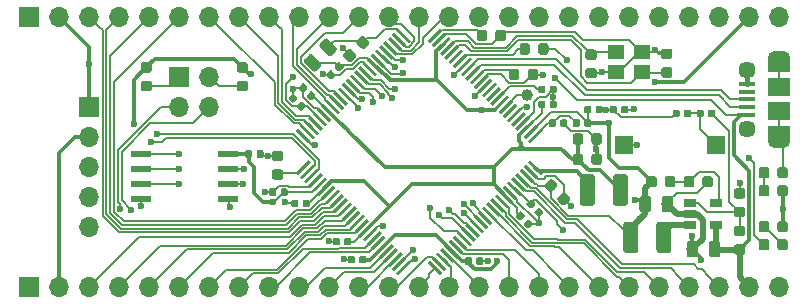
<source format=gtl>
G04 #@! TF.GenerationSoftware,KiCad,Pcbnew,(5.0.0)*
G04 #@! TF.CreationDate,2018-11-21T21:11:44+01:00*
G04 #@! TF.ProjectId,mibo100_imxrt,6D69626F3130305F696D7872742E6B69,rev?*
G04 #@! TF.SameCoordinates,PX695f190PY429d390*
G04 #@! TF.FileFunction,Copper,L1,Top,Signal*
G04 #@! TF.FilePolarity,Positive*
%FSLAX46Y46*%
G04 Gerber Fmt 4.6, Leading zero omitted, Abs format (unit mm)*
G04 Created by KiCad (PCBNEW (5.0.0)) date 11/21/18 21:11:44*
%MOMM*%
%LPD*%
G01*
G04 APERTURE LIST*
G04 #@! TA.AperFunction,Conductor*
%ADD10C,0.100000*%
G04 #@! TD*
G04 #@! TA.AperFunction,SMDPad,CuDef*
%ADD11C,0.875000*%
G04 #@! TD*
G04 #@! TA.AperFunction,SMDPad,CuDef*
%ADD12C,1.250000*%
G04 #@! TD*
G04 #@! TA.AperFunction,ComponentPad*
%ADD13O,1.700000X1.700000*%
G04 #@! TD*
G04 #@! TA.AperFunction,ComponentPad*
%ADD14R,1.700000X1.700000*%
G04 #@! TD*
G04 #@! TA.AperFunction,SMDPad,CuDef*
%ADD15C,0.590000*%
G04 #@! TD*
G04 #@! TA.AperFunction,SMDPad,CuDef*
%ADD16R,1.900000X1.500000*%
G04 #@! TD*
G04 #@! TA.AperFunction,ComponentPad*
%ADD17C,1.450000*%
G04 #@! TD*
G04 #@! TA.AperFunction,SMDPad,CuDef*
%ADD18R,1.350000X0.400000*%
G04 #@! TD*
G04 #@! TA.AperFunction,ComponentPad*
%ADD19O,1.900000X1.200000*%
G04 #@! TD*
G04 #@! TA.AperFunction,SMDPad,CuDef*
%ADD20R,1.900000X1.200000*%
G04 #@! TD*
G04 #@! TA.AperFunction,SMDPad,CuDef*
%ADD21C,0.975000*%
G04 #@! TD*
G04 #@! TA.AperFunction,SMDPad,CuDef*
%ADD22R,1.500000X1.500000*%
G04 #@! TD*
G04 #@! TA.AperFunction,SMDPad,CuDef*
%ADD23C,0.280000*%
G04 #@! TD*
G04 #@! TA.AperFunction,SMDPad,CuDef*
%ADD24R,1.060000X0.650000*%
G04 #@! TD*
G04 #@! TA.AperFunction,SMDPad,CuDef*
%ADD25R,1.400000X1.200000*%
G04 #@! TD*
G04 #@! TA.AperFunction,ComponentPad*
%ADD26C,1.000000*%
G04 #@! TD*
G04 #@! TA.AperFunction,SMDPad,CuDef*
%ADD27R,1.750000X0.550000*%
G04 #@! TD*
G04 #@! TA.AperFunction,ViaPad*
%ADD28C,0.600000*%
G04 #@! TD*
G04 #@! TA.AperFunction,Conductor*
%ADD29C,0.152000*%
G04 #@! TD*
G04 #@! TA.AperFunction,Conductor*
%ADD30C,0.400000*%
G04 #@! TD*
G04 #@! TA.AperFunction,Conductor*
%ADD31C,0.500000*%
G04 #@! TD*
G04 #@! TA.AperFunction,Conductor*
%ADD32C,0.300000*%
G04 #@! TD*
G04 #@! TA.AperFunction,Conductor*
%ADD33C,0.200000*%
G04 #@! TD*
G04 APERTURE END LIST*
D10*
G04 #@! TO.N,/JTAG-MOD*
G04 #@! TO.C,R1*
G36*
X22566191Y-14194054D02*
X22587426Y-14197204D01*
X22608250Y-14202420D01*
X22628462Y-14209652D01*
X22647868Y-14218831D01*
X22666281Y-14229867D01*
X22683524Y-14242655D01*
X22699430Y-14257071D01*
X22713846Y-14272977D01*
X22726634Y-14290220D01*
X22737670Y-14308633D01*
X22746849Y-14328039D01*
X22754081Y-14348251D01*
X22759297Y-14369075D01*
X22762447Y-14390310D01*
X22763500Y-14411751D01*
X22763500Y-14849251D01*
X22762447Y-14870692D01*
X22759297Y-14891927D01*
X22754081Y-14912751D01*
X22746849Y-14932963D01*
X22737670Y-14952369D01*
X22726634Y-14970782D01*
X22713846Y-14988025D01*
X22699430Y-15003931D01*
X22683524Y-15018347D01*
X22666281Y-15031135D01*
X22647868Y-15042171D01*
X22628462Y-15051350D01*
X22608250Y-15058582D01*
X22587426Y-15063798D01*
X22566191Y-15066948D01*
X22544750Y-15068001D01*
X22032250Y-15068001D01*
X22010809Y-15066948D01*
X21989574Y-15063798D01*
X21968750Y-15058582D01*
X21948538Y-15051350D01*
X21929132Y-15042171D01*
X21910719Y-15031135D01*
X21893476Y-15018347D01*
X21877570Y-15003931D01*
X21863154Y-14988025D01*
X21850366Y-14970782D01*
X21839330Y-14952369D01*
X21830151Y-14932963D01*
X21822919Y-14912751D01*
X21817703Y-14891927D01*
X21814553Y-14870692D01*
X21813500Y-14849251D01*
X21813500Y-14411751D01*
X21814553Y-14390310D01*
X21817703Y-14369075D01*
X21822919Y-14348251D01*
X21830151Y-14328039D01*
X21839330Y-14308633D01*
X21850366Y-14290220D01*
X21863154Y-14272977D01*
X21877570Y-14257071D01*
X21893476Y-14242655D01*
X21910719Y-14229867D01*
X21929132Y-14218831D01*
X21948538Y-14209652D01*
X21968750Y-14202420D01*
X21989574Y-14197204D01*
X22010809Y-14194054D01*
X22032250Y-14193001D01*
X22544750Y-14193001D01*
X22566191Y-14194054D01*
X22566191Y-14194054D01*
G37*
D11*
G04 #@! TD*
G04 #@! TO.P,R1,2*
G04 #@! TO.N,/JTAG-MOD*
X22288500Y-14630501D03*
D10*
G04 #@! TO.N,GND*
G04 #@! TO.C,R1*
G36*
X22566191Y-12619052D02*
X22587426Y-12622202D01*
X22608250Y-12627418D01*
X22628462Y-12634650D01*
X22647868Y-12643829D01*
X22666281Y-12654865D01*
X22683524Y-12667653D01*
X22699430Y-12682069D01*
X22713846Y-12697975D01*
X22726634Y-12715218D01*
X22737670Y-12733631D01*
X22746849Y-12753037D01*
X22754081Y-12773249D01*
X22759297Y-12794073D01*
X22762447Y-12815308D01*
X22763500Y-12836749D01*
X22763500Y-13274249D01*
X22762447Y-13295690D01*
X22759297Y-13316925D01*
X22754081Y-13337749D01*
X22746849Y-13357961D01*
X22737670Y-13377367D01*
X22726634Y-13395780D01*
X22713846Y-13413023D01*
X22699430Y-13428929D01*
X22683524Y-13443345D01*
X22666281Y-13456133D01*
X22647868Y-13467169D01*
X22628462Y-13476348D01*
X22608250Y-13483580D01*
X22587426Y-13488796D01*
X22566191Y-13491946D01*
X22544750Y-13492999D01*
X22032250Y-13492999D01*
X22010809Y-13491946D01*
X21989574Y-13488796D01*
X21968750Y-13483580D01*
X21948538Y-13476348D01*
X21929132Y-13467169D01*
X21910719Y-13456133D01*
X21893476Y-13443345D01*
X21877570Y-13428929D01*
X21863154Y-13413023D01*
X21850366Y-13395780D01*
X21839330Y-13377367D01*
X21830151Y-13357961D01*
X21822919Y-13337749D01*
X21817703Y-13316925D01*
X21814553Y-13295690D01*
X21813500Y-13274249D01*
X21813500Y-12836749D01*
X21814553Y-12815308D01*
X21817703Y-12794073D01*
X21822919Y-12773249D01*
X21830151Y-12753037D01*
X21839330Y-12733631D01*
X21850366Y-12715218D01*
X21863154Y-12697975D01*
X21877570Y-12682069D01*
X21893476Y-12667653D01*
X21910719Y-12654865D01*
X21929132Y-12643829D01*
X21948538Y-12634650D01*
X21968750Y-12627418D01*
X21989574Y-12622202D01*
X22010809Y-12619052D01*
X22032250Y-12617999D01*
X22544750Y-12617999D01*
X22566191Y-12619052D01*
X22566191Y-12619052D01*
G37*
D11*
G04 #@! TD*
G04 #@! TO.P,R1,1*
G04 #@! TO.N,GND*
X22288500Y-13055499D03*
D10*
G04 #@! TO.N,/DCDC_OUT*
G04 #@! TO.C,L3*
G36*
X51710503Y-14614704D02*
X51734772Y-14618304D01*
X51758570Y-14624265D01*
X51781670Y-14632530D01*
X51803848Y-14643020D01*
X51824892Y-14655633D01*
X51844597Y-14670247D01*
X51862776Y-14686723D01*
X51879252Y-14704902D01*
X51893866Y-14724607D01*
X51906479Y-14745651D01*
X51916969Y-14767829D01*
X51925234Y-14790929D01*
X51931195Y-14814727D01*
X51934795Y-14838996D01*
X51935999Y-14863500D01*
X51935999Y-17013500D01*
X51934795Y-17038004D01*
X51931195Y-17062273D01*
X51925234Y-17086071D01*
X51916969Y-17109171D01*
X51906479Y-17131349D01*
X51893866Y-17152393D01*
X51879252Y-17172098D01*
X51862776Y-17190277D01*
X51844597Y-17206753D01*
X51824892Y-17221367D01*
X51803848Y-17233980D01*
X51781670Y-17244470D01*
X51758570Y-17252735D01*
X51734772Y-17258696D01*
X51710503Y-17262296D01*
X51685999Y-17263500D01*
X50935999Y-17263500D01*
X50911495Y-17262296D01*
X50887226Y-17258696D01*
X50863428Y-17252735D01*
X50840328Y-17244470D01*
X50818150Y-17233980D01*
X50797106Y-17221367D01*
X50777401Y-17206753D01*
X50759222Y-17190277D01*
X50742746Y-17172098D01*
X50728132Y-17152393D01*
X50715519Y-17131349D01*
X50705029Y-17109171D01*
X50696764Y-17086071D01*
X50690803Y-17062273D01*
X50687203Y-17038004D01*
X50685999Y-17013500D01*
X50685999Y-14863500D01*
X50687203Y-14838996D01*
X50690803Y-14814727D01*
X50696764Y-14790929D01*
X50705029Y-14767829D01*
X50715519Y-14745651D01*
X50728132Y-14724607D01*
X50742746Y-14704902D01*
X50759222Y-14686723D01*
X50777401Y-14670247D01*
X50797106Y-14655633D01*
X50818150Y-14643020D01*
X50840328Y-14632530D01*
X50863428Y-14624265D01*
X50887226Y-14618304D01*
X50911495Y-14614704D01*
X50935999Y-14613500D01*
X51685999Y-14613500D01*
X51710503Y-14614704D01*
X51710503Y-14614704D01*
G37*
D12*
G04 #@! TD*
G04 #@! TO.P,L3,2*
G04 #@! TO.N,/DCDC_OUT*
X51310999Y-15938500D03*
D10*
G04 #@! TO.N,Net-(L3-Pad1)*
G04 #@! TO.C,L3*
G36*
X48910505Y-14614704D02*
X48934774Y-14618304D01*
X48958572Y-14624265D01*
X48981672Y-14632530D01*
X49003850Y-14643020D01*
X49024894Y-14655633D01*
X49044599Y-14670247D01*
X49062778Y-14686723D01*
X49079254Y-14704902D01*
X49093868Y-14724607D01*
X49106481Y-14745651D01*
X49116971Y-14767829D01*
X49125236Y-14790929D01*
X49131197Y-14814727D01*
X49134797Y-14838996D01*
X49136001Y-14863500D01*
X49136001Y-17013500D01*
X49134797Y-17038004D01*
X49131197Y-17062273D01*
X49125236Y-17086071D01*
X49116971Y-17109171D01*
X49106481Y-17131349D01*
X49093868Y-17152393D01*
X49079254Y-17172098D01*
X49062778Y-17190277D01*
X49044599Y-17206753D01*
X49024894Y-17221367D01*
X49003850Y-17233980D01*
X48981672Y-17244470D01*
X48958572Y-17252735D01*
X48934774Y-17258696D01*
X48910505Y-17262296D01*
X48886001Y-17263500D01*
X48136001Y-17263500D01*
X48111497Y-17262296D01*
X48087228Y-17258696D01*
X48063430Y-17252735D01*
X48040330Y-17244470D01*
X48018152Y-17233980D01*
X47997108Y-17221367D01*
X47977403Y-17206753D01*
X47959224Y-17190277D01*
X47942748Y-17172098D01*
X47928134Y-17152393D01*
X47915521Y-17131349D01*
X47905031Y-17109171D01*
X47896766Y-17086071D01*
X47890805Y-17062273D01*
X47887205Y-17038004D01*
X47886001Y-17013500D01*
X47886001Y-14863500D01*
X47887205Y-14838996D01*
X47890805Y-14814727D01*
X47896766Y-14790929D01*
X47905031Y-14767829D01*
X47915521Y-14745651D01*
X47928134Y-14724607D01*
X47942748Y-14704902D01*
X47959224Y-14686723D01*
X47977403Y-14670247D01*
X47997108Y-14655633D01*
X48018152Y-14643020D01*
X48040330Y-14632530D01*
X48063430Y-14624265D01*
X48087228Y-14618304D01*
X48111497Y-14614704D01*
X48136001Y-14613500D01*
X48886001Y-14613500D01*
X48910505Y-14614704D01*
X48910505Y-14614704D01*
G37*
D12*
G04 #@! TD*
G04 #@! TO.P,L3,1*
G04 #@! TO.N,Net-(L3-Pad1)*
X48511001Y-15938500D03*
D10*
G04 #@! TO.N,GND*
G04 #@! TO.C,C28*
G36*
X46578805Y-16132274D02*
X46600040Y-16135424D01*
X46620864Y-16140640D01*
X46641076Y-16147872D01*
X46660482Y-16157051D01*
X46678895Y-16168087D01*
X46696138Y-16180875D01*
X46712044Y-16195291D01*
X47021403Y-16504650D01*
X47035819Y-16520556D01*
X47048607Y-16537799D01*
X47059643Y-16556212D01*
X47068822Y-16575618D01*
X47076054Y-16595830D01*
X47081270Y-16616654D01*
X47084420Y-16637889D01*
X47085473Y-16659330D01*
X47084420Y-16680771D01*
X47081270Y-16702006D01*
X47076054Y-16722830D01*
X47068822Y-16743042D01*
X47059643Y-16762448D01*
X47048607Y-16780861D01*
X47035819Y-16798104D01*
X47021403Y-16814010D01*
X46659010Y-17176403D01*
X46643104Y-17190819D01*
X46625861Y-17203607D01*
X46607448Y-17214643D01*
X46588042Y-17223822D01*
X46567830Y-17231054D01*
X46547006Y-17236270D01*
X46525771Y-17239420D01*
X46504330Y-17240473D01*
X46482889Y-17239420D01*
X46461654Y-17236270D01*
X46440830Y-17231054D01*
X46420618Y-17223822D01*
X46401212Y-17214643D01*
X46382799Y-17203607D01*
X46365556Y-17190819D01*
X46349650Y-17176403D01*
X46040291Y-16867044D01*
X46025875Y-16851138D01*
X46013087Y-16833895D01*
X46002051Y-16815482D01*
X45992872Y-16796076D01*
X45985640Y-16775864D01*
X45980424Y-16755040D01*
X45977274Y-16733805D01*
X45976221Y-16712364D01*
X45977274Y-16690923D01*
X45980424Y-16669688D01*
X45985640Y-16648864D01*
X45992872Y-16628652D01*
X46002051Y-16609246D01*
X46013087Y-16590833D01*
X46025875Y-16573590D01*
X46040291Y-16557684D01*
X46402684Y-16195291D01*
X46418590Y-16180875D01*
X46435833Y-16168087D01*
X46454246Y-16157051D01*
X46473652Y-16147872D01*
X46493864Y-16140640D01*
X46514688Y-16135424D01*
X46535923Y-16132274D01*
X46557364Y-16131221D01*
X46578805Y-16132274D01*
X46578805Y-16132274D01*
G37*
D11*
G04 #@! TD*
G04 #@! TO.P,C28,2*
G04 #@! TO.N,GND*
X46530847Y-16685847D03*
D10*
G04 #@! TO.N,+3V3*
G04 #@! TO.C,C28*
G36*
X45465111Y-15018580D02*
X45486346Y-15021730D01*
X45507170Y-15026946D01*
X45527382Y-15034178D01*
X45546788Y-15043357D01*
X45565201Y-15054393D01*
X45582444Y-15067181D01*
X45598350Y-15081597D01*
X45907709Y-15390956D01*
X45922125Y-15406862D01*
X45934913Y-15424105D01*
X45945949Y-15442518D01*
X45955128Y-15461924D01*
X45962360Y-15482136D01*
X45967576Y-15502960D01*
X45970726Y-15524195D01*
X45971779Y-15545636D01*
X45970726Y-15567077D01*
X45967576Y-15588312D01*
X45962360Y-15609136D01*
X45955128Y-15629348D01*
X45945949Y-15648754D01*
X45934913Y-15667167D01*
X45922125Y-15684410D01*
X45907709Y-15700316D01*
X45545316Y-16062709D01*
X45529410Y-16077125D01*
X45512167Y-16089913D01*
X45493754Y-16100949D01*
X45474348Y-16110128D01*
X45454136Y-16117360D01*
X45433312Y-16122576D01*
X45412077Y-16125726D01*
X45390636Y-16126779D01*
X45369195Y-16125726D01*
X45347960Y-16122576D01*
X45327136Y-16117360D01*
X45306924Y-16110128D01*
X45287518Y-16100949D01*
X45269105Y-16089913D01*
X45251862Y-16077125D01*
X45235956Y-16062709D01*
X44926597Y-15753350D01*
X44912181Y-15737444D01*
X44899393Y-15720201D01*
X44888357Y-15701788D01*
X44879178Y-15682382D01*
X44871946Y-15662170D01*
X44866730Y-15641346D01*
X44863580Y-15620111D01*
X44862527Y-15598670D01*
X44863580Y-15577229D01*
X44866730Y-15555994D01*
X44871946Y-15535170D01*
X44879178Y-15514958D01*
X44888357Y-15495552D01*
X44899393Y-15477139D01*
X44912181Y-15459896D01*
X44926597Y-15443990D01*
X45288990Y-15081597D01*
X45304896Y-15067181D01*
X45322139Y-15054393D01*
X45340552Y-15043357D01*
X45359958Y-15034178D01*
X45380170Y-15026946D01*
X45400994Y-15021730D01*
X45422229Y-15018580D01*
X45443670Y-15017527D01*
X45465111Y-15018580D01*
X45465111Y-15018580D01*
G37*
D11*
G04 #@! TD*
G04 #@! TO.P,C28,1*
G04 #@! TO.N,+3V3*
X45417153Y-15572153D03*
D10*
G04 #@! TO.N,GND*
G04 #@! TO.C,C4*
G36*
X44144191Y-5685553D02*
X44165426Y-5688703D01*
X44186250Y-5693919D01*
X44206462Y-5701151D01*
X44225868Y-5710330D01*
X44244281Y-5721366D01*
X44261524Y-5734154D01*
X44277430Y-5748570D01*
X44291846Y-5764476D01*
X44304634Y-5781719D01*
X44315670Y-5800132D01*
X44324849Y-5819538D01*
X44332081Y-5839750D01*
X44337297Y-5860574D01*
X44340447Y-5881809D01*
X44341500Y-5903250D01*
X44341500Y-6415750D01*
X44340447Y-6437191D01*
X44337297Y-6458426D01*
X44332081Y-6479250D01*
X44324849Y-6499462D01*
X44315670Y-6518868D01*
X44304634Y-6537281D01*
X44291846Y-6554524D01*
X44277430Y-6570430D01*
X44261524Y-6584846D01*
X44244281Y-6597634D01*
X44225868Y-6608670D01*
X44206462Y-6617849D01*
X44186250Y-6625081D01*
X44165426Y-6630297D01*
X44144191Y-6633447D01*
X44122750Y-6634500D01*
X43685250Y-6634500D01*
X43663809Y-6633447D01*
X43642574Y-6630297D01*
X43621750Y-6625081D01*
X43601538Y-6617849D01*
X43582132Y-6608670D01*
X43563719Y-6597634D01*
X43546476Y-6584846D01*
X43530570Y-6570430D01*
X43516154Y-6554524D01*
X43503366Y-6537281D01*
X43492330Y-6518868D01*
X43483151Y-6499462D01*
X43475919Y-6479250D01*
X43470703Y-6458426D01*
X43467553Y-6437191D01*
X43466500Y-6415750D01*
X43466500Y-5903250D01*
X43467553Y-5881809D01*
X43470703Y-5860574D01*
X43475919Y-5839750D01*
X43483151Y-5819538D01*
X43492330Y-5800132D01*
X43503366Y-5781719D01*
X43516154Y-5764476D01*
X43530570Y-5748570D01*
X43546476Y-5734154D01*
X43563719Y-5721366D01*
X43582132Y-5710330D01*
X43601538Y-5701151D01*
X43621750Y-5693919D01*
X43642574Y-5688703D01*
X43663809Y-5685553D01*
X43685250Y-5684500D01*
X44122750Y-5684500D01*
X44144191Y-5685553D01*
X44144191Y-5685553D01*
G37*
D11*
G04 #@! TD*
G04 #@! TO.P,C4,2*
G04 #@! TO.N,GND*
X43904000Y-6159500D03*
D10*
G04 #@! TO.N,Net-(C4-Pad1)*
G04 #@! TO.C,C4*
G36*
X42569191Y-5685553D02*
X42590426Y-5688703D01*
X42611250Y-5693919D01*
X42631462Y-5701151D01*
X42650868Y-5710330D01*
X42669281Y-5721366D01*
X42686524Y-5734154D01*
X42702430Y-5748570D01*
X42716846Y-5764476D01*
X42729634Y-5781719D01*
X42740670Y-5800132D01*
X42749849Y-5819538D01*
X42757081Y-5839750D01*
X42762297Y-5860574D01*
X42765447Y-5881809D01*
X42766500Y-5903250D01*
X42766500Y-6415750D01*
X42765447Y-6437191D01*
X42762297Y-6458426D01*
X42757081Y-6479250D01*
X42749849Y-6499462D01*
X42740670Y-6518868D01*
X42729634Y-6537281D01*
X42716846Y-6554524D01*
X42702430Y-6570430D01*
X42686524Y-6584846D01*
X42669281Y-6597634D01*
X42650868Y-6608670D01*
X42631462Y-6617849D01*
X42611250Y-6625081D01*
X42590426Y-6630297D01*
X42569191Y-6633447D01*
X42547750Y-6634500D01*
X42110250Y-6634500D01*
X42088809Y-6633447D01*
X42067574Y-6630297D01*
X42046750Y-6625081D01*
X42026538Y-6617849D01*
X42007132Y-6608670D01*
X41988719Y-6597634D01*
X41971476Y-6584846D01*
X41955570Y-6570430D01*
X41941154Y-6554524D01*
X41928366Y-6537281D01*
X41917330Y-6518868D01*
X41908151Y-6499462D01*
X41900919Y-6479250D01*
X41895703Y-6458426D01*
X41892553Y-6437191D01*
X41891500Y-6415750D01*
X41891500Y-5903250D01*
X41892553Y-5881809D01*
X41895703Y-5860574D01*
X41900919Y-5839750D01*
X41908151Y-5819538D01*
X41917330Y-5800132D01*
X41928366Y-5781719D01*
X41941154Y-5764476D01*
X41955570Y-5748570D01*
X41971476Y-5734154D01*
X41988719Y-5721366D01*
X42007132Y-5710330D01*
X42026538Y-5701151D01*
X42046750Y-5693919D01*
X42067574Y-5688703D01*
X42088809Y-5685553D01*
X42110250Y-5684500D01*
X42547750Y-5684500D01*
X42569191Y-5685553D01*
X42569191Y-5685553D01*
G37*
D11*
G04 #@! TD*
G04 #@! TO.P,C4,1*
G04 #@! TO.N,Net-(C4-Pad1)*
X42329000Y-6159500D03*
D13*
G04 #@! TO.P,J2,26*
G04 #@! TO.N,GND*
X64770000Y-1270000D03*
G04 #@! TO.P,J2,25*
G04 #@! TO.N,+3V3*
X62230000Y-1270000D03*
G04 #@! TO.P,J2,24*
G04 #@! TO.N,/A10*
X59690000Y-1270000D03*
G04 #@! TO.P,J2,23*
G04 #@! TO.N,/A11*
X57150000Y-1270000D03*
G04 #@! TO.P,J2,22*
G04 #@! TO.N,/A12*
X54610000Y-1270000D03*
G04 #@! TO.P,J2,21*
G04 #@! TO.N,/A13*
X52070000Y-1270000D03*
G04 #@! TO.P,J2,20*
G04 #@! TO.N,/A14*
X49530000Y-1270000D03*
G04 #@! TO.P,J2,19*
G04 #@! TO.N,/A15*
X46990000Y-1270000D03*
G04 #@! TO.P,J2,18*
G04 #@! TO.N,/B10*
X44450000Y-1270000D03*
G04 #@! TO.P,J2,17*
G04 #@! TO.N,/B11*
X41910000Y-1270000D03*
G04 #@! TO.P,J2,16*
G04 #@! TO.N,/B12*
X39370000Y-1270000D03*
G04 #@! TO.P,J2,15*
G04 #@! TO.N,/B13*
X36830000Y-1270000D03*
G04 #@! TO.P,J2,14*
G04 #@! TO.N,/B14*
X34290000Y-1270000D03*
G04 #@! TO.P,J2,13*
G04 #@! TO.N,/B15*
X31750000Y-1270000D03*
G04 #@! TO.P,J2,12*
G04 #@! TO.N,/A9*
X29210000Y-1270000D03*
G04 #@! TO.P,J2,11*
G04 #@! TO.N,/A8*
X26670000Y-1270000D03*
G04 #@! TO.P,J2,10*
G04 #@! TO.N,/A7*
X24130000Y-1270000D03*
G04 #@! TO.P,J2,9*
G04 #@! TO.N,/A6*
X21590000Y-1270000D03*
G04 #@! TO.P,J2,8*
G04 #@! TO.N,/A5*
X19050000Y-1270000D03*
G04 #@! TO.P,J2,7*
G04 #@! TO.N,/A4*
X16510000Y-1270000D03*
G04 #@! TO.P,J2,6*
G04 #@! TO.N,/E35*
X13970000Y-1270000D03*
G04 #@! TO.P,J2,5*
G04 #@! TO.N,/E34*
X11430000Y-1270000D03*
G04 #@! TO.P,J2,4*
G04 #@! TO.N,/E33*
X8890000Y-1270000D03*
G04 #@! TO.P,J2,3*
G04 #@! TO.N,/E32*
X6350000Y-1270000D03*
G04 #@! TO.P,J2,2*
G04 #@! TO.N,/5V*
X3810000Y-1270000D03*
D14*
G04 #@! TO.P,J2,1*
G04 #@! TO.N,GND*
X1270000Y-1270000D03*
G04 #@! TD*
D10*
G04 #@! TO.N,Net-(C2-Pad1)*
G04 #@! TO.C,C2*
G36*
X55522691Y-5558053D02*
X55543926Y-5561203D01*
X55564750Y-5566419D01*
X55584962Y-5573651D01*
X55604368Y-5582830D01*
X55622781Y-5593866D01*
X55640024Y-5606654D01*
X55655930Y-5621070D01*
X55670346Y-5636976D01*
X55683134Y-5654219D01*
X55694170Y-5672632D01*
X55703349Y-5692038D01*
X55710581Y-5712250D01*
X55715797Y-5733074D01*
X55718947Y-5754309D01*
X55720000Y-5775750D01*
X55720000Y-6213250D01*
X55718947Y-6234691D01*
X55715797Y-6255926D01*
X55710581Y-6276750D01*
X55703349Y-6296962D01*
X55694170Y-6316368D01*
X55683134Y-6334781D01*
X55670346Y-6352024D01*
X55655930Y-6367930D01*
X55640024Y-6382346D01*
X55622781Y-6395134D01*
X55604368Y-6406170D01*
X55584962Y-6415349D01*
X55564750Y-6422581D01*
X55543926Y-6427797D01*
X55522691Y-6430947D01*
X55501250Y-6432000D01*
X54988750Y-6432000D01*
X54967309Y-6430947D01*
X54946074Y-6427797D01*
X54925250Y-6422581D01*
X54905038Y-6415349D01*
X54885632Y-6406170D01*
X54867219Y-6395134D01*
X54849976Y-6382346D01*
X54834070Y-6367930D01*
X54819654Y-6352024D01*
X54806866Y-6334781D01*
X54795830Y-6316368D01*
X54786651Y-6296962D01*
X54779419Y-6276750D01*
X54774203Y-6255926D01*
X54771053Y-6234691D01*
X54770000Y-6213250D01*
X54770000Y-5775750D01*
X54771053Y-5754309D01*
X54774203Y-5733074D01*
X54779419Y-5712250D01*
X54786651Y-5692038D01*
X54795830Y-5672632D01*
X54806866Y-5654219D01*
X54819654Y-5636976D01*
X54834070Y-5621070D01*
X54849976Y-5606654D01*
X54867219Y-5593866D01*
X54885632Y-5582830D01*
X54905038Y-5573651D01*
X54925250Y-5566419D01*
X54946074Y-5561203D01*
X54967309Y-5558053D01*
X54988750Y-5557000D01*
X55501250Y-5557000D01*
X55522691Y-5558053D01*
X55522691Y-5558053D01*
G37*
D11*
G04 #@! TD*
G04 #@! TO.P,C2,1*
G04 #@! TO.N,Net-(C2-Pad1)*
X55245000Y-5994500D03*
D10*
G04 #@! TO.N,GND*
G04 #@! TO.C,C2*
G36*
X55522691Y-3983053D02*
X55543926Y-3986203D01*
X55564750Y-3991419D01*
X55584962Y-3998651D01*
X55604368Y-4007830D01*
X55622781Y-4018866D01*
X55640024Y-4031654D01*
X55655930Y-4046070D01*
X55670346Y-4061976D01*
X55683134Y-4079219D01*
X55694170Y-4097632D01*
X55703349Y-4117038D01*
X55710581Y-4137250D01*
X55715797Y-4158074D01*
X55718947Y-4179309D01*
X55720000Y-4200750D01*
X55720000Y-4638250D01*
X55718947Y-4659691D01*
X55715797Y-4680926D01*
X55710581Y-4701750D01*
X55703349Y-4721962D01*
X55694170Y-4741368D01*
X55683134Y-4759781D01*
X55670346Y-4777024D01*
X55655930Y-4792930D01*
X55640024Y-4807346D01*
X55622781Y-4820134D01*
X55604368Y-4831170D01*
X55584962Y-4840349D01*
X55564750Y-4847581D01*
X55543926Y-4852797D01*
X55522691Y-4855947D01*
X55501250Y-4857000D01*
X54988750Y-4857000D01*
X54967309Y-4855947D01*
X54946074Y-4852797D01*
X54925250Y-4847581D01*
X54905038Y-4840349D01*
X54885632Y-4831170D01*
X54867219Y-4820134D01*
X54849976Y-4807346D01*
X54834070Y-4792930D01*
X54819654Y-4777024D01*
X54806866Y-4759781D01*
X54795830Y-4741368D01*
X54786651Y-4721962D01*
X54779419Y-4701750D01*
X54774203Y-4680926D01*
X54771053Y-4659691D01*
X54770000Y-4638250D01*
X54770000Y-4200750D01*
X54771053Y-4179309D01*
X54774203Y-4158074D01*
X54779419Y-4137250D01*
X54786651Y-4117038D01*
X54795830Y-4097632D01*
X54806866Y-4079219D01*
X54819654Y-4061976D01*
X54834070Y-4046070D01*
X54849976Y-4031654D01*
X54867219Y-4018866D01*
X54885632Y-4007830D01*
X54905038Y-3998651D01*
X54925250Y-3991419D01*
X54946074Y-3986203D01*
X54967309Y-3983053D01*
X54988750Y-3982000D01*
X55501250Y-3982000D01*
X55522691Y-3983053D01*
X55522691Y-3983053D01*
G37*
D11*
G04 #@! TD*
G04 #@! TO.P,C2,2*
G04 #@! TO.N,GND*
X55245000Y-4419500D03*
D10*
G04 #@! TO.N,Net-(C3-Pad1)*
G04 #@! TO.C,C3*
G36*
X49109191Y-4046553D02*
X49130426Y-4049703D01*
X49151250Y-4054919D01*
X49171462Y-4062151D01*
X49190868Y-4071330D01*
X49209281Y-4082366D01*
X49226524Y-4095154D01*
X49242430Y-4109570D01*
X49256846Y-4125476D01*
X49269634Y-4142719D01*
X49280670Y-4161132D01*
X49289849Y-4180538D01*
X49297081Y-4200750D01*
X49302297Y-4221574D01*
X49305447Y-4242809D01*
X49306500Y-4264250D01*
X49306500Y-4701750D01*
X49305447Y-4723191D01*
X49302297Y-4744426D01*
X49297081Y-4765250D01*
X49289849Y-4785462D01*
X49280670Y-4804868D01*
X49269634Y-4823281D01*
X49256846Y-4840524D01*
X49242430Y-4856430D01*
X49226524Y-4870846D01*
X49209281Y-4883634D01*
X49190868Y-4894670D01*
X49171462Y-4903849D01*
X49151250Y-4911081D01*
X49130426Y-4916297D01*
X49109191Y-4919447D01*
X49087750Y-4920500D01*
X48575250Y-4920500D01*
X48553809Y-4919447D01*
X48532574Y-4916297D01*
X48511750Y-4911081D01*
X48491538Y-4903849D01*
X48472132Y-4894670D01*
X48453719Y-4883634D01*
X48436476Y-4870846D01*
X48420570Y-4856430D01*
X48406154Y-4840524D01*
X48393366Y-4823281D01*
X48382330Y-4804868D01*
X48373151Y-4785462D01*
X48365919Y-4765250D01*
X48360703Y-4744426D01*
X48357553Y-4723191D01*
X48356500Y-4701750D01*
X48356500Y-4264250D01*
X48357553Y-4242809D01*
X48360703Y-4221574D01*
X48365919Y-4200750D01*
X48373151Y-4180538D01*
X48382330Y-4161132D01*
X48393366Y-4142719D01*
X48406154Y-4125476D01*
X48420570Y-4109570D01*
X48436476Y-4095154D01*
X48453719Y-4082366D01*
X48472132Y-4071330D01*
X48491538Y-4062151D01*
X48511750Y-4054919D01*
X48532574Y-4049703D01*
X48553809Y-4046553D01*
X48575250Y-4045500D01*
X49087750Y-4045500D01*
X49109191Y-4046553D01*
X49109191Y-4046553D01*
G37*
D11*
G04 #@! TD*
G04 #@! TO.P,C3,1*
G04 #@! TO.N,Net-(C3-Pad1)*
X48831500Y-4483000D03*
D10*
G04 #@! TO.N,GND*
G04 #@! TO.C,C3*
G36*
X49109191Y-5621553D02*
X49130426Y-5624703D01*
X49151250Y-5629919D01*
X49171462Y-5637151D01*
X49190868Y-5646330D01*
X49209281Y-5657366D01*
X49226524Y-5670154D01*
X49242430Y-5684570D01*
X49256846Y-5700476D01*
X49269634Y-5717719D01*
X49280670Y-5736132D01*
X49289849Y-5755538D01*
X49297081Y-5775750D01*
X49302297Y-5796574D01*
X49305447Y-5817809D01*
X49306500Y-5839250D01*
X49306500Y-6276750D01*
X49305447Y-6298191D01*
X49302297Y-6319426D01*
X49297081Y-6340250D01*
X49289849Y-6360462D01*
X49280670Y-6379868D01*
X49269634Y-6398281D01*
X49256846Y-6415524D01*
X49242430Y-6431430D01*
X49226524Y-6445846D01*
X49209281Y-6458634D01*
X49190868Y-6469670D01*
X49171462Y-6478849D01*
X49151250Y-6486081D01*
X49130426Y-6491297D01*
X49109191Y-6494447D01*
X49087750Y-6495500D01*
X48575250Y-6495500D01*
X48553809Y-6494447D01*
X48532574Y-6491297D01*
X48511750Y-6486081D01*
X48491538Y-6478849D01*
X48472132Y-6469670D01*
X48453719Y-6458634D01*
X48436476Y-6445846D01*
X48420570Y-6431430D01*
X48406154Y-6415524D01*
X48393366Y-6398281D01*
X48382330Y-6379868D01*
X48373151Y-6360462D01*
X48365919Y-6340250D01*
X48360703Y-6319426D01*
X48357553Y-6298191D01*
X48356500Y-6276750D01*
X48356500Y-5839250D01*
X48357553Y-5817809D01*
X48360703Y-5796574D01*
X48365919Y-5775750D01*
X48373151Y-5755538D01*
X48382330Y-5736132D01*
X48393366Y-5717719D01*
X48406154Y-5700476D01*
X48420570Y-5684570D01*
X48436476Y-5670154D01*
X48453719Y-5657366D01*
X48472132Y-5646330D01*
X48491538Y-5637151D01*
X48511750Y-5629919D01*
X48532574Y-5624703D01*
X48553809Y-5621553D01*
X48575250Y-5620500D01*
X49087750Y-5620500D01*
X49109191Y-5621553D01*
X49109191Y-5621553D01*
G37*
D11*
G04 #@! TD*
G04 #@! TO.P,C3,2*
G04 #@! TO.N,GND*
X48831500Y-6058000D03*
D10*
G04 #@! TO.N,+3V3*
G04 #@! TO.C,C5*
G36*
X19996958Y-12571210D02*
X20011276Y-12573334D01*
X20025317Y-12576851D01*
X20038946Y-12581728D01*
X20052031Y-12587917D01*
X20064447Y-12595358D01*
X20076073Y-12603981D01*
X20086798Y-12613702D01*
X20096519Y-12624427D01*
X20105142Y-12636053D01*
X20112583Y-12648469D01*
X20118772Y-12661554D01*
X20123649Y-12675183D01*
X20127166Y-12689224D01*
X20129290Y-12703542D01*
X20130000Y-12718000D01*
X20130000Y-13063000D01*
X20129290Y-13077458D01*
X20127166Y-13091776D01*
X20123649Y-13105817D01*
X20118772Y-13119446D01*
X20112583Y-13132531D01*
X20105142Y-13144947D01*
X20096519Y-13156573D01*
X20086798Y-13167298D01*
X20076073Y-13177019D01*
X20064447Y-13185642D01*
X20052031Y-13193083D01*
X20038946Y-13199272D01*
X20025317Y-13204149D01*
X20011276Y-13207666D01*
X19996958Y-13209790D01*
X19982500Y-13210500D01*
X19687500Y-13210500D01*
X19673042Y-13209790D01*
X19658724Y-13207666D01*
X19644683Y-13204149D01*
X19631054Y-13199272D01*
X19617969Y-13193083D01*
X19605553Y-13185642D01*
X19593927Y-13177019D01*
X19583202Y-13167298D01*
X19573481Y-13156573D01*
X19564858Y-13144947D01*
X19557417Y-13132531D01*
X19551228Y-13119446D01*
X19546351Y-13105817D01*
X19542834Y-13091776D01*
X19540710Y-13077458D01*
X19540000Y-13063000D01*
X19540000Y-12718000D01*
X19540710Y-12703542D01*
X19542834Y-12689224D01*
X19546351Y-12675183D01*
X19551228Y-12661554D01*
X19557417Y-12648469D01*
X19564858Y-12636053D01*
X19573481Y-12624427D01*
X19583202Y-12613702D01*
X19593927Y-12603981D01*
X19605553Y-12595358D01*
X19617969Y-12587917D01*
X19631054Y-12581728D01*
X19644683Y-12576851D01*
X19658724Y-12573334D01*
X19673042Y-12571210D01*
X19687500Y-12570500D01*
X19982500Y-12570500D01*
X19996958Y-12571210D01*
X19996958Y-12571210D01*
G37*
D15*
G04 #@! TD*
G04 #@! TO.P,C5,1*
G04 #@! TO.N,+3V3*
X19835000Y-12890500D03*
D10*
G04 #@! TO.N,GND*
G04 #@! TO.C,C5*
G36*
X20966958Y-12571210D02*
X20981276Y-12573334D01*
X20995317Y-12576851D01*
X21008946Y-12581728D01*
X21022031Y-12587917D01*
X21034447Y-12595358D01*
X21046073Y-12603981D01*
X21056798Y-12613702D01*
X21066519Y-12624427D01*
X21075142Y-12636053D01*
X21082583Y-12648469D01*
X21088772Y-12661554D01*
X21093649Y-12675183D01*
X21097166Y-12689224D01*
X21099290Y-12703542D01*
X21100000Y-12718000D01*
X21100000Y-13063000D01*
X21099290Y-13077458D01*
X21097166Y-13091776D01*
X21093649Y-13105817D01*
X21088772Y-13119446D01*
X21082583Y-13132531D01*
X21075142Y-13144947D01*
X21066519Y-13156573D01*
X21056798Y-13167298D01*
X21046073Y-13177019D01*
X21034447Y-13185642D01*
X21022031Y-13193083D01*
X21008946Y-13199272D01*
X20995317Y-13204149D01*
X20981276Y-13207666D01*
X20966958Y-13209790D01*
X20952500Y-13210500D01*
X20657500Y-13210500D01*
X20643042Y-13209790D01*
X20628724Y-13207666D01*
X20614683Y-13204149D01*
X20601054Y-13199272D01*
X20587969Y-13193083D01*
X20575553Y-13185642D01*
X20563927Y-13177019D01*
X20553202Y-13167298D01*
X20543481Y-13156573D01*
X20534858Y-13144947D01*
X20527417Y-13132531D01*
X20521228Y-13119446D01*
X20516351Y-13105817D01*
X20512834Y-13091776D01*
X20510710Y-13077458D01*
X20510000Y-13063000D01*
X20510000Y-12718000D01*
X20510710Y-12703542D01*
X20512834Y-12689224D01*
X20516351Y-12675183D01*
X20521228Y-12661554D01*
X20527417Y-12648469D01*
X20534858Y-12636053D01*
X20543481Y-12624427D01*
X20553202Y-12613702D01*
X20563927Y-12603981D01*
X20575553Y-12595358D01*
X20587969Y-12587917D01*
X20601054Y-12581728D01*
X20614683Y-12576851D01*
X20628724Y-12573334D01*
X20643042Y-12571210D01*
X20657500Y-12570500D01*
X20952500Y-12570500D01*
X20966958Y-12571210D01*
X20966958Y-12571210D01*
G37*
D15*
G04 #@! TD*
G04 #@! TO.P,C5,2*
G04 #@! TO.N,GND*
X20805000Y-12890500D03*
D10*
G04 #@! TO.N,GND*
G04 #@! TO.C,C6*
G36*
X39572458Y-21651710D02*
X39586776Y-21653834D01*
X39600817Y-21657351D01*
X39614446Y-21662228D01*
X39627531Y-21668417D01*
X39639947Y-21675858D01*
X39651573Y-21684481D01*
X39662298Y-21694202D01*
X39672019Y-21704927D01*
X39680642Y-21716553D01*
X39688083Y-21728969D01*
X39694272Y-21742054D01*
X39699149Y-21755683D01*
X39702666Y-21769724D01*
X39704790Y-21784042D01*
X39705500Y-21798500D01*
X39705500Y-22143500D01*
X39704790Y-22157958D01*
X39702666Y-22172276D01*
X39699149Y-22186317D01*
X39694272Y-22199946D01*
X39688083Y-22213031D01*
X39680642Y-22225447D01*
X39672019Y-22237073D01*
X39662298Y-22247798D01*
X39651573Y-22257519D01*
X39639947Y-22266142D01*
X39627531Y-22273583D01*
X39614446Y-22279772D01*
X39600817Y-22284649D01*
X39586776Y-22288166D01*
X39572458Y-22290290D01*
X39558000Y-22291000D01*
X39263000Y-22291000D01*
X39248542Y-22290290D01*
X39234224Y-22288166D01*
X39220183Y-22284649D01*
X39206554Y-22279772D01*
X39193469Y-22273583D01*
X39181053Y-22266142D01*
X39169427Y-22257519D01*
X39158702Y-22247798D01*
X39148981Y-22237073D01*
X39140358Y-22225447D01*
X39132917Y-22213031D01*
X39126728Y-22199946D01*
X39121851Y-22186317D01*
X39118334Y-22172276D01*
X39116210Y-22157958D01*
X39115500Y-22143500D01*
X39115500Y-21798500D01*
X39116210Y-21784042D01*
X39118334Y-21769724D01*
X39121851Y-21755683D01*
X39126728Y-21742054D01*
X39132917Y-21728969D01*
X39140358Y-21716553D01*
X39148981Y-21704927D01*
X39158702Y-21694202D01*
X39169427Y-21684481D01*
X39181053Y-21675858D01*
X39193469Y-21668417D01*
X39206554Y-21662228D01*
X39220183Y-21657351D01*
X39234224Y-21653834D01*
X39248542Y-21651710D01*
X39263000Y-21651000D01*
X39558000Y-21651000D01*
X39572458Y-21651710D01*
X39572458Y-21651710D01*
G37*
D15*
G04 #@! TD*
G04 #@! TO.P,C6,2*
G04 #@! TO.N,GND*
X39410500Y-21971000D03*
D10*
G04 #@! TO.N,+3V3*
G04 #@! TO.C,C6*
G36*
X38602458Y-21651710D02*
X38616776Y-21653834D01*
X38630817Y-21657351D01*
X38644446Y-21662228D01*
X38657531Y-21668417D01*
X38669947Y-21675858D01*
X38681573Y-21684481D01*
X38692298Y-21694202D01*
X38702019Y-21704927D01*
X38710642Y-21716553D01*
X38718083Y-21728969D01*
X38724272Y-21742054D01*
X38729149Y-21755683D01*
X38732666Y-21769724D01*
X38734790Y-21784042D01*
X38735500Y-21798500D01*
X38735500Y-22143500D01*
X38734790Y-22157958D01*
X38732666Y-22172276D01*
X38729149Y-22186317D01*
X38724272Y-22199946D01*
X38718083Y-22213031D01*
X38710642Y-22225447D01*
X38702019Y-22237073D01*
X38692298Y-22247798D01*
X38681573Y-22257519D01*
X38669947Y-22266142D01*
X38657531Y-22273583D01*
X38644446Y-22279772D01*
X38630817Y-22284649D01*
X38616776Y-22288166D01*
X38602458Y-22290290D01*
X38588000Y-22291000D01*
X38293000Y-22291000D01*
X38278542Y-22290290D01*
X38264224Y-22288166D01*
X38250183Y-22284649D01*
X38236554Y-22279772D01*
X38223469Y-22273583D01*
X38211053Y-22266142D01*
X38199427Y-22257519D01*
X38188702Y-22247798D01*
X38178981Y-22237073D01*
X38170358Y-22225447D01*
X38162917Y-22213031D01*
X38156728Y-22199946D01*
X38151851Y-22186317D01*
X38148334Y-22172276D01*
X38146210Y-22157958D01*
X38145500Y-22143500D01*
X38145500Y-21798500D01*
X38146210Y-21784042D01*
X38148334Y-21769724D01*
X38151851Y-21755683D01*
X38156728Y-21742054D01*
X38162917Y-21728969D01*
X38170358Y-21716553D01*
X38178981Y-21704927D01*
X38188702Y-21694202D01*
X38199427Y-21684481D01*
X38211053Y-21675858D01*
X38223469Y-21668417D01*
X38236554Y-21662228D01*
X38250183Y-21657351D01*
X38264224Y-21653834D01*
X38278542Y-21651710D01*
X38293000Y-21651000D01*
X38588000Y-21651000D01*
X38602458Y-21651710D01*
X38602458Y-21651710D01*
G37*
D15*
G04 #@! TD*
G04 #@! TO.P,C6,1*
G04 #@! TO.N,+3V3*
X38440500Y-21971000D03*
D10*
G04 #@! TO.N,GND*
G04 #@! TO.C,C7*
G36*
X44444083Y-17432383D02*
X44458401Y-17434507D01*
X44472442Y-17438024D01*
X44486071Y-17442901D01*
X44499156Y-17449090D01*
X44511572Y-17456531D01*
X44523198Y-17465154D01*
X44533923Y-17474875D01*
X44742519Y-17683471D01*
X44752240Y-17694196D01*
X44760863Y-17705822D01*
X44768304Y-17718238D01*
X44774493Y-17731323D01*
X44779370Y-17744952D01*
X44782887Y-17758993D01*
X44785011Y-17773311D01*
X44785721Y-17787769D01*
X44785011Y-17802227D01*
X44782887Y-17816545D01*
X44779370Y-17830586D01*
X44774493Y-17844215D01*
X44768304Y-17857300D01*
X44760863Y-17869716D01*
X44752240Y-17881342D01*
X44742519Y-17892067D01*
X44498567Y-18136019D01*
X44487842Y-18145740D01*
X44476216Y-18154363D01*
X44463800Y-18161804D01*
X44450715Y-18167993D01*
X44437086Y-18172870D01*
X44423045Y-18176387D01*
X44408727Y-18178511D01*
X44394269Y-18179221D01*
X44379811Y-18178511D01*
X44365493Y-18176387D01*
X44351452Y-18172870D01*
X44337823Y-18167993D01*
X44324738Y-18161804D01*
X44312322Y-18154363D01*
X44300696Y-18145740D01*
X44289971Y-18136019D01*
X44081375Y-17927423D01*
X44071654Y-17916698D01*
X44063031Y-17905072D01*
X44055590Y-17892656D01*
X44049401Y-17879571D01*
X44044524Y-17865942D01*
X44041007Y-17851901D01*
X44038883Y-17837583D01*
X44038173Y-17823125D01*
X44038883Y-17808667D01*
X44041007Y-17794349D01*
X44044524Y-17780308D01*
X44049401Y-17766679D01*
X44055590Y-17753594D01*
X44063031Y-17741178D01*
X44071654Y-17729552D01*
X44081375Y-17718827D01*
X44325327Y-17474875D01*
X44336052Y-17465154D01*
X44347678Y-17456531D01*
X44360094Y-17449090D01*
X44373179Y-17442901D01*
X44386808Y-17438024D01*
X44400849Y-17434507D01*
X44415167Y-17432383D01*
X44429625Y-17431673D01*
X44444083Y-17432383D01*
X44444083Y-17432383D01*
G37*
D15*
G04 #@! TD*
G04 #@! TO.P,C7,2*
G04 #@! TO.N,GND*
X44411947Y-17805447D03*
D10*
G04 #@! TO.N,+3V3*
G04 #@! TO.C,C7*
G36*
X43758189Y-16746489D02*
X43772507Y-16748613D01*
X43786548Y-16752130D01*
X43800177Y-16757007D01*
X43813262Y-16763196D01*
X43825678Y-16770637D01*
X43837304Y-16779260D01*
X43848029Y-16788981D01*
X44056625Y-16997577D01*
X44066346Y-17008302D01*
X44074969Y-17019928D01*
X44082410Y-17032344D01*
X44088599Y-17045429D01*
X44093476Y-17059058D01*
X44096993Y-17073099D01*
X44099117Y-17087417D01*
X44099827Y-17101875D01*
X44099117Y-17116333D01*
X44096993Y-17130651D01*
X44093476Y-17144692D01*
X44088599Y-17158321D01*
X44082410Y-17171406D01*
X44074969Y-17183822D01*
X44066346Y-17195448D01*
X44056625Y-17206173D01*
X43812673Y-17450125D01*
X43801948Y-17459846D01*
X43790322Y-17468469D01*
X43777906Y-17475910D01*
X43764821Y-17482099D01*
X43751192Y-17486976D01*
X43737151Y-17490493D01*
X43722833Y-17492617D01*
X43708375Y-17493327D01*
X43693917Y-17492617D01*
X43679599Y-17490493D01*
X43665558Y-17486976D01*
X43651929Y-17482099D01*
X43638844Y-17475910D01*
X43626428Y-17468469D01*
X43614802Y-17459846D01*
X43604077Y-17450125D01*
X43395481Y-17241529D01*
X43385760Y-17230804D01*
X43377137Y-17219178D01*
X43369696Y-17206762D01*
X43363507Y-17193677D01*
X43358630Y-17180048D01*
X43355113Y-17166007D01*
X43352989Y-17151689D01*
X43352279Y-17137231D01*
X43352989Y-17122773D01*
X43355113Y-17108455D01*
X43358630Y-17094414D01*
X43363507Y-17080785D01*
X43369696Y-17067700D01*
X43377137Y-17055284D01*
X43385760Y-17043658D01*
X43395481Y-17032933D01*
X43639433Y-16788981D01*
X43650158Y-16779260D01*
X43661784Y-16770637D01*
X43674200Y-16763196D01*
X43687285Y-16757007D01*
X43700914Y-16752130D01*
X43714955Y-16748613D01*
X43729273Y-16746489D01*
X43743731Y-16745779D01*
X43758189Y-16746489D01*
X43758189Y-16746489D01*
G37*
D15*
G04 #@! TD*
G04 #@! TO.P,C7,1*
G04 #@! TO.N,+3V3*
X43726053Y-17119553D03*
D10*
G04 #@! TO.N,+3V3*
G04 #@! TO.C,C8*
G36*
X27517727Y-5125989D02*
X27532045Y-5128113D01*
X27546086Y-5131630D01*
X27559715Y-5136507D01*
X27572800Y-5142696D01*
X27585216Y-5150137D01*
X27596842Y-5158760D01*
X27607567Y-5168481D01*
X27851519Y-5412433D01*
X27861240Y-5423158D01*
X27869863Y-5434784D01*
X27877304Y-5447200D01*
X27883493Y-5460285D01*
X27888370Y-5473914D01*
X27891887Y-5487955D01*
X27894011Y-5502273D01*
X27894721Y-5516731D01*
X27894011Y-5531189D01*
X27891887Y-5545507D01*
X27888370Y-5559548D01*
X27883493Y-5573177D01*
X27877304Y-5586262D01*
X27869863Y-5598678D01*
X27861240Y-5610304D01*
X27851519Y-5621029D01*
X27642923Y-5829625D01*
X27632198Y-5839346D01*
X27620572Y-5847969D01*
X27608156Y-5855410D01*
X27595071Y-5861599D01*
X27581442Y-5866476D01*
X27567401Y-5869993D01*
X27553083Y-5872117D01*
X27538625Y-5872827D01*
X27524167Y-5872117D01*
X27509849Y-5869993D01*
X27495808Y-5866476D01*
X27482179Y-5861599D01*
X27469094Y-5855410D01*
X27456678Y-5847969D01*
X27445052Y-5839346D01*
X27434327Y-5829625D01*
X27190375Y-5585673D01*
X27180654Y-5574948D01*
X27172031Y-5563322D01*
X27164590Y-5550906D01*
X27158401Y-5537821D01*
X27153524Y-5524192D01*
X27150007Y-5510151D01*
X27147883Y-5495833D01*
X27147173Y-5481375D01*
X27147883Y-5466917D01*
X27150007Y-5452599D01*
X27153524Y-5438558D01*
X27158401Y-5424929D01*
X27164590Y-5411844D01*
X27172031Y-5399428D01*
X27180654Y-5387802D01*
X27190375Y-5377077D01*
X27398971Y-5168481D01*
X27409696Y-5158760D01*
X27421322Y-5150137D01*
X27433738Y-5142696D01*
X27446823Y-5136507D01*
X27460452Y-5131630D01*
X27474493Y-5128113D01*
X27488811Y-5125989D01*
X27503269Y-5125279D01*
X27517727Y-5125989D01*
X27517727Y-5125989D01*
G37*
D15*
G04 #@! TD*
G04 #@! TO.P,C8,1*
G04 #@! TO.N,+3V3*
X27520947Y-5499053D03*
D10*
G04 #@! TO.N,GND*
G04 #@! TO.C,C8*
G36*
X26831833Y-5811883D02*
X26846151Y-5814007D01*
X26860192Y-5817524D01*
X26873821Y-5822401D01*
X26886906Y-5828590D01*
X26899322Y-5836031D01*
X26910948Y-5844654D01*
X26921673Y-5854375D01*
X27165625Y-6098327D01*
X27175346Y-6109052D01*
X27183969Y-6120678D01*
X27191410Y-6133094D01*
X27197599Y-6146179D01*
X27202476Y-6159808D01*
X27205993Y-6173849D01*
X27208117Y-6188167D01*
X27208827Y-6202625D01*
X27208117Y-6217083D01*
X27205993Y-6231401D01*
X27202476Y-6245442D01*
X27197599Y-6259071D01*
X27191410Y-6272156D01*
X27183969Y-6284572D01*
X27175346Y-6296198D01*
X27165625Y-6306923D01*
X26957029Y-6515519D01*
X26946304Y-6525240D01*
X26934678Y-6533863D01*
X26922262Y-6541304D01*
X26909177Y-6547493D01*
X26895548Y-6552370D01*
X26881507Y-6555887D01*
X26867189Y-6558011D01*
X26852731Y-6558721D01*
X26838273Y-6558011D01*
X26823955Y-6555887D01*
X26809914Y-6552370D01*
X26796285Y-6547493D01*
X26783200Y-6541304D01*
X26770784Y-6533863D01*
X26759158Y-6525240D01*
X26748433Y-6515519D01*
X26504481Y-6271567D01*
X26494760Y-6260842D01*
X26486137Y-6249216D01*
X26478696Y-6236800D01*
X26472507Y-6223715D01*
X26467630Y-6210086D01*
X26464113Y-6196045D01*
X26461989Y-6181727D01*
X26461279Y-6167269D01*
X26461989Y-6152811D01*
X26464113Y-6138493D01*
X26467630Y-6124452D01*
X26472507Y-6110823D01*
X26478696Y-6097738D01*
X26486137Y-6085322D01*
X26494760Y-6073696D01*
X26504481Y-6062971D01*
X26713077Y-5854375D01*
X26723802Y-5844654D01*
X26735428Y-5836031D01*
X26747844Y-5828590D01*
X26760929Y-5822401D01*
X26774558Y-5817524D01*
X26788599Y-5814007D01*
X26802917Y-5811883D01*
X26817375Y-5811173D01*
X26831833Y-5811883D01*
X26831833Y-5811883D01*
G37*
D15*
G04 #@! TD*
G04 #@! TO.P,C8,2*
G04 #@! TO.N,GND*
X26835053Y-6184947D03*
D10*
G04 #@! TO.N,/VDDA*
G04 #@! TO.C,C9*
G36*
X29507771Y-2890080D02*
X29529006Y-2893230D01*
X29549830Y-2898446D01*
X29570042Y-2905678D01*
X29589448Y-2914857D01*
X29607861Y-2925893D01*
X29625104Y-2938681D01*
X29641010Y-2953097D01*
X30003403Y-3315490D01*
X30017819Y-3331396D01*
X30030607Y-3348639D01*
X30041643Y-3367052D01*
X30050822Y-3386458D01*
X30058054Y-3406670D01*
X30063270Y-3427494D01*
X30066420Y-3448729D01*
X30067473Y-3470170D01*
X30066420Y-3491611D01*
X30063270Y-3512846D01*
X30058054Y-3533670D01*
X30050822Y-3553882D01*
X30041643Y-3573288D01*
X30030607Y-3591701D01*
X30017819Y-3608944D01*
X30003403Y-3624850D01*
X29694044Y-3934209D01*
X29678138Y-3948625D01*
X29660895Y-3961413D01*
X29642482Y-3972449D01*
X29623076Y-3981628D01*
X29602864Y-3988860D01*
X29582040Y-3994076D01*
X29560805Y-3997226D01*
X29539364Y-3998279D01*
X29517923Y-3997226D01*
X29496688Y-3994076D01*
X29475864Y-3988860D01*
X29455652Y-3981628D01*
X29436246Y-3972449D01*
X29417833Y-3961413D01*
X29400590Y-3948625D01*
X29384684Y-3934209D01*
X29022291Y-3571816D01*
X29007875Y-3555910D01*
X28995087Y-3538667D01*
X28984051Y-3520254D01*
X28974872Y-3500848D01*
X28967640Y-3480636D01*
X28962424Y-3459812D01*
X28959274Y-3438577D01*
X28958221Y-3417136D01*
X28959274Y-3395695D01*
X28962424Y-3374460D01*
X28967640Y-3353636D01*
X28974872Y-3333424D01*
X28984051Y-3314018D01*
X28995087Y-3295605D01*
X29007875Y-3278362D01*
X29022291Y-3262456D01*
X29331650Y-2953097D01*
X29347556Y-2938681D01*
X29364799Y-2925893D01*
X29383212Y-2914857D01*
X29402618Y-2905678D01*
X29422830Y-2898446D01*
X29443654Y-2893230D01*
X29464889Y-2890080D01*
X29486330Y-2889027D01*
X29507771Y-2890080D01*
X29507771Y-2890080D01*
G37*
D11*
G04 #@! TD*
G04 #@! TO.P,C9,1*
G04 #@! TO.N,/VDDA*
X29512847Y-3443653D03*
D10*
G04 #@! TO.N,GND*
G04 #@! TO.C,C9*
G36*
X28394077Y-4003774D02*
X28415312Y-4006924D01*
X28436136Y-4012140D01*
X28456348Y-4019372D01*
X28475754Y-4028551D01*
X28494167Y-4039587D01*
X28511410Y-4052375D01*
X28527316Y-4066791D01*
X28889709Y-4429184D01*
X28904125Y-4445090D01*
X28916913Y-4462333D01*
X28927949Y-4480746D01*
X28937128Y-4500152D01*
X28944360Y-4520364D01*
X28949576Y-4541188D01*
X28952726Y-4562423D01*
X28953779Y-4583864D01*
X28952726Y-4605305D01*
X28949576Y-4626540D01*
X28944360Y-4647364D01*
X28937128Y-4667576D01*
X28927949Y-4686982D01*
X28916913Y-4705395D01*
X28904125Y-4722638D01*
X28889709Y-4738544D01*
X28580350Y-5047903D01*
X28564444Y-5062319D01*
X28547201Y-5075107D01*
X28528788Y-5086143D01*
X28509382Y-5095322D01*
X28489170Y-5102554D01*
X28468346Y-5107770D01*
X28447111Y-5110920D01*
X28425670Y-5111973D01*
X28404229Y-5110920D01*
X28382994Y-5107770D01*
X28362170Y-5102554D01*
X28341958Y-5095322D01*
X28322552Y-5086143D01*
X28304139Y-5075107D01*
X28286896Y-5062319D01*
X28270990Y-5047903D01*
X27908597Y-4685510D01*
X27894181Y-4669604D01*
X27881393Y-4652361D01*
X27870357Y-4633948D01*
X27861178Y-4614542D01*
X27853946Y-4594330D01*
X27848730Y-4573506D01*
X27845580Y-4552271D01*
X27844527Y-4530830D01*
X27845580Y-4509389D01*
X27848730Y-4488154D01*
X27853946Y-4467330D01*
X27861178Y-4447118D01*
X27870357Y-4427712D01*
X27881393Y-4409299D01*
X27894181Y-4392056D01*
X27908597Y-4376150D01*
X28217956Y-4066791D01*
X28233862Y-4052375D01*
X28251105Y-4039587D01*
X28269518Y-4028551D01*
X28288924Y-4019372D01*
X28309136Y-4012140D01*
X28329960Y-4006924D01*
X28351195Y-4003774D01*
X28372636Y-4002721D01*
X28394077Y-4003774D01*
X28394077Y-4003774D01*
G37*
D11*
G04 #@! TD*
G04 #@! TO.P,C9,2*
G04 #@! TO.N,GND*
X28399153Y-4557347D03*
D10*
G04 #@! TO.N,+3V3*
G04 #@! TO.C,C10*
G36*
X24314583Y-8478883D02*
X24328901Y-8481007D01*
X24342942Y-8484524D01*
X24356571Y-8489401D01*
X24369656Y-8495590D01*
X24382072Y-8503031D01*
X24393698Y-8511654D01*
X24404423Y-8521375D01*
X24613019Y-8729971D01*
X24622740Y-8740696D01*
X24631363Y-8752322D01*
X24638804Y-8764738D01*
X24644993Y-8777823D01*
X24649870Y-8791452D01*
X24653387Y-8805493D01*
X24655511Y-8819811D01*
X24656221Y-8834269D01*
X24655511Y-8848727D01*
X24653387Y-8863045D01*
X24649870Y-8877086D01*
X24644993Y-8890715D01*
X24638804Y-8903800D01*
X24631363Y-8916216D01*
X24622740Y-8927842D01*
X24613019Y-8938567D01*
X24369067Y-9182519D01*
X24358342Y-9192240D01*
X24346716Y-9200863D01*
X24334300Y-9208304D01*
X24321215Y-9214493D01*
X24307586Y-9219370D01*
X24293545Y-9222887D01*
X24279227Y-9225011D01*
X24264769Y-9225721D01*
X24250311Y-9225011D01*
X24235993Y-9222887D01*
X24221952Y-9219370D01*
X24208323Y-9214493D01*
X24195238Y-9208304D01*
X24182822Y-9200863D01*
X24171196Y-9192240D01*
X24160471Y-9182519D01*
X23951875Y-8973923D01*
X23942154Y-8963198D01*
X23933531Y-8951572D01*
X23926090Y-8939156D01*
X23919901Y-8926071D01*
X23915024Y-8912442D01*
X23911507Y-8898401D01*
X23909383Y-8884083D01*
X23908673Y-8869625D01*
X23909383Y-8855167D01*
X23911507Y-8840849D01*
X23915024Y-8826808D01*
X23919901Y-8813179D01*
X23926090Y-8800094D01*
X23933531Y-8787678D01*
X23942154Y-8776052D01*
X23951875Y-8765327D01*
X24195827Y-8521375D01*
X24206552Y-8511654D01*
X24218178Y-8503031D01*
X24230594Y-8495590D01*
X24243679Y-8489401D01*
X24257308Y-8484524D01*
X24271349Y-8481007D01*
X24285667Y-8478883D01*
X24300125Y-8478173D01*
X24314583Y-8478883D01*
X24314583Y-8478883D01*
G37*
D15*
G04 #@! TD*
G04 #@! TO.P,C10,1*
G04 #@! TO.N,+3V3*
X24282447Y-8851947D03*
D10*
G04 #@! TO.N,GND*
G04 #@! TO.C,C10*
G36*
X23628689Y-7792989D02*
X23643007Y-7795113D01*
X23657048Y-7798630D01*
X23670677Y-7803507D01*
X23683762Y-7809696D01*
X23696178Y-7817137D01*
X23707804Y-7825760D01*
X23718529Y-7835481D01*
X23927125Y-8044077D01*
X23936846Y-8054802D01*
X23945469Y-8066428D01*
X23952910Y-8078844D01*
X23959099Y-8091929D01*
X23963976Y-8105558D01*
X23967493Y-8119599D01*
X23969617Y-8133917D01*
X23970327Y-8148375D01*
X23969617Y-8162833D01*
X23967493Y-8177151D01*
X23963976Y-8191192D01*
X23959099Y-8204821D01*
X23952910Y-8217906D01*
X23945469Y-8230322D01*
X23936846Y-8241948D01*
X23927125Y-8252673D01*
X23683173Y-8496625D01*
X23672448Y-8506346D01*
X23660822Y-8514969D01*
X23648406Y-8522410D01*
X23635321Y-8528599D01*
X23621692Y-8533476D01*
X23607651Y-8536993D01*
X23593333Y-8539117D01*
X23578875Y-8539827D01*
X23564417Y-8539117D01*
X23550099Y-8536993D01*
X23536058Y-8533476D01*
X23522429Y-8528599D01*
X23509344Y-8522410D01*
X23496928Y-8514969D01*
X23485302Y-8506346D01*
X23474577Y-8496625D01*
X23265981Y-8288029D01*
X23256260Y-8277304D01*
X23247637Y-8265678D01*
X23240196Y-8253262D01*
X23234007Y-8240177D01*
X23229130Y-8226548D01*
X23225613Y-8212507D01*
X23223489Y-8198189D01*
X23222779Y-8183731D01*
X23223489Y-8169273D01*
X23225613Y-8154955D01*
X23229130Y-8140914D01*
X23234007Y-8127285D01*
X23240196Y-8114200D01*
X23247637Y-8101784D01*
X23256260Y-8090158D01*
X23265981Y-8079433D01*
X23509933Y-7835481D01*
X23520658Y-7825760D01*
X23532284Y-7817137D01*
X23544700Y-7809696D01*
X23557785Y-7803507D01*
X23571414Y-7798630D01*
X23585455Y-7795113D01*
X23599773Y-7792989D01*
X23614231Y-7792279D01*
X23628689Y-7792989D01*
X23628689Y-7792989D01*
G37*
D15*
G04 #@! TD*
G04 #@! TO.P,C10,2*
G04 #@! TO.N,GND*
X23596553Y-8166053D03*
D10*
G04 #@! TO.N,GND*
G04 #@! TO.C,C11*
G36*
X41413691Y-2383553D02*
X41434926Y-2386703D01*
X41455750Y-2391919D01*
X41475962Y-2399151D01*
X41495368Y-2408330D01*
X41513781Y-2419366D01*
X41531024Y-2432154D01*
X41546930Y-2446570D01*
X41561346Y-2462476D01*
X41574134Y-2479719D01*
X41585170Y-2498132D01*
X41594349Y-2517538D01*
X41601581Y-2537750D01*
X41606797Y-2558574D01*
X41609947Y-2579809D01*
X41611000Y-2601250D01*
X41611000Y-3113750D01*
X41609947Y-3135191D01*
X41606797Y-3156426D01*
X41601581Y-3177250D01*
X41594349Y-3197462D01*
X41585170Y-3216868D01*
X41574134Y-3235281D01*
X41561346Y-3252524D01*
X41546930Y-3268430D01*
X41531024Y-3282846D01*
X41513781Y-3295634D01*
X41495368Y-3306670D01*
X41475962Y-3315849D01*
X41455750Y-3323081D01*
X41434926Y-3328297D01*
X41413691Y-3331447D01*
X41392250Y-3332500D01*
X40954750Y-3332500D01*
X40933309Y-3331447D01*
X40912074Y-3328297D01*
X40891250Y-3323081D01*
X40871038Y-3315849D01*
X40851632Y-3306670D01*
X40833219Y-3295634D01*
X40815976Y-3282846D01*
X40800070Y-3268430D01*
X40785654Y-3252524D01*
X40772866Y-3235281D01*
X40761830Y-3216868D01*
X40752651Y-3197462D01*
X40745419Y-3177250D01*
X40740203Y-3156426D01*
X40737053Y-3135191D01*
X40736000Y-3113750D01*
X40736000Y-2601250D01*
X40737053Y-2579809D01*
X40740203Y-2558574D01*
X40745419Y-2537750D01*
X40752651Y-2517538D01*
X40761830Y-2498132D01*
X40772866Y-2479719D01*
X40785654Y-2462476D01*
X40800070Y-2446570D01*
X40815976Y-2432154D01*
X40833219Y-2419366D01*
X40851632Y-2408330D01*
X40871038Y-2399151D01*
X40891250Y-2391919D01*
X40912074Y-2386703D01*
X40933309Y-2383553D01*
X40954750Y-2382500D01*
X41392250Y-2382500D01*
X41413691Y-2383553D01*
X41413691Y-2383553D01*
G37*
D11*
G04 #@! TD*
G04 #@! TO.P,C11,2*
G04 #@! TO.N,GND*
X41173500Y-2857500D03*
D10*
G04 #@! TO.N,Net-(C11-Pad1)*
G04 #@! TO.C,C11*
G36*
X39838691Y-2383553D02*
X39859926Y-2386703D01*
X39880750Y-2391919D01*
X39900962Y-2399151D01*
X39920368Y-2408330D01*
X39938781Y-2419366D01*
X39956024Y-2432154D01*
X39971930Y-2446570D01*
X39986346Y-2462476D01*
X39999134Y-2479719D01*
X40010170Y-2498132D01*
X40019349Y-2517538D01*
X40026581Y-2537750D01*
X40031797Y-2558574D01*
X40034947Y-2579809D01*
X40036000Y-2601250D01*
X40036000Y-3113750D01*
X40034947Y-3135191D01*
X40031797Y-3156426D01*
X40026581Y-3177250D01*
X40019349Y-3197462D01*
X40010170Y-3216868D01*
X39999134Y-3235281D01*
X39986346Y-3252524D01*
X39971930Y-3268430D01*
X39956024Y-3282846D01*
X39938781Y-3295634D01*
X39920368Y-3306670D01*
X39900962Y-3315849D01*
X39880750Y-3323081D01*
X39859926Y-3328297D01*
X39838691Y-3331447D01*
X39817250Y-3332500D01*
X39379750Y-3332500D01*
X39358309Y-3331447D01*
X39337074Y-3328297D01*
X39316250Y-3323081D01*
X39296038Y-3315849D01*
X39276632Y-3306670D01*
X39258219Y-3295634D01*
X39240976Y-3282846D01*
X39225070Y-3268430D01*
X39210654Y-3252524D01*
X39197866Y-3235281D01*
X39186830Y-3216868D01*
X39177651Y-3197462D01*
X39170419Y-3177250D01*
X39165203Y-3156426D01*
X39162053Y-3135191D01*
X39161000Y-3113750D01*
X39161000Y-2601250D01*
X39162053Y-2579809D01*
X39165203Y-2558574D01*
X39170419Y-2537750D01*
X39177651Y-2517538D01*
X39186830Y-2498132D01*
X39197866Y-2479719D01*
X39210654Y-2462476D01*
X39225070Y-2446570D01*
X39240976Y-2432154D01*
X39258219Y-2419366D01*
X39276632Y-2408330D01*
X39296038Y-2399151D01*
X39316250Y-2391919D01*
X39337074Y-2386703D01*
X39358309Y-2383553D01*
X39379750Y-2382500D01*
X39817250Y-2382500D01*
X39838691Y-2383553D01*
X39838691Y-2383553D01*
G37*
D11*
G04 #@! TD*
G04 #@! TO.P,C11,1*
G04 #@! TO.N,Net-(C11-Pad1)*
X39598500Y-2857500D03*
D10*
G04 #@! TO.N,GND*
G04 #@! TO.C,C12*
G36*
X22028958Y-15809710D02*
X22043276Y-15811834D01*
X22057317Y-15815351D01*
X22070946Y-15820228D01*
X22084031Y-15826417D01*
X22096447Y-15833858D01*
X22108073Y-15842481D01*
X22118798Y-15852202D01*
X22128519Y-15862927D01*
X22137142Y-15874553D01*
X22144583Y-15886969D01*
X22150772Y-15900054D01*
X22155649Y-15913683D01*
X22159166Y-15927724D01*
X22161290Y-15942042D01*
X22162000Y-15956500D01*
X22162000Y-16301500D01*
X22161290Y-16315958D01*
X22159166Y-16330276D01*
X22155649Y-16344317D01*
X22150772Y-16357946D01*
X22144583Y-16371031D01*
X22137142Y-16383447D01*
X22128519Y-16395073D01*
X22118798Y-16405798D01*
X22108073Y-16415519D01*
X22096447Y-16424142D01*
X22084031Y-16431583D01*
X22070946Y-16437772D01*
X22057317Y-16442649D01*
X22043276Y-16446166D01*
X22028958Y-16448290D01*
X22014500Y-16449000D01*
X21719500Y-16449000D01*
X21705042Y-16448290D01*
X21690724Y-16446166D01*
X21676683Y-16442649D01*
X21663054Y-16437772D01*
X21649969Y-16431583D01*
X21637553Y-16424142D01*
X21625927Y-16415519D01*
X21615202Y-16405798D01*
X21605481Y-16395073D01*
X21596858Y-16383447D01*
X21589417Y-16371031D01*
X21583228Y-16357946D01*
X21578351Y-16344317D01*
X21574834Y-16330276D01*
X21572710Y-16315958D01*
X21572000Y-16301500D01*
X21572000Y-15956500D01*
X21572710Y-15942042D01*
X21574834Y-15927724D01*
X21578351Y-15913683D01*
X21583228Y-15900054D01*
X21589417Y-15886969D01*
X21596858Y-15874553D01*
X21605481Y-15862927D01*
X21615202Y-15852202D01*
X21625927Y-15842481D01*
X21637553Y-15833858D01*
X21649969Y-15826417D01*
X21663054Y-15820228D01*
X21676683Y-15815351D01*
X21690724Y-15811834D01*
X21705042Y-15809710D01*
X21719500Y-15809000D01*
X22014500Y-15809000D01*
X22028958Y-15809710D01*
X22028958Y-15809710D01*
G37*
D15*
G04 #@! TD*
G04 #@! TO.P,C12,2*
G04 #@! TO.N,GND*
X21867000Y-16129000D03*
D10*
G04 #@! TO.N,+3V3*
G04 #@! TO.C,C12*
G36*
X22998958Y-15809710D02*
X23013276Y-15811834D01*
X23027317Y-15815351D01*
X23040946Y-15820228D01*
X23054031Y-15826417D01*
X23066447Y-15833858D01*
X23078073Y-15842481D01*
X23088798Y-15852202D01*
X23098519Y-15862927D01*
X23107142Y-15874553D01*
X23114583Y-15886969D01*
X23120772Y-15900054D01*
X23125649Y-15913683D01*
X23129166Y-15927724D01*
X23131290Y-15942042D01*
X23132000Y-15956500D01*
X23132000Y-16301500D01*
X23131290Y-16315958D01*
X23129166Y-16330276D01*
X23125649Y-16344317D01*
X23120772Y-16357946D01*
X23114583Y-16371031D01*
X23107142Y-16383447D01*
X23098519Y-16395073D01*
X23088798Y-16405798D01*
X23078073Y-16415519D01*
X23066447Y-16424142D01*
X23054031Y-16431583D01*
X23040946Y-16437772D01*
X23027317Y-16442649D01*
X23013276Y-16446166D01*
X22998958Y-16448290D01*
X22984500Y-16449000D01*
X22689500Y-16449000D01*
X22675042Y-16448290D01*
X22660724Y-16446166D01*
X22646683Y-16442649D01*
X22633054Y-16437772D01*
X22619969Y-16431583D01*
X22607553Y-16424142D01*
X22595927Y-16415519D01*
X22585202Y-16405798D01*
X22575481Y-16395073D01*
X22566858Y-16383447D01*
X22559417Y-16371031D01*
X22553228Y-16357946D01*
X22548351Y-16344317D01*
X22544834Y-16330276D01*
X22542710Y-16315958D01*
X22542000Y-16301500D01*
X22542000Y-15956500D01*
X22542710Y-15942042D01*
X22544834Y-15927724D01*
X22548351Y-15913683D01*
X22553228Y-15900054D01*
X22559417Y-15886969D01*
X22566858Y-15874553D01*
X22575481Y-15862927D01*
X22585202Y-15852202D01*
X22595927Y-15842481D01*
X22607553Y-15833858D01*
X22619969Y-15826417D01*
X22633054Y-15820228D01*
X22646683Y-15815351D01*
X22660724Y-15811834D01*
X22675042Y-15809710D01*
X22689500Y-15809000D01*
X22984500Y-15809000D01*
X22998958Y-15809710D01*
X22998958Y-15809710D01*
G37*
D15*
G04 #@! TD*
G04 #@! TO.P,C12,1*
G04 #@! TO.N,+3V3*
X22837000Y-16129000D03*
D10*
G04 #@! TO.N,Net-(C13-Pad1)*
G04 #@! TO.C,C13*
G36*
X44825458Y-7110210D02*
X44839776Y-7112334D01*
X44853817Y-7115851D01*
X44867446Y-7120728D01*
X44880531Y-7126917D01*
X44892947Y-7134358D01*
X44904573Y-7142981D01*
X44915298Y-7152702D01*
X44925019Y-7163427D01*
X44933642Y-7175053D01*
X44941083Y-7187469D01*
X44947272Y-7200554D01*
X44952149Y-7214183D01*
X44955666Y-7228224D01*
X44957790Y-7242542D01*
X44958500Y-7257000D01*
X44958500Y-7602000D01*
X44957790Y-7616458D01*
X44955666Y-7630776D01*
X44952149Y-7644817D01*
X44947272Y-7658446D01*
X44941083Y-7671531D01*
X44933642Y-7683947D01*
X44925019Y-7695573D01*
X44915298Y-7706298D01*
X44904573Y-7716019D01*
X44892947Y-7724642D01*
X44880531Y-7732083D01*
X44867446Y-7738272D01*
X44853817Y-7743149D01*
X44839776Y-7746666D01*
X44825458Y-7748790D01*
X44811000Y-7749500D01*
X44516000Y-7749500D01*
X44501542Y-7748790D01*
X44487224Y-7746666D01*
X44473183Y-7743149D01*
X44459554Y-7738272D01*
X44446469Y-7732083D01*
X44434053Y-7724642D01*
X44422427Y-7716019D01*
X44411702Y-7706298D01*
X44401981Y-7695573D01*
X44393358Y-7683947D01*
X44385917Y-7671531D01*
X44379728Y-7658446D01*
X44374851Y-7644817D01*
X44371334Y-7630776D01*
X44369210Y-7616458D01*
X44368500Y-7602000D01*
X44368500Y-7257000D01*
X44369210Y-7242542D01*
X44371334Y-7228224D01*
X44374851Y-7214183D01*
X44379728Y-7200554D01*
X44385917Y-7187469D01*
X44393358Y-7175053D01*
X44401981Y-7163427D01*
X44411702Y-7152702D01*
X44422427Y-7142981D01*
X44434053Y-7134358D01*
X44446469Y-7126917D01*
X44459554Y-7120728D01*
X44473183Y-7115851D01*
X44487224Y-7112334D01*
X44501542Y-7110210D01*
X44516000Y-7109500D01*
X44811000Y-7109500D01*
X44825458Y-7110210D01*
X44825458Y-7110210D01*
G37*
D15*
G04 #@! TD*
G04 #@! TO.P,C13,1*
G04 #@! TO.N,Net-(C13-Pad1)*
X44663500Y-7429500D03*
D10*
G04 #@! TO.N,GND*
G04 #@! TO.C,C13*
G36*
X45795458Y-7110210D02*
X45809776Y-7112334D01*
X45823817Y-7115851D01*
X45837446Y-7120728D01*
X45850531Y-7126917D01*
X45862947Y-7134358D01*
X45874573Y-7142981D01*
X45885298Y-7152702D01*
X45895019Y-7163427D01*
X45903642Y-7175053D01*
X45911083Y-7187469D01*
X45917272Y-7200554D01*
X45922149Y-7214183D01*
X45925666Y-7228224D01*
X45927790Y-7242542D01*
X45928500Y-7257000D01*
X45928500Y-7602000D01*
X45927790Y-7616458D01*
X45925666Y-7630776D01*
X45922149Y-7644817D01*
X45917272Y-7658446D01*
X45911083Y-7671531D01*
X45903642Y-7683947D01*
X45895019Y-7695573D01*
X45885298Y-7706298D01*
X45874573Y-7716019D01*
X45862947Y-7724642D01*
X45850531Y-7732083D01*
X45837446Y-7738272D01*
X45823817Y-7743149D01*
X45809776Y-7746666D01*
X45795458Y-7748790D01*
X45781000Y-7749500D01*
X45486000Y-7749500D01*
X45471542Y-7748790D01*
X45457224Y-7746666D01*
X45443183Y-7743149D01*
X45429554Y-7738272D01*
X45416469Y-7732083D01*
X45404053Y-7724642D01*
X45392427Y-7716019D01*
X45381702Y-7706298D01*
X45371981Y-7695573D01*
X45363358Y-7683947D01*
X45355917Y-7671531D01*
X45349728Y-7658446D01*
X45344851Y-7644817D01*
X45341334Y-7630776D01*
X45339210Y-7616458D01*
X45338500Y-7602000D01*
X45338500Y-7257000D01*
X45339210Y-7242542D01*
X45341334Y-7228224D01*
X45344851Y-7214183D01*
X45349728Y-7200554D01*
X45355917Y-7187469D01*
X45363358Y-7175053D01*
X45371981Y-7163427D01*
X45381702Y-7152702D01*
X45392427Y-7142981D01*
X45404053Y-7134358D01*
X45416469Y-7126917D01*
X45429554Y-7120728D01*
X45443183Y-7115851D01*
X45457224Y-7112334D01*
X45471542Y-7110210D01*
X45486000Y-7109500D01*
X45781000Y-7109500D01*
X45795458Y-7110210D01*
X45795458Y-7110210D01*
G37*
D15*
G04 #@! TD*
G04 #@! TO.P,C13,2*
G04 #@! TO.N,GND*
X45633500Y-7429500D03*
D10*
G04 #@! TO.N,GND*
G04 #@! TO.C,C14*
G36*
X28696458Y-21524710D02*
X28710776Y-21526834D01*
X28724817Y-21530351D01*
X28738446Y-21535228D01*
X28751531Y-21541417D01*
X28763947Y-21548858D01*
X28775573Y-21557481D01*
X28786298Y-21567202D01*
X28796019Y-21577927D01*
X28804642Y-21589553D01*
X28812083Y-21601969D01*
X28818272Y-21615054D01*
X28823149Y-21628683D01*
X28826666Y-21642724D01*
X28828790Y-21657042D01*
X28829500Y-21671500D01*
X28829500Y-22016500D01*
X28828790Y-22030958D01*
X28826666Y-22045276D01*
X28823149Y-22059317D01*
X28818272Y-22072946D01*
X28812083Y-22086031D01*
X28804642Y-22098447D01*
X28796019Y-22110073D01*
X28786298Y-22120798D01*
X28775573Y-22130519D01*
X28763947Y-22139142D01*
X28751531Y-22146583D01*
X28738446Y-22152772D01*
X28724817Y-22157649D01*
X28710776Y-22161166D01*
X28696458Y-22163290D01*
X28682000Y-22164000D01*
X28387000Y-22164000D01*
X28372542Y-22163290D01*
X28358224Y-22161166D01*
X28344183Y-22157649D01*
X28330554Y-22152772D01*
X28317469Y-22146583D01*
X28305053Y-22139142D01*
X28293427Y-22130519D01*
X28282702Y-22120798D01*
X28272981Y-22110073D01*
X28264358Y-22098447D01*
X28256917Y-22086031D01*
X28250728Y-22072946D01*
X28245851Y-22059317D01*
X28242334Y-22045276D01*
X28240210Y-22030958D01*
X28239500Y-22016500D01*
X28239500Y-21671500D01*
X28240210Y-21657042D01*
X28242334Y-21642724D01*
X28245851Y-21628683D01*
X28250728Y-21615054D01*
X28256917Y-21601969D01*
X28264358Y-21589553D01*
X28272981Y-21577927D01*
X28282702Y-21567202D01*
X28293427Y-21557481D01*
X28305053Y-21548858D01*
X28317469Y-21541417D01*
X28330554Y-21535228D01*
X28344183Y-21530351D01*
X28358224Y-21526834D01*
X28372542Y-21524710D01*
X28387000Y-21524000D01*
X28682000Y-21524000D01*
X28696458Y-21524710D01*
X28696458Y-21524710D01*
G37*
D15*
G04 #@! TD*
G04 #@! TO.P,C14,2*
G04 #@! TO.N,GND*
X28534500Y-21844000D03*
D10*
G04 #@! TO.N,+3V3*
G04 #@! TO.C,C14*
G36*
X29666458Y-21524710D02*
X29680776Y-21526834D01*
X29694817Y-21530351D01*
X29708446Y-21535228D01*
X29721531Y-21541417D01*
X29733947Y-21548858D01*
X29745573Y-21557481D01*
X29756298Y-21567202D01*
X29766019Y-21577927D01*
X29774642Y-21589553D01*
X29782083Y-21601969D01*
X29788272Y-21615054D01*
X29793149Y-21628683D01*
X29796666Y-21642724D01*
X29798790Y-21657042D01*
X29799500Y-21671500D01*
X29799500Y-22016500D01*
X29798790Y-22030958D01*
X29796666Y-22045276D01*
X29793149Y-22059317D01*
X29788272Y-22072946D01*
X29782083Y-22086031D01*
X29774642Y-22098447D01*
X29766019Y-22110073D01*
X29756298Y-22120798D01*
X29745573Y-22130519D01*
X29733947Y-22139142D01*
X29721531Y-22146583D01*
X29708446Y-22152772D01*
X29694817Y-22157649D01*
X29680776Y-22161166D01*
X29666458Y-22163290D01*
X29652000Y-22164000D01*
X29357000Y-22164000D01*
X29342542Y-22163290D01*
X29328224Y-22161166D01*
X29314183Y-22157649D01*
X29300554Y-22152772D01*
X29287469Y-22146583D01*
X29275053Y-22139142D01*
X29263427Y-22130519D01*
X29252702Y-22120798D01*
X29242981Y-22110073D01*
X29234358Y-22098447D01*
X29226917Y-22086031D01*
X29220728Y-22072946D01*
X29215851Y-22059317D01*
X29212334Y-22045276D01*
X29210210Y-22030958D01*
X29209500Y-22016500D01*
X29209500Y-21671500D01*
X29210210Y-21657042D01*
X29212334Y-21642724D01*
X29215851Y-21628683D01*
X29220728Y-21615054D01*
X29226917Y-21601969D01*
X29234358Y-21589553D01*
X29242981Y-21577927D01*
X29252702Y-21567202D01*
X29263427Y-21557481D01*
X29275053Y-21548858D01*
X29287469Y-21541417D01*
X29300554Y-21535228D01*
X29314183Y-21530351D01*
X29328224Y-21526834D01*
X29342542Y-21524710D01*
X29357000Y-21524000D01*
X29652000Y-21524000D01*
X29666458Y-21524710D01*
X29666458Y-21524710D01*
G37*
D15*
G04 #@! TD*
G04 #@! TO.P,C14,1*
G04 #@! TO.N,+3V3*
X29504500Y-21844000D03*
D10*
G04 #@! TO.N,GND*
G04 #@! TO.C,C15*
G36*
X45033191Y-3526553D02*
X45054426Y-3529703D01*
X45075250Y-3534919D01*
X45095462Y-3542151D01*
X45114868Y-3551330D01*
X45133281Y-3562366D01*
X45150524Y-3575154D01*
X45166430Y-3589570D01*
X45180846Y-3605476D01*
X45193634Y-3622719D01*
X45204670Y-3641132D01*
X45213849Y-3660538D01*
X45221081Y-3680750D01*
X45226297Y-3701574D01*
X45229447Y-3722809D01*
X45230500Y-3744250D01*
X45230500Y-4256750D01*
X45229447Y-4278191D01*
X45226297Y-4299426D01*
X45221081Y-4320250D01*
X45213849Y-4340462D01*
X45204670Y-4359868D01*
X45193634Y-4378281D01*
X45180846Y-4395524D01*
X45166430Y-4411430D01*
X45150524Y-4425846D01*
X45133281Y-4438634D01*
X45114868Y-4449670D01*
X45095462Y-4458849D01*
X45075250Y-4466081D01*
X45054426Y-4471297D01*
X45033191Y-4474447D01*
X45011750Y-4475500D01*
X44574250Y-4475500D01*
X44552809Y-4474447D01*
X44531574Y-4471297D01*
X44510750Y-4466081D01*
X44490538Y-4458849D01*
X44471132Y-4449670D01*
X44452719Y-4438634D01*
X44435476Y-4425846D01*
X44419570Y-4411430D01*
X44405154Y-4395524D01*
X44392366Y-4378281D01*
X44381330Y-4359868D01*
X44372151Y-4340462D01*
X44364919Y-4320250D01*
X44359703Y-4299426D01*
X44356553Y-4278191D01*
X44355500Y-4256750D01*
X44355500Y-3744250D01*
X44356553Y-3722809D01*
X44359703Y-3701574D01*
X44364919Y-3680750D01*
X44372151Y-3660538D01*
X44381330Y-3641132D01*
X44392366Y-3622719D01*
X44405154Y-3605476D01*
X44419570Y-3589570D01*
X44435476Y-3575154D01*
X44452719Y-3562366D01*
X44471132Y-3551330D01*
X44490538Y-3542151D01*
X44510750Y-3534919D01*
X44531574Y-3529703D01*
X44552809Y-3526553D01*
X44574250Y-3525500D01*
X45011750Y-3525500D01*
X45033191Y-3526553D01*
X45033191Y-3526553D01*
G37*
D11*
G04 #@! TD*
G04 #@! TO.P,C15,2*
G04 #@! TO.N,GND*
X44793000Y-4000500D03*
D10*
G04 #@! TO.N,Net-(C15-Pad1)*
G04 #@! TO.C,C15*
G36*
X43458191Y-3526553D02*
X43479426Y-3529703D01*
X43500250Y-3534919D01*
X43520462Y-3542151D01*
X43539868Y-3551330D01*
X43558281Y-3562366D01*
X43575524Y-3575154D01*
X43591430Y-3589570D01*
X43605846Y-3605476D01*
X43618634Y-3622719D01*
X43629670Y-3641132D01*
X43638849Y-3660538D01*
X43646081Y-3680750D01*
X43651297Y-3701574D01*
X43654447Y-3722809D01*
X43655500Y-3744250D01*
X43655500Y-4256750D01*
X43654447Y-4278191D01*
X43651297Y-4299426D01*
X43646081Y-4320250D01*
X43638849Y-4340462D01*
X43629670Y-4359868D01*
X43618634Y-4378281D01*
X43605846Y-4395524D01*
X43591430Y-4411430D01*
X43575524Y-4425846D01*
X43558281Y-4438634D01*
X43539868Y-4449670D01*
X43520462Y-4458849D01*
X43500250Y-4466081D01*
X43479426Y-4471297D01*
X43458191Y-4474447D01*
X43436750Y-4475500D01*
X42999250Y-4475500D01*
X42977809Y-4474447D01*
X42956574Y-4471297D01*
X42935750Y-4466081D01*
X42915538Y-4458849D01*
X42896132Y-4449670D01*
X42877719Y-4438634D01*
X42860476Y-4425846D01*
X42844570Y-4411430D01*
X42830154Y-4395524D01*
X42817366Y-4378281D01*
X42806330Y-4359868D01*
X42797151Y-4340462D01*
X42789919Y-4320250D01*
X42784703Y-4299426D01*
X42781553Y-4278191D01*
X42780500Y-4256750D01*
X42780500Y-3744250D01*
X42781553Y-3722809D01*
X42784703Y-3701574D01*
X42789919Y-3680750D01*
X42797151Y-3660538D01*
X42806330Y-3641132D01*
X42817366Y-3622719D01*
X42830154Y-3605476D01*
X42844570Y-3589570D01*
X42860476Y-3575154D01*
X42877719Y-3562366D01*
X42896132Y-3551330D01*
X42915538Y-3542151D01*
X42935750Y-3534919D01*
X42956574Y-3529703D01*
X42977809Y-3526553D01*
X42999250Y-3525500D01*
X43436750Y-3525500D01*
X43458191Y-3526553D01*
X43458191Y-3526553D01*
G37*
D11*
G04 #@! TD*
G04 #@! TO.P,C15,1*
G04 #@! TO.N,Net-(C15-Pad1)*
X43218000Y-4000500D03*
D10*
G04 #@! TO.N,GND*
G04 #@! TO.C,C18*
G36*
X43555083Y-18448383D02*
X43569401Y-18450507D01*
X43583442Y-18454024D01*
X43597071Y-18458901D01*
X43610156Y-18465090D01*
X43622572Y-18472531D01*
X43634198Y-18481154D01*
X43644923Y-18490875D01*
X43853519Y-18699471D01*
X43863240Y-18710196D01*
X43871863Y-18721822D01*
X43879304Y-18734238D01*
X43885493Y-18747323D01*
X43890370Y-18760952D01*
X43893887Y-18774993D01*
X43896011Y-18789311D01*
X43896721Y-18803769D01*
X43896011Y-18818227D01*
X43893887Y-18832545D01*
X43890370Y-18846586D01*
X43885493Y-18860215D01*
X43879304Y-18873300D01*
X43871863Y-18885716D01*
X43863240Y-18897342D01*
X43853519Y-18908067D01*
X43609567Y-19152019D01*
X43598842Y-19161740D01*
X43587216Y-19170363D01*
X43574800Y-19177804D01*
X43561715Y-19183993D01*
X43548086Y-19188870D01*
X43534045Y-19192387D01*
X43519727Y-19194511D01*
X43505269Y-19195221D01*
X43490811Y-19194511D01*
X43476493Y-19192387D01*
X43462452Y-19188870D01*
X43448823Y-19183993D01*
X43435738Y-19177804D01*
X43423322Y-19170363D01*
X43411696Y-19161740D01*
X43400971Y-19152019D01*
X43192375Y-18943423D01*
X43182654Y-18932698D01*
X43174031Y-18921072D01*
X43166590Y-18908656D01*
X43160401Y-18895571D01*
X43155524Y-18881942D01*
X43152007Y-18867901D01*
X43149883Y-18853583D01*
X43149173Y-18839125D01*
X43149883Y-18824667D01*
X43152007Y-18810349D01*
X43155524Y-18796308D01*
X43160401Y-18782679D01*
X43166590Y-18769594D01*
X43174031Y-18757178D01*
X43182654Y-18745552D01*
X43192375Y-18734827D01*
X43436327Y-18490875D01*
X43447052Y-18481154D01*
X43458678Y-18472531D01*
X43471094Y-18465090D01*
X43484179Y-18458901D01*
X43497808Y-18454024D01*
X43511849Y-18450507D01*
X43526167Y-18448383D01*
X43540625Y-18447673D01*
X43555083Y-18448383D01*
X43555083Y-18448383D01*
G37*
D15*
G04 #@! TD*
G04 #@! TO.P,C18,2*
G04 #@! TO.N,GND*
X43522947Y-18821447D03*
D10*
G04 #@! TO.N,/DCDC_OUT*
G04 #@! TO.C,C18*
G36*
X42869189Y-17762489D02*
X42883507Y-17764613D01*
X42897548Y-17768130D01*
X42911177Y-17773007D01*
X42924262Y-17779196D01*
X42936678Y-17786637D01*
X42948304Y-17795260D01*
X42959029Y-17804981D01*
X43167625Y-18013577D01*
X43177346Y-18024302D01*
X43185969Y-18035928D01*
X43193410Y-18048344D01*
X43199599Y-18061429D01*
X43204476Y-18075058D01*
X43207993Y-18089099D01*
X43210117Y-18103417D01*
X43210827Y-18117875D01*
X43210117Y-18132333D01*
X43207993Y-18146651D01*
X43204476Y-18160692D01*
X43199599Y-18174321D01*
X43193410Y-18187406D01*
X43185969Y-18199822D01*
X43177346Y-18211448D01*
X43167625Y-18222173D01*
X42923673Y-18466125D01*
X42912948Y-18475846D01*
X42901322Y-18484469D01*
X42888906Y-18491910D01*
X42875821Y-18498099D01*
X42862192Y-18502976D01*
X42848151Y-18506493D01*
X42833833Y-18508617D01*
X42819375Y-18509327D01*
X42804917Y-18508617D01*
X42790599Y-18506493D01*
X42776558Y-18502976D01*
X42762929Y-18498099D01*
X42749844Y-18491910D01*
X42737428Y-18484469D01*
X42725802Y-18475846D01*
X42715077Y-18466125D01*
X42506481Y-18257529D01*
X42496760Y-18246804D01*
X42488137Y-18235178D01*
X42480696Y-18222762D01*
X42474507Y-18209677D01*
X42469630Y-18196048D01*
X42466113Y-18182007D01*
X42463989Y-18167689D01*
X42463279Y-18153231D01*
X42463989Y-18138773D01*
X42466113Y-18124455D01*
X42469630Y-18110414D01*
X42474507Y-18096785D01*
X42480696Y-18083700D01*
X42488137Y-18071284D01*
X42496760Y-18059658D01*
X42506481Y-18048933D01*
X42750433Y-17804981D01*
X42761158Y-17795260D01*
X42772784Y-17786637D01*
X42785200Y-17779196D01*
X42798285Y-17773007D01*
X42811914Y-17768130D01*
X42825955Y-17764613D01*
X42840273Y-17762489D01*
X42854731Y-17761779D01*
X42869189Y-17762489D01*
X42869189Y-17762489D01*
G37*
D15*
G04 #@! TD*
G04 #@! TO.P,C18,1*
G04 #@! TO.N,/DCDC_OUT*
X42837053Y-18135553D03*
D10*
G04 #@! TO.N,/DCDC_OUT*
G04 #@! TO.C,C20*
G36*
X44825458Y-8380210D02*
X44839776Y-8382334D01*
X44853817Y-8385851D01*
X44867446Y-8390728D01*
X44880531Y-8396917D01*
X44892947Y-8404358D01*
X44904573Y-8412981D01*
X44915298Y-8422702D01*
X44925019Y-8433427D01*
X44933642Y-8445053D01*
X44941083Y-8457469D01*
X44947272Y-8470554D01*
X44952149Y-8484183D01*
X44955666Y-8498224D01*
X44957790Y-8512542D01*
X44958500Y-8527000D01*
X44958500Y-8872000D01*
X44957790Y-8886458D01*
X44955666Y-8900776D01*
X44952149Y-8914817D01*
X44947272Y-8928446D01*
X44941083Y-8941531D01*
X44933642Y-8953947D01*
X44925019Y-8965573D01*
X44915298Y-8976298D01*
X44904573Y-8986019D01*
X44892947Y-8994642D01*
X44880531Y-9002083D01*
X44867446Y-9008272D01*
X44853817Y-9013149D01*
X44839776Y-9016666D01*
X44825458Y-9018790D01*
X44811000Y-9019500D01*
X44516000Y-9019500D01*
X44501542Y-9018790D01*
X44487224Y-9016666D01*
X44473183Y-9013149D01*
X44459554Y-9008272D01*
X44446469Y-9002083D01*
X44434053Y-8994642D01*
X44422427Y-8986019D01*
X44411702Y-8976298D01*
X44401981Y-8965573D01*
X44393358Y-8953947D01*
X44385917Y-8941531D01*
X44379728Y-8928446D01*
X44374851Y-8914817D01*
X44371334Y-8900776D01*
X44369210Y-8886458D01*
X44368500Y-8872000D01*
X44368500Y-8527000D01*
X44369210Y-8512542D01*
X44371334Y-8498224D01*
X44374851Y-8484183D01*
X44379728Y-8470554D01*
X44385917Y-8457469D01*
X44393358Y-8445053D01*
X44401981Y-8433427D01*
X44411702Y-8422702D01*
X44422427Y-8412981D01*
X44434053Y-8404358D01*
X44446469Y-8396917D01*
X44459554Y-8390728D01*
X44473183Y-8385851D01*
X44487224Y-8382334D01*
X44501542Y-8380210D01*
X44516000Y-8379500D01*
X44811000Y-8379500D01*
X44825458Y-8380210D01*
X44825458Y-8380210D01*
G37*
D15*
G04 #@! TD*
G04 #@! TO.P,C20,1*
G04 #@! TO.N,/DCDC_OUT*
X44663500Y-8699500D03*
D10*
G04 #@! TO.N,GND*
G04 #@! TO.C,C20*
G36*
X45795458Y-8380210D02*
X45809776Y-8382334D01*
X45823817Y-8385851D01*
X45837446Y-8390728D01*
X45850531Y-8396917D01*
X45862947Y-8404358D01*
X45874573Y-8412981D01*
X45885298Y-8422702D01*
X45895019Y-8433427D01*
X45903642Y-8445053D01*
X45911083Y-8457469D01*
X45917272Y-8470554D01*
X45922149Y-8484183D01*
X45925666Y-8498224D01*
X45927790Y-8512542D01*
X45928500Y-8527000D01*
X45928500Y-8872000D01*
X45927790Y-8886458D01*
X45925666Y-8900776D01*
X45922149Y-8914817D01*
X45917272Y-8928446D01*
X45911083Y-8941531D01*
X45903642Y-8953947D01*
X45895019Y-8965573D01*
X45885298Y-8976298D01*
X45874573Y-8986019D01*
X45862947Y-8994642D01*
X45850531Y-9002083D01*
X45837446Y-9008272D01*
X45823817Y-9013149D01*
X45809776Y-9016666D01*
X45795458Y-9018790D01*
X45781000Y-9019500D01*
X45486000Y-9019500D01*
X45471542Y-9018790D01*
X45457224Y-9016666D01*
X45443183Y-9013149D01*
X45429554Y-9008272D01*
X45416469Y-9002083D01*
X45404053Y-8994642D01*
X45392427Y-8986019D01*
X45381702Y-8976298D01*
X45371981Y-8965573D01*
X45363358Y-8953947D01*
X45355917Y-8941531D01*
X45349728Y-8928446D01*
X45344851Y-8914817D01*
X45341334Y-8900776D01*
X45339210Y-8886458D01*
X45338500Y-8872000D01*
X45338500Y-8527000D01*
X45339210Y-8512542D01*
X45341334Y-8498224D01*
X45344851Y-8484183D01*
X45349728Y-8470554D01*
X45355917Y-8457469D01*
X45363358Y-8445053D01*
X45371981Y-8433427D01*
X45381702Y-8422702D01*
X45392427Y-8412981D01*
X45404053Y-8404358D01*
X45416469Y-8396917D01*
X45429554Y-8390728D01*
X45443183Y-8385851D01*
X45457224Y-8382334D01*
X45471542Y-8380210D01*
X45486000Y-8379500D01*
X45781000Y-8379500D01*
X45795458Y-8380210D01*
X45795458Y-8380210D01*
G37*
D15*
G04 #@! TD*
G04 #@! TO.P,C20,2*
G04 #@! TO.N,GND*
X45633500Y-8699500D03*
D10*
G04 #@! TO.N,GND*
G04 #@! TO.C,C21*
G36*
X24454189Y-6903989D02*
X24468507Y-6906113D01*
X24482548Y-6909630D01*
X24496177Y-6914507D01*
X24509262Y-6920696D01*
X24521678Y-6928137D01*
X24533304Y-6936760D01*
X24544029Y-6946481D01*
X24752625Y-7155077D01*
X24762346Y-7165802D01*
X24770969Y-7177428D01*
X24778410Y-7189844D01*
X24784599Y-7202929D01*
X24789476Y-7216558D01*
X24792993Y-7230599D01*
X24795117Y-7244917D01*
X24795827Y-7259375D01*
X24795117Y-7273833D01*
X24792993Y-7288151D01*
X24789476Y-7302192D01*
X24784599Y-7315821D01*
X24778410Y-7328906D01*
X24770969Y-7341322D01*
X24762346Y-7352948D01*
X24752625Y-7363673D01*
X24508673Y-7607625D01*
X24497948Y-7617346D01*
X24486322Y-7625969D01*
X24473906Y-7633410D01*
X24460821Y-7639599D01*
X24447192Y-7644476D01*
X24433151Y-7647993D01*
X24418833Y-7650117D01*
X24404375Y-7650827D01*
X24389917Y-7650117D01*
X24375599Y-7647993D01*
X24361558Y-7644476D01*
X24347929Y-7639599D01*
X24334844Y-7633410D01*
X24322428Y-7625969D01*
X24310802Y-7617346D01*
X24300077Y-7607625D01*
X24091481Y-7399029D01*
X24081760Y-7388304D01*
X24073137Y-7376678D01*
X24065696Y-7364262D01*
X24059507Y-7351177D01*
X24054630Y-7337548D01*
X24051113Y-7323507D01*
X24048989Y-7309189D01*
X24048279Y-7294731D01*
X24048989Y-7280273D01*
X24051113Y-7265955D01*
X24054630Y-7251914D01*
X24059507Y-7238285D01*
X24065696Y-7225200D01*
X24073137Y-7212784D01*
X24081760Y-7201158D01*
X24091481Y-7190433D01*
X24335433Y-6946481D01*
X24346158Y-6936760D01*
X24357784Y-6928137D01*
X24370200Y-6920696D01*
X24383285Y-6914507D01*
X24396914Y-6909630D01*
X24410955Y-6906113D01*
X24425273Y-6903989D01*
X24439731Y-6903279D01*
X24454189Y-6903989D01*
X24454189Y-6903989D01*
G37*
D15*
G04 #@! TD*
G04 #@! TO.P,C21,2*
G04 #@! TO.N,GND*
X24422053Y-7277053D03*
D10*
G04 #@! TO.N,/DCDC_OUT*
G04 #@! TO.C,C21*
G36*
X25140083Y-7589883D02*
X25154401Y-7592007D01*
X25168442Y-7595524D01*
X25182071Y-7600401D01*
X25195156Y-7606590D01*
X25207572Y-7614031D01*
X25219198Y-7622654D01*
X25229923Y-7632375D01*
X25438519Y-7840971D01*
X25448240Y-7851696D01*
X25456863Y-7863322D01*
X25464304Y-7875738D01*
X25470493Y-7888823D01*
X25475370Y-7902452D01*
X25478887Y-7916493D01*
X25481011Y-7930811D01*
X25481721Y-7945269D01*
X25481011Y-7959727D01*
X25478887Y-7974045D01*
X25475370Y-7988086D01*
X25470493Y-8001715D01*
X25464304Y-8014800D01*
X25456863Y-8027216D01*
X25448240Y-8038842D01*
X25438519Y-8049567D01*
X25194567Y-8293519D01*
X25183842Y-8303240D01*
X25172216Y-8311863D01*
X25159800Y-8319304D01*
X25146715Y-8325493D01*
X25133086Y-8330370D01*
X25119045Y-8333887D01*
X25104727Y-8336011D01*
X25090269Y-8336721D01*
X25075811Y-8336011D01*
X25061493Y-8333887D01*
X25047452Y-8330370D01*
X25033823Y-8325493D01*
X25020738Y-8319304D01*
X25008322Y-8311863D01*
X24996696Y-8303240D01*
X24985971Y-8293519D01*
X24777375Y-8084923D01*
X24767654Y-8074198D01*
X24759031Y-8062572D01*
X24751590Y-8050156D01*
X24745401Y-8037071D01*
X24740524Y-8023442D01*
X24737007Y-8009401D01*
X24734883Y-7995083D01*
X24734173Y-7980625D01*
X24734883Y-7966167D01*
X24737007Y-7951849D01*
X24740524Y-7937808D01*
X24745401Y-7924179D01*
X24751590Y-7911094D01*
X24759031Y-7898678D01*
X24767654Y-7887052D01*
X24777375Y-7876327D01*
X25021327Y-7632375D01*
X25032052Y-7622654D01*
X25043678Y-7614031D01*
X25056094Y-7606590D01*
X25069179Y-7600401D01*
X25082808Y-7595524D01*
X25096849Y-7592007D01*
X25111167Y-7589883D01*
X25125625Y-7589173D01*
X25140083Y-7589883D01*
X25140083Y-7589883D01*
G37*
D15*
G04 #@! TD*
G04 #@! TO.P,C21,1*
G04 #@! TO.N,/DCDC_OUT*
X25107947Y-7962947D03*
D10*
G04 #@! TO.N,/DCDC_OUT*
G04 #@! TO.C,C26*
G36*
X24880958Y-16762210D02*
X24895276Y-16764334D01*
X24909317Y-16767851D01*
X24922946Y-16772728D01*
X24936031Y-16778917D01*
X24948447Y-16786358D01*
X24960073Y-16794981D01*
X24970798Y-16804702D01*
X24980519Y-16815427D01*
X24989142Y-16827053D01*
X24996583Y-16839469D01*
X25002772Y-16852554D01*
X25007649Y-16866183D01*
X25011166Y-16880224D01*
X25013290Y-16894542D01*
X25014000Y-16909000D01*
X25014000Y-17254000D01*
X25013290Y-17268458D01*
X25011166Y-17282776D01*
X25007649Y-17296817D01*
X25002772Y-17310446D01*
X24996583Y-17323531D01*
X24989142Y-17335947D01*
X24980519Y-17347573D01*
X24970798Y-17358298D01*
X24960073Y-17368019D01*
X24948447Y-17376642D01*
X24936031Y-17384083D01*
X24922946Y-17390272D01*
X24909317Y-17395149D01*
X24895276Y-17398666D01*
X24880958Y-17400790D01*
X24866500Y-17401500D01*
X24571500Y-17401500D01*
X24557042Y-17400790D01*
X24542724Y-17398666D01*
X24528683Y-17395149D01*
X24515054Y-17390272D01*
X24501969Y-17384083D01*
X24489553Y-17376642D01*
X24477927Y-17368019D01*
X24467202Y-17358298D01*
X24457481Y-17347573D01*
X24448858Y-17335947D01*
X24441417Y-17323531D01*
X24435228Y-17310446D01*
X24430351Y-17296817D01*
X24426834Y-17282776D01*
X24424710Y-17268458D01*
X24424000Y-17254000D01*
X24424000Y-16909000D01*
X24424710Y-16894542D01*
X24426834Y-16880224D01*
X24430351Y-16866183D01*
X24435228Y-16852554D01*
X24441417Y-16839469D01*
X24448858Y-16827053D01*
X24457481Y-16815427D01*
X24467202Y-16804702D01*
X24477927Y-16794981D01*
X24489553Y-16786358D01*
X24501969Y-16778917D01*
X24515054Y-16772728D01*
X24528683Y-16767851D01*
X24542724Y-16764334D01*
X24557042Y-16762210D01*
X24571500Y-16761500D01*
X24866500Y-16761500D01*
X24880958Y-16762210D01*
X24880958Y-16762210D01*
G37*
D15*
G04 #@! TD*
G04 #@! TO.P,C26,1*
G04 #@! TO.N,/DCDC_OUT*
X24719000Y-17081500D03*
D10*
G04 #@! TO.N,GND*
G04 #@! TO.C,C26*
G36*
X23910958Y-16762210D02*
X23925276Y-16764334D01*
X23939317Y-16767851D01*
X23952946Y-16772728D01*
X23966031Y-16778917D01*
X23978447Y-16786358D01*
X23990073Y-16794981D01*
X24000798Y-16804702D01*
X24010519Y-16815427D01*
X24019142Y-16827053D01*
X24026583Y-16839469D01*
X24032772Y-16852554D01*
X24037649Y-16866183D01*
X24041166Y-16880224D01*
X24043290Y-16894542D01*
X24044000Y-16909000D01*
X24044000Y-17254000D01*
X24043290Y-17268458D01*
X24041166Y-17282776D01*
X24037649Y-17296817D01*
X24032772Y-17310446D01*
X24026583Y-17323531D01*
X24019142Y-17335947D01*
X24010519Y-17347573D01*
X24000798Y-17358298D01*
X23990073Y-17368019D01*
X23978447Y-17376642D01*
X23966031Y-17384083D01*
X23952946Y-17390272D01*
X23939317Y-17395149D01*
X23925276Y-17398666D01*
X23910958Y-17400790D01*
X23896500Y-17401500D01*
X23601500Y-17401500D01*
X23587042Y-17400790D01*
X23572724Y-17398666D01*
X23558683Y-17395149D01*
X23545054Y-17390272D01*
X23531969Y-17384083D01*
X23519553Y-17376642D01*
X23507927Y-17368019D01*
X23497202Y-17358298D01*
X23487481Y-17347573D01*
X23478858Y-17335947D01*
X23471417Y-17323531D01*
X23465228Y-17310446D01*
X23460351Y-17296817D01*
X23456834Y-17282776D01*
X23454710Y-17268458D01*
X23454000Y-17254000D01*
X23454000Y-16909000D01*
X23454710Y-16894542D01*
X23456834Y-16880224D01*
X23460351Y-16866183D01*
X23465228Y-16852554D01*
X23471417Y-16839469D01*
X23478858Y-16827053D01*
X23487481Y-16815427D01*
X23497202Y-16804702D01*
X23507927Y-16794981D01*
X23519553Y-16786358D01*
X23531969Y-16778917D01*
X23545054Y-16772728D01*
X23558683Y-16767851D01*
X23572724Y-16764334D01*
X23587042Y-16762210D01*
X23601500Y-16761500D01*
X23896500Y-16761500D01*
X23910958Y-16762210D01*
X23910958Y-16762210D01*
G37*
D15*
G04 #@! TD*
G04 #@! TO.P,C26,2*
G04 #@! TO.N,GND*
X23749000Y-17081500D03*
D10*
G04 #@! TO.N,GND*
G04 #@! TO.C,C27*
G36*
X27426458Y-20000710D02*
X27440776Y-20002834D01*
X27454817Y-20006351D01*
X27468446Y-20011228D01*
X27481531Y-20017417D01*
X27493947Y-20024858D01*
X27505573Y-20033481D01*
X27516298Y-20043202D01*
X27526019Y-20053927D01*
X27534642Y-20065553D01*
X27542083Y-20077969D01*
X27548272Y-20091054D01*
X27553149Y-20104683D01*
X27556666Y-20118724D01*
X27558790Y-20133042D01*
X27559500Y-20147500D01*
X27559500Y-20492500D01*
X27558790Y-20506958D01*
X27556666Y-20521276D01*
X27553149Y-20535317D01*
X27548272Y-20548946D01*
X27542083Y-20562031D01*
X27534642Y-20574447D01*
X27526019Y-20586073D01*
X27516298Y-20596798D01*
X27505573Y-20606519D01*
X27493947Y-20615142D01*
X27481531Y-20622583D01*
X27468446Y-20628772D01*
X27454817Y-20633649D01*
X27440776Y-20637166D01*
X27426458Y-20639290D01*
X27412000Y-20640000D01*
X27117000Y-20640000D01*
X27102542Y-20639290D01*
X27088224Y-20637166D01*
X27074183Y-20633649D01*
X27060554Y-20628772D01*
X27047469Y-20622583D01*
X27035053Y-20615142D01*
X27023427Y-20606519D01*
X27012702Y-20596798D01*
X27002981Y-20586073D01*
X26994358Y-20574447D01*
X26986917Y-20562031D01*
X26980728Y-20548946D01*
X26975851Y-20535317D01*
X26972334Y-20521276D01*
X26970210Y-20506958D01*
X26969500Y-20492500D01*
X26969500Y-20147500D01*
X26970210Y-20133042D01*
X26972334Y-20118724D01*
X26975851Y-20104683D01*
X26980728Y-20091054D01*
X26986917Y-20077969D01*
X26994358Y-20065553D01*
X27002981Y-20053927D01*
X27012702Y-20043202D01*
X27023427Y-20033481D01*
X27035053Y-20024858D01*
X27047469Y-20017417D01*
X27060554Y-20011228D01*
X27074183Y-20006351D01*
X27088224Y-20002834D01*
X27102542Y-20000710D01*
X27117000Y-20000000D01*
X27412000Y-20000000D01*
X27426458Y-20000710D01*
X27426458Y-20000710D01*
G37*
D15*
G04 #@! TD*
G04 #@! TO.P,C27,2*
G04 #@! TO.N,GND*
X27264500Y-20320000D03*
D10*
G04 #@! TO.N,/DCDC_OUT*
G04 #@! TO.C,C27*
G36*
X28396458Y-20000710D02*
X28410776Y-20002834D01*
X28424817Y-20006351D01*
X28438446Y-20011228D01*
X28451531Y-20017417D01*
X28463947Y-20024858D01*
X28475573Y-20033481D01*
X28486298Y-20043202D01*
X28496019Y-20053927D01*
X28504642Y-20065553D01*
X28512083Y-20077969D01*
X28518272Y-20091054D01*
X28523149Y-20104683D01*
X28526666Y-20118724D01*
X28528790Y-20133042D01*
X28529500Y-20147500D01*
X28529500Y-20492500D01*
X28528790Y-20506958D01*
X28526666Y-20521276D01*
X28523149Y-20535317D01*
X28518272Y-20548946D01*
X28512083Y-20562031D01*
X28504642Y-20574447D01*
X28496019Y-20586073D01*
X28486298Y-20596798D01*
X28475573Y-20606519D01*
X28463947Y-20615142D01*
X28451531Y-20622583D01*
X28438446Y-20628772D01*
X28424817Y-20633649D01*
X28410776Y-20637166D01*
X28396458Y-20639290D01*
X28382000Y-20640000D01*
X28087000Y-20640000D01*
X28072542Y-20639290D01*
X28058224Y-20637166D01*
X28044183Y-20633649D01*
X28030554Y-20628772D01*
X28017469Y-20622583D01*
X28005053Y-20615142D01*
X27993427Y-20606519D01*
X27982702Y-20596798D01*
X27972981Y-20586073D01*
X27964358Y-20574447D01*
X27956917Y-20562031D01*
X27950728Y-20548946D01*
X27945851Y-20535317D01*
X27942334Y-20521276D01*
X27940210Y-20506958D01*
X27939500Y-20492500D01*
X27939500Y-20147500D01*
X27940210Y-20133042D01*
X27942334Y-20118724D01*
X27945851Y-20104683D01*
X27950728Y-20091054D01*
X27956917Y-20077969D01*
X27964358Y-20065553D01*
X27972981Y-20053927D01*
X27982702Y-20043202D01*
X27993427Y-20033481D01*
X28005053Y-20024858D01*
X28017469Y-20017417D01*
X28030554Y-20011228D01*
X28044183Y-20006351D01*
X28058224Y-20002834D01*
X28072542Y-20000710D01*
X28087000Y-20000000D01*
X28382000Y-20000000D01*
X28396458Y-20000710D01*
X28396458Y-20000710D01*
G37*
D15*
G04 #@! TD*
G04 #@! TO.P,C27,1*
G04 #@! TO.N,/DCDC_OUT*
X28234500Y-20320000D03*
D10*
G04 #@! TO.N,GND*
G04 #@! TO.C,C29*
G36*
X61682191Y-15794053D02*
X61703426Y-15797203D01*
X61724250Y-15802419D01*
X61744462Y-15809651D01*
X61763868Y-15818830D01*
X61782281Y-15829866D01*
X61799524Y-15842654D01*
X61815430Y-15857070D01*
X61829846Y-15872976D01*
X61842634Y-15890219D01*
X61853670Y-15908632D01*
X61862849Y-15928038D01*
X61870081Y-15948250D01*
X61875297Y-15969074D01*
X61878447Y-15990309D01*
X61879500Y-16011750D01*
X61879500Y-16449250D01*
X61878447Y-16470691D01*
X61875297Y-16491926D01*
X61870081Y-16512750D01*
X61862849Y-16532962D01*
X61853670Y-16552368D01*
X61842634Y-16570781D01*
X61829846Y-16588024D01*
X61815430Y-16603930D01*
X61799524Y-16618346D01*
X61782281Y-16631134D01*
X61763868Y-16642170D01*
X61744462Y-16651349D01*
X61724250Y-16658581D01*
X61703426Y-16663797D01*
X61682191Y-16666947D01*
X61660750Y-16668000D01*
X61148250Y-16668000D01*
X61126809Y-16666947D01*
X61105574Y-16663797D01*
X61084750Y-16658581D01*
X61064538Y-16651349D01*
X61045132Y-16642170D01*
X61026719Y-16631134D01*
X61009476Y-16618346D01*
X60993570Y-16603930D01*
X60979154Y-16588024D01*
X60966366Y-16570781D01*
X60955330Y-16552368D01*
X60946151Y-16532962D01*
X60938919Y-16512750D01*
X60933703Y-16491926D01*
X60930553Y-16470691D01*
X60929500Y-16449250D01*
X60929500Y-16011750D01*
X60930553Y-15990309D01*
X60933703Y-15969074D01*
X60938919Y-15948250D01*
X60946151Y-15928038D01*
X60955330Y-15908632D01*
X60966366Y-15890219D01*
X60979154Y-15872976D01*
X60993570Y-15857070D01*
X61009476Y-15842654D01*
X61026719Y-15829866D01*
X61045132Y-15818830D01*
X61064538Y-15809651D01*
X61084750Y-15802419D01*
X61105574Y-15797203D01*
X61126809Y-15794053D01*
X61148250Y-15793000D01*
X61660750Y-15793000D01*
X61682191Y-15794053D01*
X61682191Y-15794053D01*
G37*
D11*
G04 #@! TD*
G04 #@! TO.P,C29,2*
G04 #@! TO.N,GND*
X61404500Y-16230500D03*
D10*
G04 #@! TO.N,/3V3-EN*
G04 #@! TO.C,C29*
G36*
X61682191Y-17369053D02*
X61703426Y-17372203D01*
X61724250Y-17377419D01*
X61744462Y-17384651D01*
X61763868Y-17393830D01*
X61782281Y-17404866D01*
X61799524Y-17417654D01*
X61815430Y-17432070D01*
X61829846Y-17447976D01*
X61842634Y-17465219D01*
X61853670Y-17483632D01*
X61862849Y-17503038D01*
X61870081Y-17523250D01*
X61875297Y-17544074D01*
X61878447Y-17565309D01*
X61879500Y-17586750D01*
X61879500Y-18024250D01*
X61878447Y-18045691D01*
X61875297Y-18066926D01*
X61870081Y-18087750D01*
X61862849Y-18107962D01*
X61853670Y-18127368D01*
X61842634Y-18145781D01*
X61829846Y-18163024D01*
X61815430Y-18178930D01*
X61799524Y-18193346D01*
X61782281Y-18206134D01*
X61763868Y-18217170D01*
X61744462Y-18226349D01*
X61724250Y-18233581D01*
X61703426Y-18238797D01*
X61682191Y-18241947D01*
X61660750Y-18243000D01*
X61148250Y-18243000D01*
X61126809Y-18241947D01*
X61105574Y-18238797D01*
X61084750Y-18233581D01*
X61064538Y-18226349D01*
X61045132Y-18217170D01*
X61026719Y-18206134D01*
X61009476Y-18193346D01*
X60993570Y-18178930D01*
X60979154Y-18163024D01*
X60966366Y-18145781D01*
X60955330Y-18127368D01*
X60946151Y-18107962D01*
X60938919Y-18087750D01*
X60933703Y-18066926D01*
X60930553Y-18045691D01*
X60929500Y-18024250D01*
X60929500Y-17586750D01*
X60930553Y-17565309D01*
X60933703Y-17544074D01*
X60938919Y-17523250D01*
X60946151Y-17503038D01*
X60955330Y-17483632D01*
X60966366Y-17465219D01*
X60979154Y-17447976D01*
X60993570Y-17432070D01*
X61009476Y-17417654D01*
X61026719Y-17404866D01*
X61045132Y-17393830D01*
X61064538Y-17384651D01*
X61084750Y-17377419D01*
X61105574Y-17372203D01*
X61126809Y-17369053D01*
X61148250Y-17368000D01*
X61660750Y-17368000D01*
X61682191Y-17369053D01*
X61682191Y-17369053D01*
G37*
D11*
G04 #@! TD*
G04 #@! TO.P,C29,1*
G04 #@! TO.N,/3V3-EN*
X61404500Y-17805500D03*
D10*
G04 #@! TO.N,Net-(D1-Pad1)*
G04 #@! TO.C,D1*
G36*
X63714691Y-18576053D02*
X63735926Y-18579203D01*
X63756750Y-18584419D01*
X63776962Y-18591651D01*
X63796368Y-18600830D01*
X63814781Y-18611866D01*
X63832024Y-18624654D01*
X63847930Y-18639070D01*
X63862346Y-18654976D01*
X63875134Y-18672219D01*
X63886170Y-18690632D01*
X63895349Y-18710038D01*
X63902581Y-18730250D01*
X63907797Y-18751074D01*
X63910947Y-18772309D01*
X63912000Y-18793750D01*
X63912000Y-19306250D01*
X63910947Y-19327691D01*
X63907797Y-19348926D01*
X63902581Y-19369750D01*
X63895349Y-19389962D01*
X63886170Y-19409368D01*
X63875134Y-19427781D01*
X63862346Y-19445024D01*
X63847930Y-19460930D01*
X63832024Y-19475346D01*
X63814781Y-19488134D01*
X63796368Y-19499170D01*
X63776962Y-19508349D01*
X63756750Y-19515581D01*
X63735926Y-19520797D01*
X63714691Y-19523947D01*
X63693250Y-19525000D01*
X63255750Y-19525000D01*
X63234309Y-19523947D01*
X63213074Y-19520797D01*
X63192250Y-19515581D01*
X63172038Y-19508349D01*
X63152632Y-19499170D01*
X63134219Y-19488134D01*
X63116976Y-19475346D01*
X63101070Y-19460930D01*
X63086654Y-19445024D01*
X63073866Y-19427781D01*
X63062830Y-19409368D01*
X63053651Y-19389962D01*
X63046419Y-19369750D01*
X63041203Y-19348926D01*
X63038053Y-19327691D01*
X63037000Y-19306250D01*
X63037000Y-18793750D01*
X63038053Y-18772309D01*
X63041203Y-18751074D01*
X63046419Y-18730250D01*
X63053651Y-18710038D01*
X63062830Y-18690632D01*
X63073866Y-18672219D01*
X63086654Y-18654976D01*
X63101070Y-18639070D01*
X63116976Y-18624654D01*
X63134219Y-18611866D01*
X63152632Y-18600830D01*
X63172038Y-18591651D01*
X63192250Y-18584419D01*
X63213074Y-18579203D01*
X63234309Y-18576053D01*
X63255750Y-18575000D01*
X63693250Y-18575000D01*
X63714691Y-18576053D01*
X63714691Y-18576053D01*
G37*
D11*
G04 #@! TD*
G04 #@! TO.P,D1,1*
G04 #@! TO.N,Net-(D1-Pad1)*
X63474500Y-19050000D03*
D10*
G04 #@! TO.N,+3V3*
G04 #@! TO.C,D1*
G36*
X65289691Y-18576053D02*
X65310926Y-18579203D01*
X65331750Y-18584419D01*
X65351962Y-18591651D01*
X65371368Y-18600830D01*
X65389781Y-18611866D01*
X65407024Y-18624654D01*
X65422930Y-18639070D01*
X65437346Y-18654976D01*
X65450134Y-18672219D01*
X65461170Y-18690632D01*
X65470349Y-18710038D01*
X65477581Y-18730250D01*
X65482797Y-18751074D01*
X65485947Y-18772309D01*
X65487000Y-18793750D01*
X65487000Y-19306250D01*
X65485947Y-19327691D01*
X65482797Y-19348926D01*
X65477581Y-19369750D01*
X65470349Y-19389962D01*
X65461170Y-19409368D01*
X65450134Y-19427781D01*
X65437346Y-19445024D01*
X65422930Y-19460930D01*
X65407024Y-19475346D01*
X65389781Y-19488134D01*
X65371368Y-19499170D01*
X65351962Y-19508349D01*
X65331750Y-19515581D01*
X65310926Y-19520797D01*
X65289691Y-19523947D01*
X65268250Y-19525000D01*
X64830750Y-19525000D01*
X64809309Y-19523947D01*
X64788074Y-19520797D01*
X64767250Y-19515581D01*
X64747038Y-19508349D01*
X64727632Y-19499170D01*
X64709219Y-19488134D01*
X64691976Y-19475346D01*
X64676070Y-19460930D01*
X64661654Y-19445024D01*
X64648866Y-19427781D01*
X64637830Y-19409368D01*
X64628651Y-19389962D01*
X64621419Y-19369750D01*
X64616203Y-19348926D01*
X64613053Y-19327691D01*
X64612000Y-19306250D01*
X64612000Y-18793750D01*
X64613053Y-18772309D01*
X64616203Y-18751074D01*
X64621419Y-18730250D01*
X64628651Y-18710038D01*
X64637830Y-18690632D01*
X64648866Y-18672219D01*
X64661654Y-18654976D01*
X64676070Y-18639070D01*
X64691976Y-18624654D01*
X64709219Y-18611866D01*
X64727632Y-18600830D01*
X64747038Y-18591651D01*
X64767250Y-18584419D01*
X64788074Y-18579203D01*
X64809309Y-18576053D01*
X64830750Y-18575000D01*
X65268250Y-18575000D01*
X65289691Y-18576053D01*
X65289691Y-18576053D01*
G37*
D11*
G04 #@! TD*
G04 #@! TO.P,D1,2*
G04 #@! TO.N,+3V3*
X65049500Y-19050000D03*
D10*
G04 #@! TO.N,+3V3*
G04 #@! TO.C,D2*
G36*
X65289691Y-15528053D02*
X65310926Y-15531203D01*
X65331750Y-15536419D01*
X65351962Y-15543651D01*
X65371368Y-15552830D01*
X65389781Y-15563866D01*
X65407024Y-15576654D01*
X65422930Y-15591070D01*
X65437346Y-15606976D01*
X65450134Y-15624219D01*
X65461170Y-15642632D01*
X65470349Y-15662038D01*
X65477581Y-15682250D01*
X65482797Y-15703074D01*
X65485947Y-15724309D01*
X65487000Y-15745750D01*
X65487000Y-16258250D01*
X65485947Y-16279691D01*
X65482797Y-16300926D01*
X65477581Y-16321750D01*
X65470349Y-16341962D01*
X65461170Y-16361368D01*
X65450134Y-16379781D01*
X65437346Y-16397024D01*
X65422930Y-16412930D01*
X65407024Y-16427346D01*
X65389781Y-16440134D01*
X65371368Y-16451170D01*
X65351962Y-16460349D01*
X65331750Y-16467581D01*
X65310926Y-16472797D01*
X65289691Y-16475947D01*
X65268250Y-16477000D01*
X64830750Y-16477000D01*
X64809309Y-16475947D01*
X64788074Y-16472797D01*
X64767250Y-16467581D01*
X64747038Y-16460349D01*
X64727632Y-16451170D01*
X64709219Y-16440134D01*
X64691976Y-16427346D01*
X64676070Y-16412930D01*
X64661654Y-16397024D01*
X64648866Y-16379781D01*
X64637830Y-16361368D01*
X64628651Y-16341962D01*
X64621419Y-16321750D01*
X64616203Y-16300926D01*
X64613053Y-16279691D01*
X64612000Y-16258250D01*
X64612000Y-15745750D01*
X64613053Y-15724309D01*
X64616203Y-15703074D01*
X64621419Y-15682250D01*
X64628651Y-15662038D01*
X64637830Y-15642632D01*
X64648866Y-15624219D01*
X64661654Y-15606976D01*
X64676070Y-15591070D01*
X64691976Y-15576654D01*
X64709219Y-15563866D01*
X64727632Y-15552830D01*
X64747038Y-15543651D01*
X64767250Y-15536419D01*
X64788074Y-15531203D01*
X64809309Y-15528053D01*
X64830750Y-15527000D01*
X65268250Y-15527000D01*
X65289691Y-15528053D01*
X65289691Y-15528053D01*
G37*
D11*
G04 #@! TD*
G04 #@! TO.P,D2,2*
G04 #@! TO.N,+3V3*
X65049500Y-16002000D03*
D10*
G04 #@! TO.N,Net-(D2-Pad1)*
G04 #@! TO.C,D2*
G36*
X63714691Y-15528053D02*
X63735926Y-15531203D01*
X63756750Y-15536419D01*
X63776962Y-15543651D01*
X63796368Y-15552830D01*
X63814781Y-15563866D01*
X63832024Y-15576654D01*
X63847930Y-15591070D01*
X63862346Y-15606976D01*
X63875134Y-15624219D01*
X63886170Y-15642632D01*
X63895349Y-15662038D01*
X63902581Y-15682250D01*
X63907797Y-15703074D01*
X63910947Y-15724309D01*
X63912000Y-15745750D01*
X63912000Y-16258250D01*
X63910947Y-16279691D01*
X63907797Y-16300926D01*
X63902581Y-16321750D01*
X63895349Y-16341962D01*
X63886170Y-16361368D01*
X63875134Y-16379781D01*
X63862346Y-16397024D01*
X63847930Y-16412930D01*
X63832024Y-16427346D01*
X63814781Y-16440134D01*
X63796368Y-16451170D01*
X63776962Y-16460349D01*
X63756750Y-16467581D01*
X63735926Y-16472797D01*
X63714691Y-16475947D01*
X63693250Y-16477000D01*
X63255750Y-16477000D01*
X63234309Y-16475947D01*
X63213074Y-16472797D01*
X63192250Y-16467581D01*
X63172038Y-16460349D01*
X63152632Y-16451170D01*
X63134219Y-16440134D01*
X63116976Y-16427346D01*
X63101070Y-16412930D01*
X63086654Y-16397024D01*
X63073866Y-16379781D01*
X63062830Y-16361368D01*
X63053651Y-16341962D01*
X63046419Y-16321750D01*
X63041203Y-16300926D01*
X63038053Y-16279691D01*
X63037000Y-16258250D01*
X63037000Y-15745750D01*
X63038053Y-15724309D01*
X63041203Y-15703074D01*
X63046419Y-15682250D01*
X63053651Y-15662038D01*
X63062830Y-15642632D01*
X63073866Y-15624219D01*
X63086654Y-15606976D01*
X63101070Y-15591070D01*
X63116976Y-15576654D01*
X63134219Y-15563866D01*
X63152632Y-15552830D01*
X63172038Y-15543651D01*
X63192250Y-15536419D01*
X63213074Y-15531203D01*
X63234309Y-15528053D01*
X63255750Y-15527000D01*
X63693250Y-15527000D01*
X63714691Y-15528053D01*
X63714691Y-15528053D01*
G37*
D11*
G04 #@! TD*
G04 #@! TO.P,D2,1*
G04 #@! TO.N,Net-(D2-Pad1)*
X63474500Y-16002000D03*
D14*
G04 #@! TO.P,J1,1*
G04 #@! TO.N,GND*
X1270000Y-24130000D03*
D13*
G04 #@! TO.P,J1,2*
G04 #@! TO.N,+3V3*
X3810000Y-24130000D03*
G04 #@! TO.P,J1,3*
G04 #@! TO.N,/E27*
X6350000Y-24130000D03*
G04 #@! TO.P,J1,4*
G04 #@! TO.N,/E26*
X8890000Y-24130000D03*
G04 #@! TO.P,J1,5*
G04 #@! TO.N,/E25*
X11430000Y-24130000D03*
G04 #@! TO.P,J1,6*
G04 #@! TO.N,/E24*
X13970000Y-24130000D03*
G04 #@! TO.P,J1,7*
G04 #@! TO.N,/E23*
X16510000Y-24130000D03*
G04 #@! TO.P,J1,8*
G04 #@! TO.N,/E22*
X19050000Y-24130000D03*
G04 #@! TO.P,J1,9*
G04 #@! TO.N,/E21*
X21590000Y-24130000D03*
G04 #@! TO.P,J1,10*
G04 #@! TO.N,/E20*
X24130000Y-24130000D03*
G04 #@! TO.P,J1,11*
G04 #@! TO.N,/E19*
X26670000Y-24130000D03*
G04 #@! TO.P,J1,12*
G04 #@! TO.N,/E18*
X29210000Y-24130000D03*
G04 #@! TO.P,J1,13*
G04 #@! TO.N,/E8*
X31750000Y-24130000D03*
G04 #@! TO.P,J1,14*
G04 #@! TO.N,/E9*
X34290000Y-24130000D03*
G04 #@! TO.P,J1,15*
G04 #@! TO.N,/E7*
X36830000Y-24130000D03*
G04 #@! TO.P,J1,16*
G04 #@! TO.N,/E6*
X39370000Y-24130000D03*
G04 #@! TO.P,J1,17*
G04 #@! TO.N,/E5*
X41910000Y-24130000D03*
G04 #@! TO.P,J1,18*
G04 #@! TO.N,/E4*
X44450000Y-24130000D03*
G04 #@! TO.P,J1,19*
G04 #@! TO.N,/S5*
X46990000Y-24130000D03*
G04 #@! TO.P,J1,20*
G04 #@! TO.N,/S4*
X49530000Y-24130000D03*
G04 #@! TO.P,J1,21*
G04 #@! TO.N,/S3*
X52070000Y-24130000D03*
G04 #@! TO.P,J1,22*
G04 #@! TO.N,/S2*
X54610000Y-24130000D03*
G04 #@! TO.P,J1,23*
G04 #@! TO.N,/S1*
X57150000Y-24130000D03*
G04 #@! TO.P,J1,24*
G04 #@! TO.N,/S0*
X59690000Y-24130000D03*
G04 #@! TO.P,J1,25*
G04 #@! TO.N,/5V*
X62230000Y-24130000D03*
G04 #@! TO.P,J1,26*
G04 #@! TO.N,GND*
X64770000Y-24130000D03*
G04 #@! TD*
D14*
G04 #@! TO.P,J3,1*
G04 #@! TO.N,Net-(J3-Pad1)*
X13970000Y-6350000D03*
D13*
G04 #@! TO.P,J3,2*
G04 #@! TO.N,Net-(J3-Pad2)*
X16510000Y-6350000D03*
G04 #@! TO.P,J3,3*
G04 #@! TO.N,/BOOT-CFG-0*
X13970000Y-8890000D03*
G04 #@! TO.P,J3,4*
G04 #@! TO.N,/BOOT-CFG-1*
X16510000Y-8890000D03*
G04 #@! TD*
D16*
G04 #@! TO.P,J4,6*
G04 #@! TO.N,GND*
X64737500Y-7255000D03*
D17*
X62037500Y-10755000D03*
D18*
G04 #@! TO.P,J4,2*
G04 #@! TO.N,/USB-D-*
X62037500Y-8905000D03*
G04 #@! TO.P,J4,1*
G04 #@! TO.N,/5V*
X62037500Y-9555000D03*
G04 #@! TO.P,J4,5*
G04 #@! TO.N,GND*
X62037500Y-6955000D03*
G04 #@! TO.P,J4,4*
G04 #@! TO.N,Net-(J4-Pad4)*
X62037500Y-7605000D03*
G04 #@! TO.P,J4,3*
G04 #@! TO.N,/USB-D+*
X62037500Y-8255000D03*
D17*
G04 #@! TO.P,J4,6*
G04 #@! TO.N,GND*
X62037500Y-5755000D03*
D16*
X64737500Y-9255000D03*
D19*
X64737500Y-11755000D03*
X64737500Y-4755000D03*
D20*
X64737500Y-5355000D03*
X64737500Y-11155000D03*
G04 #@! TD*
D14*
G04 #@! TO.P,J5,1*
G04 #@! TO.N,/5V*
X6350000Y-8890000D03*
D13*
G04 #@! TO.P,J5,2*
G04 #@! TO.N,+3V3*
X6350000Y-11430000D03*
G04 #@! TO.P,J5,3*
G04 #@! TO.N,/SWDIO*
X6350000Y-13970000D03*
G04 #@! TO.P,J5,4*
G04 #@! TO.N,/SWDCLK*
X6350000Y-16510000D03*
G04 #@! TO.P,J5,5*
G04 #@! TO.N,GND*
X6350000Y-19050000D03*
G04 #@! TD*
D10*
G04 #@! TO.N,+3V3*
G04 #@! TO.C,L1*
G36*
X25118719Y-4433862D02*
X25142380Y-4437372D01*
X25165584Y-4443184D01*
X25188106Y-4451242D01*
X25209730Y-4461470D01*
X25230247Y-4473767D01*
X25249460Y-4488017D01*
X25267184Y-4504081D01*
X25912419Y-5149316D01*
X25928483Y-5167040D01*
X25942733Y-5186253D01*
X25955030Y-5206770D01*
X25965258Y-5228394D01*
X25973316Y-5250916D01*
X25979128Y-5274120D01*
X25982638Y-5297781D01*
X25983812Y-5321673D01*
X25982638Y-5345565D01*
X25979128Y-5369226D01*
X25973316Y-5392430D01*
X25965258Y-5414952D01*
X25955030Y-5436576D01*
X25942733Y-5457093D01*
X25928483Y-5476306D01*
X25912419Y-5494030D01*
X25567704Y-5838745D01*
X25549980Y-5854809D01*
X25530767Y-5869059D01*
X25510250Y-5881356D01*
X25488626Y-5891584D01*
X25466104Y-5899642D01*
X25442900Y-5905454D01*
X25419239Y-5908964D01*
X25395347Y-5910138D01*
X25371455Y-5908964D01*
X25347794Y-5905454D01*
X25324590Y-5899642D01*
X25302068Y-5891584D01*
X25280444Y-5881356D01*
X25259927Y-5869059D01*
X25240714Y-5854809D01*
X25222990Y-5838745D01*
X24577755Y-5193510D01*
X24561691Y-5175786D01*
X24547441Y-5156573D01*
X24535144Y-5136056D01*
X24524916Y-5114432D01*
X24516858Y-5091910D01*
X24511046Y-5068706D01*
X24507536Y-5045045D01*
X24506362Y-5021153D01*
X24507536Y-4997261D01*
X24511046Y-4973600D01*
X24516858Y-4950396D01*
X24524916Y-4927874D01*
X24535144Y-4906250D01*
X24547441Y-4885733D01*
X24561691Y-4866520D01*
X24577755Y-4848796D01*
X24922470Y-4504081D01*
X24940194Y-4488017D01*
X24959407Y-4473767D01*
X24979924Y-4461470D01*
X25001548Y-4451242D01*
X25024070Y-4443184D01*
X25047274Y-4437372D01*
X25070935Y-4433862D01*
X25094827Y-4432688D01*
X25118719Y-4433862D01*
X25118719Y-4433862D01*
G37*
D21*
G04 #@! TD*
G04 #@! TO.P,L1,1*
G04 #@! TO.N,+3V3*
X25245087Y-5171413D03*
D10*
G04 #@! TO.N,/VDDA*
G04 #@! TO.C,L1*
G36*
X26444545Y-3108036D02*
X26468206Y-3111546D01*
X26491410Y-3117358D01*
X26513932Y-3125416D01*
X26535556Y-3135644D01*
X26556073Y-3147941D01*
X26575286Y-3162191D01*
X26593010Y-3178255D01*
X27238245Y-3823490D01*
X27254309Y-3841214D01*
X27268559Y-3860427D01*
X27280856Y-3880944D01*
X27291084Y-3902568D01*
X27299142Y-3925090D01*
X27304954Y-3948294D01*
X27308464Y-3971955D01*
X27309638Y-3995847D01*
X27308464Y-4019739D01*
X27304954Y-4043400D01*
X27299142Y-4066604D01*
X27291084Y-4089126D01*
X27280856Y-4110750D01*
X27268559Y-4131267D01*
X27254309Y-4150480D01*
X27238245Y-4168204D01*
X26893530Y-4512919D01*
X26875806Y-4528983D01*
X26856593Y-4543233D01*
X26836076Y-4555530D01*
X26814452Y-4565758D01*
X26791930Y-4573816D01*
X26768726Y-4579628D01*
X26745065Y-4583138D01*
X26721173Y-4584312D01*
X26697281Y-4583138D01*
X26673620Y-4579628D01*
X26650416Y-4573816D01*
X26627894Y-4565758D01*
X26606270Y-4555530D01*
X26585753Y-4543233D01*
X26566540Y-4528983D01*
X26548816Y-4512919D01*
X25903581Y-3867684D01*
X25887517Y-3849960D01*
X25873267Y-3830747D01*
X25860970Y-3810230D01*
X25850742Y-3788606D01*
X25842684Y-3766084D01*
X25836872Y-3742880D01*
X25833362Y-3719219D01*
X25832188Y-3695327D01*
X25833362Y-3671435D01*
X25836872Y-3647774D01*
X25842684Y-3624570D01*
X25850742Y-3602048D01*
X25860970Y-3580424D01*
X25873267Y-3559907D01*
X25887517Y-3540694D01*
X25903581Y-3522970D01*
X26248296Y-3178255D01*
X26266020Y-3162191D01*
X26285233Y-3147941D01*
X26305750Y-3135644D01*
X26327374Y-3125416D01*
X26349896Y-3117358D01*
X26373100Y-3111546D01*
X26396761Y-3108036D01*
X26420653Y-3106862D01*
X26444545Y-3108036D01*
X26444545Y-3108036D01*
G37*
D21*
G04 #@! TD*
G04 #@! TO.P,L1,2*
G04 #@! TO.N,/VDDA*
X26570913Y-3845587D03*
D10*
G04 #@! TO.N,+3V3*
G04 #@! TO.C,R2*
G36*
X11453691Y-5126053D02*
X11474926Y-5129203D01*
X11495750Y-5134419D01*
X11515962Y-5141651D01*
X11535368Y-5150830D01*
X11553781Y-5161866D01*
X11571024Y-5174654D01*
X11586930Y-5189070D01*
X11601346Y-5204976D01*
X11614134Y-5222219D01*
X11625170Y-5240632D01*
X11634349Y-5260038D01*
X11641581Y-5280250D01*
X11646797Y-5301074D01*
X11649947Y-5322309D01*
X11651000Y-5343750D01*
X11651000Y-5781250D01*
X11649947Y-5802691D01*
X11646797Y-5823926D01*
X11641581Y-5844750D01*
X11634349Y-5864962D01*
X11625170Y-5884368D01*
X11614134Y-5902781D01*
X11601346Y-5920024D01*
X11586930Y-5935930D01*
X11571024Y-5950346D01*
X11553781Y-5963134D01*
X11535368Y-5974170D01*
X11515962Y-5983349D01*
X11495750Y-5990581D01*
X11474926Y-5995797D01*
X11453691Y-5998947D01*
X11432250Y-6000000D01*
X10919750Y-6000000D01*
X10898309Y-5998947D01*
X10877074Y-5995797D01*
X10856250Y-5990581D01*
X10836038Y-5983349D01*
X10816632Y-5974170D01*
X10798219Y-5963134D01*
X10780976Y-5950346D01*
X10765070Y-5935930D01*
X10750654Y-5920024D01*
X10737866Y-5902781D01*
X10726830Y-5884368D01*
X10717651Y-5864962D01*
X10710419Y-5844750D01*
X10705203Y-5823926D01*
X10702053Y-5802691D01*
X10701000Y-5781250D01*
X10701000Y-5343750D01*
X10702053Y-5322309D01*
X10705203Y-5301074D01*
X10710419Y-5280250D01*
X10717651Y-5260038D01*
X10726830Y-5240632D01*
X10737866Y-5222219D01*
X10750654Y-5204976D01*
X10765070Y-5189070D01*
X10780976Y-5174654D01*
X10798219Y-5161866D01*
X10816632Y-5150830D01*
X10836038Y-5141651D01*
X10856250Y-5134419D01*
X10877074Y-5129203D01*
X10898309Y-5126053D01*
X10919750Y-5125000D01*
X11432250Y-5125000D01*
X11453691Y-5126053D01*
X11453691Y-5126053D01*
G37*
D11*
G04 #@! TD*
G04 #@! TO.P,R2,2*
G04 #@! TO.N,+3V3*
X11176000Y-5562500D03*
D10*
G04 #@! TO.N,Net-(J3-Pad1)*
G04 #@! TO.C,R2*
G36*
X11453691Y-6701053D02*
X11474926Y-6704203D01*
X11495750Y-6709419D01*
X11515962Y-6716651D01*
X11535368Y-6725830D01*
X11553781Y-6736866D01*
X11571024Y-6749654D01*
X11586930Y-6764070D01*
X11601346Y-6779976D01*
X11614134Y-6797219D01*
X11625170Y-6815632D01*
X11634349Y-6835038D01*
X11641581Y-6855250D01*
X11646797Y-6876074D01*
X11649947Y-6897309D01*
X11651000Y-6918750D01*
X11651000Y-7356250D01*
X11649947Y-7377691D01*
X11646797Y-7398926D01*
X11641581Y-7419750D01*
X11634349Y-7439962D01*
X11625170Y-7459368D01*
X11614134Y-7477781D01*
X11601346Y-7495024D01*
X11586930Y-7510930D01*
X11571024Y-7525346D01*
X11553781Y-7538134D01*
X11535368Y-7549170D01*
X11515962Y-7558349D01*
X11495750Y-7565581D01*
X11474926Y-7570797D01*
X11453691Y-7573947D01*
X11432250Y-7575000D01*
X10919750Y-7575000D01*
X10898309Y-7573947D01*
X10877074Y-7570797D01*
X10856250Y-7565581D01*
X10836038Y-7558349D01*
X10816632Y-7549170D01*
X10798219Y-7538134D01*
X10780976Y-7525346D01*
X10765070Y-7510930D01*
X10750654Y-7495024D01*
X10737866Y-7477781D01*
X10726830Y-7459368D01*
X10717651Y-7439962D01*
X10710419Y-7419750D01*
X10705203Y-7398926D01*
X10702053Y-7377691D01*
X10701000Y-7356250D01*
X10701000Y-6918750D01*
X10702053Y-6897309D01*
X10705203Y-6876074D01*
X10710419Y-6855250D01*
X10717651Y-6835038D01*
X10726830Y-6815632D01*
X10737866Y-6797219D01*
X10750654Y-6779976D01*
X10765070Y-6764070D01*
X10780976Y-6749654D01*
X10798219Y-6736866D01*
X10816632Y-6725830D01*
X10836038Y-6716651D01*
X10856250Y-6709419D01*
X10877074Y-6704203D01*
X10898309Y-6701053D01*
X10919750Y-6700000D01*
X11432250Y-6700000D01*
X11453691Y-6701053D01*
X11453691Y-6701053D01*
G37*
D11*
G04 #@! TD*
G04 #@! TO.P,R2,1*
G04 #@! TO.N,Net-(J3-Pad1)*
X11176000Y-7137500D03*
D10*
G04 #@! TO.N,Net-(J3-Pad2)*
G04 #@! TO.C,R3*
G36*
X19581691Y-6701053D02*
X19602926Y-6704203D01*
X19623750Y-6709419D01*
X19643962Y-6716651D01*
X19663368Y-6725830D01*
X19681781Y-6736866D01*
X19699024Y-6749654D01*
X19714930Y-6764070D01*
X19729346Y-6779976D01*
X19742134Y-6797219D01*
X19753170Y-6815632D01*
X19762349Y-6835038D01*
X19769581Y-6855250D01*
X19774797Y-6876074D01*
X19777947Y-6897309D01*
X19779000Y-6918750D01*
X19779000Y-7356250D01*
X19777947Y-7377691D01*
X19774797Y-7398926D01*
X19769581Y-7419750D01*
X19762349Y-7439962D01*
X19753170Y-7459368D01*
X19742134Y-7477781D01*
X19729346Y-7495024D01*
X19714930Y-7510930D01*
X19699024Y-7525346D01*
X19681781Y-7538134D01*
X19663368Y-7549170D01*
X19643962Y-7558349D01*
X19623750Y-7565581D01*
X19602926Y-7570797D01*
X19581691Y-7573947D01*
X19560250Y-7575000D01*
X19047750Y-7575000D01*
X19026309Y-7573947D01*
X19005074Y-7570797D01*
X18984250Y-7565581D01*
X18964038Y-7558349D01*
X18944632Y-7549170D01*
X18926219Y-7538134D01*
X18908976Y-7525346D01*
X18893070Y-7510930D01*
X18878654Y-7495024D01*
X18865866Y-7477781D01*
X18854830Y-7459368D01*
X18845651Y-7439962D01*
X18838419Y-7419750D01*
X18833203Y-7398926D01*
X18830053Y-7377691D01*
X18829000Y-7356250D01*
X18829000Y-6918750D01*
X18830053Y-6897309D01*
X18833203Y-6876074D01*
X18838419Y-6855250D01*
X18845651Y-6835038D01*
X18854830Y-6815632D01*
X18865866Y-6797219D01*
X18878654Y-6779976D01*
X18893070Y-6764070D01*
X18908976Y-6749654D01*
X18926219Y-6736866D01*
X18944632Y-6725830D01*
X18964038Y-6716651D01*
X18984250Y-6709419D01*
X19005074Y-6704203D01*
X19026309Y-6701053D01*
X19047750Y-6700000D01*
X19560250Y-6700000D01*
X19581691Y-6701053D01*
X19581691Y-6701053D01*
G37*
D11*
G04 #@! TD*
G04 #@! TO.P,R3,1*
G04 #@! TO.N,Net-(J3-Pad2)*
X19304000Y-7137500D03*
D10*
G04 #@! TO.N,+3V3*
G04 #@! TO.C,R3*
G36*
X19581691Y-5126053D02*
X19602926Y-5129203D01*
X19623750Y-5134419D01*
X19643962Y-5141651D01*
X19663368Y-5150830D01*
X19681781Y-5161866D01*
X19699024Y-5174654D01*
X19714930Y-5189070D01*
X19729346Y-5204976D01*
X19742134Y-5222219D01*
X19753170Y-5240632D01*
X19762349Y-5260038D01*
X19769581Y-5280250D01*
X19774797Y-5301074D01*
X19777947Y-5322309D01*
X19779000Y-5343750D01*
X19779000Y-5781250D01*
X19777947Y-5802691D01*
X19774797Y-5823926D01*
X19769581Y-5844750D01*
X19762349Y-5864962D01*
X19753170Y-5884368D01*
X19742134Y-5902781D01*
X19729346Y-5920024D01*
X19714930Y-5935930D01*
X19699024Y-5950346D01*
X19681781Y-5963134D01*
X19663368Y-5974170D01*
X19643962Y-5983349D01*
X19623750Y-5990581D01*
X19602926Y-5995797D01*
X19581691Y-5998947D01*
X19560250Y-6000000D01*
X19047750Y-6000000D01*
X19026309Y-5998947D01*
X19005074Y-5995797D01*
X18984250Y-5990581D01*
X18964038Y-5983349D01*
X18944632Y-5974170D01*
X18926219Y-5963134D01*
X18908976Y-5950346D01*
X18893070Y-5935930D01*
X18878654Y-5920024D01*
X18865866Y-5902781D01*
X18854830Y-5884368D01*
X18845651Y-5864962D01*
X18838419Y-5844750D01*
X18833203Y-5823926D01*
X18830053Y-5802691D01*
X18829000Y-5781250D01*
X18829000Y-5343750D01*
X18830053Y-5322309D01*
X18833203Y-5301074D01*
X18838419Y-5280250D01*
X18845651Y-5260038D01*
X18854830Y-5240632D01*
X18865866Y-5222219D01*
X18878654Y-5204976D01*
X18893070Y-5189070D01*
X18908976Y-5174654D01*
X18926219Y-5161866D01*
X18944632Y-5150830D01*
X18964038Y-5141651D01*
X18984250Y-5134419D01*
X19005074Y-5129203D01*
X19026309Y-5126053D01*
X19047750Y-5125000D01*
X19560250Y-5125000D01*
X19581691Y-5126053D01*
X19581691Y-5126053D01*
G37*
D11*
G04 #@! TD*
G04 #@! TO.P,R3,2*
G04 #@! TO.N,+3V3*
X19304000Y-5562500D03*
D10*
G04 #@! TO.N,Net-(R4-Pad1)*
G04 #@! TO.C,R4*
G36*
X55764691Y-14766053D02*
X55785926Y-14769203D01*
X55806750Y-14774419D01*
X55826962Y-14781651D01*
X55846368Y-14790830D01*
X55864781Y-14801866D01*
X55882024Y-14814654D01*
X55897930Y-14829070D01*
X55912346Y-14844976D01*
X55925134Y-14862219D01*
X55936170Y-14880632D01*
X55945349Y-14900038D01*
X55952581Y-14920250D01*
X55957797Y-14941074D01*
X55960947Y-14962309D01*
X55962000Y-14983750D01*
X55962000Y-15496250D01*
X55960947Y-15517691D01*
X55957797Y-15538926D01*
X55952581Y-15559750D01*
X55945349Y-15579962D01*
X55936170Y-15599368D01*
X55925134Y-15617781D01*
X55912346Y-15635024D01*
X55897930Y-15650930D01*
X55882024Y-15665346D01*
X55864781Y-15678134D01*
X55846368Y-15689170D01*
X55826962Y-15698349D01*
X55806750Y-15705581D01*
X55785926Y-15710797D01*
X55764691Y-15713947D01*
X55743250Y-15715000D01*
X55305750Y-15715000D01*
X55284309Y-15713947D01*
X55263074Y-15710797D01*
X55242250Y-15705581D01*
X55222038Y-15698349D01*
X55202632Y-15689170D01*
X55184219Y-15678134D01*
X55166976Y-15665346D01*
X55151070Y-15650930D01*
X55136654Y-15635024D01*
X55123866Y-15617781D01*
X55112830Y-15599368D01*
X55103651Y-15579962D01*
X55096419Y-15559750D01*
X55091203Y-15538926D01*
X55088053Y-15517691D01*
X55087000Y-15496250D01*
X55087000Y-14983750D01*
X55088053Y-14962309D01*
X55091203Y-14941074D01*
X55096419Y-14920250D01*
X55103651Y-14900038D01*
X55112830Y-14880632D01*
X55123866Y-14862219D01*
X55136654Y-14844976D01*
X55151070Y-14829070D01*
X55166976Y-14814654D01*
X55184219Y-14801866D01*
X55202632Y-14790830D01*
X55222038Y-14781651D01*
X55242250Y-14774419D01*
X55263074Y-14769203D01*
X55284309Y-14766053D01*
X55305750Y-14765000D01*
X55743250Y-14765000D01*
X55764691Y-14766053D01*
X55764691Y-14766053D01*
G37*
D11*
G04 #@! TD*
G04 #@! TO.P,R4,1*
G04 #@! TO.N,Net-(R4-Pad1)*
X55524500Y-15240000D03*
D10*
G04 #@! TO.N,+3V3*
G04 #@! TO.C,R4*
G36*
X54189691Y-14766053D02*
X54210926Y-14769203D01*
X54231750Y-14774419D01*
X54251962Y-14781651D01*
X54271368Y-14790830D01*
X54289781Y-14801866D01*
X54307024Y-14814654D01*
X54322930Y-14829070D01*
X54337346Y-14844976D01*
X54350134Y-14862219D01*
X54361170Y-14880632D01*
X54370349Y-14900038D01*
X54377581Y-14920250D01*
X54382797Y-14941074D01*
X54385947Y-14962309D01*
X54387000Y-14983750D01*
X54387000Y-15496250D01*
X54385947Y-15517691D01*
X54382797Y-15538926D01*
X54377581Y-15559750D01*
X54370349Y-15579962D01*
X54361170Y-15599368D01*
X54350134Y-15617781D01*
X54337346Y-15635024D01*
X54322930Y-15650930D01*
X54307024Y-15665346D01*
X54289781Y-15678134D01*
X54271368Y-15689170D01*
X54251962Y-15698349D01*
X54231750Y-15705581D01*
X54210926Y-15710797D01*
X54189691Y-15713947D01*
X54168250Y-15715000D01*
X53730750Y-15715000D01*
X53709309Y-15713947D01*
X53688074Y-15710797D01*
X53667250Y-15705581D01*
X53647038Y-15698349D01*
X53627632Y-15689170D01*
X53609219Y-15678134D01*
X53591976Y-15665346D01*
X53576070Y-15650930D01*
X53561654Y-15635024D01*
X53548866Y-15617781D01*
X53537830Y-15599368D01*
X53528651Y-15579962D01*
X53521419Y-15559750D01*
X53516203Y-15538926D01*
X53513053Y-15517691D01*
X53512000Y-15496250D01*
X53512000Y-14983750D01*
X53513053Y-14962309D01*
X53516203Y-14941074D01*
X53521419Y-14920250D01*
X53528651Y-14900038D01*
X53537830Y-14880632D01*
X53548866Y-14862219D01*
X53561654Y-14844976D01*
X53576070Y-14829070D01*
X53591976Y-14814654D01*
X53609219Y-14801866D01*
X53627632Y-14790830D01*
X53647038Y-14781651D01*
X53667250Y-14774419D01*
X53688074Y-14769203D01*
X53709309Y-14766053D01*
X53730750Y-14765000D01*
X54168250Y-14765000D01*
X54189691Y-14766053D01*
X54189691Y-14766053D01*
G37*
D11*
G04 #@! TD*
G04 #@! TO.P,R4,2*
G04 #@! TO.N,+3V3*
X53949500Y-15240000D03*
D10*
G04 #@! TO.N,Net-(R4-Pad1)*
G04 #@! TO.C,R5*
G36*
X57364691Y-14766053D02*
X57385926Y-14769203D01*
X57406750Y-14774419D01*
X57426962Y-14781651D01*
X57446368Y-14790830D01*
X57464781Y-14801866D01*
X57482024Y-14814654D01*
X57497930Y-14829070D01*
X57512346Y-14844976D01*
X57525134Y-14862219D01*
X57536170Y-14880632D01*
X57545349Y-14900038D01*
X57552581Y-14920250D01*
X57557797Y-14941074D01*
X57560947Y-14962309D01*
X57562000Y-14983750D01*
X57562000Y-15496250D01*
X57560947Y-15517691D01*
X57557797Y-15538926D01*
X57552581Y-15559750D01*
X57545349Y-15579962D01*
X57536170Y-15599368D01*
X57525134Y-15617781D01*
X57512346Y-15635024D01*
X57497930Y-15650930D01*
X57482024Y-15665346D01*
X57464781Y-15678134D01*
X57446368Y-15689170D01*
X57426962Y-15698349D01*
X57406750Y-15705581D01*
X57385926Y-15710797D01*
X57364691Y-15713947D01*
X57343250Y-15715000D01*
X56905750Y-15715000D01*
X56884309Y-15713947D01*
X56863074Y-15710797D01*
X56842250Y-15705581D01*
X56822038Y-15698349D01*
X56802632Y-15689170D01*
X56784219Y-15678134D01*
X56766976Y-15665346D01*
X56751070Y-15650930D01*
X56736654Y-15635024D01*
X56723866Y-15617781D01*
X56712830Y-15599368D01*
X56703651Y-15579962D01*
X56696419Y-15559750D01*
X56691203Y-15538926D01*
X56688053Y-15517691D01*
X56687000Y-15496250D01*
X56687000Y-14983750D01*
X56688053Y-14962309D01*
X56691203Y-14941074D01*
X56696419Y-14920250D01*
X56703651Y-14900038D01*
X56712830Y-14880632D01*
X56723866Y-14862219D01*
X56736654Y-14844976D01*
X56751070Y-14829070D01*
X56766976Y-14814654D01*
X56784219Y-14801866D01*
X56802632Y-14790830D01*
X56822038Y-14781651D01*
X56842250Y-14774419D01*
X56863074Y-14769203D01*
X56884309Y-14766053D01*
X56905750Y-14765000D01*
X57343250Y-14765000D01*
X57364691Y-14766053D01*
X57364691Y-14766053D01*
G37*
D11*
G04 #@! TD*
G04 #@! TO.P,R5,2*
G04 #@! TO.N,Net-(R4-Pad1)*
X57124500Y-15240000D03*
D10*
G04 #@! TO.N,GND*
G04 #@! TO.C,R5*
G36*
X58939691Y-14766053D02*
X58960926Y-14769203D01*
X58981750Y-14774419D01*
X59001962Y-14781651D01*
X59021368Y-14790830D01*
X59039781Y-14801866D01*
X59057024Y-14814654D01*
X59072930Y-14829070D01*
X59087346Y-14844976D01*
X59100134Y-14862219D01*
X59111170Y-14880632D01*
X59120349Y-14900038D01*
X59127581Y-14920250D01*
X59132797Y-14941074D01*
X59135947Y-14962309D01*
X59137000Y-14983750D01*
X59137000Y-15496250D01*
X59135947Y-15517691D01*
X59132797Y-15538926D01*
X59127581Y-15559750D01*
X59120349Y-15579962D01*
X59111170Y-15599368D01*
X59100134Y-15617781D01*
X59087346Y-15635024D01*
X59072930Y-15650930D01*
X59057024Y-15665346D01*
X59039781Y-15678134D01*
X59021368Y-15689170D01*
X59001962Y-15698349D01*
X58981750Y-15705581D01*
X58960926Y-15710797D01*
X58939691Y-15713947D01*
X58918250Y-15715000D01*
X58480750Y-15715000D01*
X58459309Y-15713947D01*
X58438074Y-15710797D01*
X58417250Y-15705581D01*
X58397038Y-15698349D01*
X58377632Y-15689170D01*
X58359219Y-15678134D01*
X58341976Y-15665346D01*
X58326070Y-15650930D01*
X58311654Y-15635024D01*
X58298866Y-15617781D01*
X58287830Y-15599368D01*
X58278651Y-15579962D01*
X58271419Y-15559750D01*
X58266203Y-15538926D01*
X58263053Y-15517691D01*
X58262000Y-15496250D01*
X58262000Y-14983750D01*
X58263053Y-14962309D01*
X58266203Y-14941074D01*
X58271419Y-14920250D01*
X58278651Y-14900038D01*
X58287830Y-14880632D01*
X58298866Y-14862219D01*
X58311654Y-14844976D01*
X58326070Y-14829070D01*
X58341976Y-14814654D01*
X58359219Y-14801866D01*
X58377632Y-14790830D01*
X58397038Y-14781651D01*
X58417250Y-14774419D01*
X58438074Y-14769203D01*
X58459309Y-14766053D01*
X58480750Y-14765000D01*
X58918250Y-14765000D01*
X58939691Y-14766053D01*
X58939691Y-14766053D01*
G37*
D11*
G04 #@! TD*
G04 #@! TO.P,R5,1*
G04 #@! TO.N,GND*
X58699500Y-15240000D03*
D10*
G04 #@! TO.N,/5V*
G04 #@! TO.C,R7*
G36*
X61682191Y-20544053D02*
X61703426Y-20547203D01*
X61724250Y-20552419D01*
X61744462Y-20559651D01*
X61763868Y-20568830D01*
X61782281Y-20579866D01*
X61799524Y-20592654D01*
X61815430Y-20607070D01*
X61829846Y-20622976D01*
X61842634Y-20640219D01*
X61853670Y-20658632D01*
X61862849Y-20678038D01*
X61870081Y-20698250D01*
X61875297Y-20719074D01*
X61878447Y-20740309D01*
X61879500Y-20761750D01*
X61879500Y-21199250D01*
X61878447Y-21220691D01*
X61875297Y-21241926D01*
X61870081Y-21262750D01*
X61862849Y-21282962D01*
X61853670Y-21302368D01*
X61842634Y-21320781D01*
X61829846Y-21338024D01*
X61815430Y-21353930D01*
X61799524Y-21368346D01*
X61782281Y-21381134D01*
X61763868Y-21392170D01*
X61744462Y-21401349D01*
X61724250Y-21408581D01*
X61703426Y-21413797D01*
X61682191Y-21416947D01*
X61660750Y-21418000D01*
X61148250Y-21418000D01*
X61126809Y-21416947D01*
X61105574Y-21413797D01*
X61084750Y-21408581D01*
X61064538Y-21401349D01*
X61045132Y-21392170D01*
X61026719Y-21381134D01*
X61009476Y-21368346D01*
X60993570Y-21353930D01*
X60979154Y-21338024D01*
X60966366Y-21320781D01*
X60955330Y-21302368D01*
X60946151Y-21282962D01*
X60938919Y-21262750D01*
X60933703Y-21241926D01*
X60930553Y-21220691D01*
X60929500Y-21199250D01*
X60929500Y-20761750D01*
X60930553Y-20740309D01*
X60933703Y-20719074D01*
X60938919Y-20698250D01*
X60946151Y-20678038D01*
X60955330Y-20658632D01*
X60966366Y-20640219D01*
X60979154Y-20622976D01*
X60993570Y-20607070D01*
X61009476Y-20592654D01*
X61026719Y-20579866D01*
X61045132Y-20568830D01*
X61064538Y-20559651D01*
X61084750Y-20552419D01*
X61105574Y-20547203D01*
X61126809Y-20544053D01*
X61148250Y-20543000D01*
X61660750Y-20543000D01*
X61682191Y-20544053D01*
X61682191Y-20544053D01*
G37*
D11*
G04 #@! TD*
G04 #@! TO.P,R7,2*
G04 #@! TO.N,/5V*
X61404500Y-20980500D03*
D10*
G04 #@! TO.N,/3V3-EN*
G04 #@! TO.C,R7*
G36*
X61682191Y-18969053D02*
X61703426Y-18972203D01*
X61724250Y-18977419D01*
X61744462Y-18984651D01*
X61763868Y-18993830D01*
X61782281Y-19004866D01*
X61799524Y-19017654D01*
X61815430Y-19032070D01*
X61829846Y-19047976D01*
X61842634Y-19065219D01*
X61853670Y-19083632D01*
X61862849Y-19103038D01*
X61870081Y-19123250D01*
X61875297Y-19144074D01*
X61878447Y-19165309D01*
X61879500Y-19186750D01*
X61879500Y-19624250D01*
X61878447Y-19645691D01*
X61875297Y-19666926D01*
X61870081Y-19687750D01*
X61862849Y-19707962D01*
X61853670Y-19727368D01*
X61842634Y-19745781D01*
X61829846Y-19763024D01*
X61815430Y-19778930D01*
X61799524Y-19793346D01*
X61782281Y-19806134D01*
X61763868Y-19817170D01*
X61744462Y-19826349D01*
X61724250Y-19833581D01*
X61703426Y-19838797D01*
X61682191Y-19841947D01*
X61660750Y-19843000D01*
X61148250Y-19843000D01*
X61126809Y-19841947D01*
X61105574Y-19838797D01*
X61084750Y-19833581D01*
X61064538Y-19826349D01*
X61045132Y-19817170D01*
X61026719Y-19806134D01*
X61009476Y-19793346D01*
X60993570Y-19778930D01*
X60979154Y-19763024D01*
X60966366Y-19745781D01*
X60955330Y-19727368D01*
X60946151Y-19707962D01*
X60938919Y-19687750D01*
X60933703Y-19666926D01*
X60930553Y-19645691D01*
X60929500Y-19624250D01*
X60929500Y-19186750D01*
X60930553Y-19165309D01*
X60933703Y-19144074D01*
X60938919Y-19123250D01*
X60946151Y-19103038D01*
X60955330Y-19083632D01*
X60966366Y-19065219D01*
X60979154Y-19047976D01*
X60993570Y-19032070D01*
X61009476Y-19017654D01*
X61026719Y-19004866D01*
X61045132Y-18993830D01*
X61064538Y-18984651D01*
X61084750Y-18977419D01*
X61105574Y-18972203D01*
X61126809Y-18969053D01*
X61148250Y-18968000D01*
X61660750Y-18968000D01*
X61682191Y-18969053D01*
X61682191Y-18969053D01*
G37*
D11*
G04 #@! TD*
G04 #@! TO.P,R7,1*
G04 #@! TO.N,/3V3-EN*
X61404500Y-19405500D03*
D10*
G04 #@! TO.N,/LED1*
G04 #@! TO.C,R8*
G36*
X63714691Y-20100053D02*
X63735926Y-20103203D01*
X63756750Y-20108419D01*
X63776962Y-20115651D01*
X63796368Y-20124830D01*
X63814781Y-20135866D01*
X63832024Y-20148654D01*
X63847930Y-20163070D01*
X63862346Y-20178976D01*
X63875134Y-20196219D01*
X63886170Y-20214632D01*
X63895349Y-20234038D01*
X63902581Y-20254250D01*
X63907797Y-20275074D01*
X63910947Y-20296309D01*
X63912000Y-20317750D01*
X63912000Y-20830250D01*
X63910947Y-20851691D01*
X63907797Y-20872926D01*
X63902581Y-20893750D01*
X63895349Y-20913962D01*
X63886170Y-20933368D01*
X63875134Y-20951781D01*
X63862346Y-20969024D01*
X63847930Y-20984930D01*
X63832024Y-20999346D01*
X63814781Y-21012134D01*
X63796368Y-21023170D01*
X63776962Y-21032349D01*
X63756750Y-21039581D01*
X63735926Y-21044797D01*
X63714691Y-21047947D01*
X63693250Y-21049000D01*
X63255750Y-21049000D01*
X63234309Y-21047947D01*
X63213074Y-21044797D01*
X63192250Y-21039581D01*
X63172038Y-21032349D01*
X63152632Y-21023170D01*
X63134219Y-21012134D01*
X63116976Y-20999346D01*
X63101070Y-20984930D01*
X63086654Y-20969024D01*
X63073866Y-20951781D01*
X63062830Y-20933368D01*
X63053651Y-20913962D01*
X63046419Y-20893750D01*
X63041203Y-20872926D01*
X63038053Y-20851691D01*
X63037000Y-20830250D01*
X63037000Y-20317750D01*
X63038053Y-20296309D01*
X63041203Y-20275074D01*
X63046419Y-20254250D01*
X63053651Y-20234038D01*
X63062830Y-20214632D01*
X63073866Y-20196219D01*
X63086654Y-20178976D01*
X63101070Y-20163070D01*
X63116976Y-20148654D01*
X63134219Y-20135866D01*
X63152632Y-20124830D01*
X63172038Y-20115651D01*
X63192250Y-20108419D01*
X63213074Y-20103203D01*
X63234309Y-20100053D01*
X63255750Y-20099000D01*
X63693250Y-20099000D01*
X63714691Y-20100053D01*
X63714691Y-20100053D01*
G37*
D11*
G04 #@! TD*
G04 #@! TO.P,R8,1*
G04 #@! TO.N,/LED1*
X63474500Y-20574000D03*
D10*
G04 #@! TO.N,Net-(D1-Pad1)*
G04 #@! TO.C,R8*
G36*
X65289691Y-20100053D02*
X65310926Y-20103203D01*
X65331750Y-20108419D01*
X65351962Y-20115651D01*
X65371368Y-20124830D01*
X65389781Y-20135866D01*
X65407024Y-20148654D01*
X65422930Y-20163070D01*
X65437346Y-20178976D01*
X65450134Y-20196219D01*
X65461170Y-20214632D01*
X65470349Y-20234038D01*
X65477581Y-20254250D01*
X65482797Y-20275074D01*
X65485947Y-20296309D01*
X65487000Y-20317750D01*
X65487000Y-20830250D01*
X65485947Y-20851691D01*
X65482797Y-20872926D01*
X65477581Y-20893750D01*
X65470349Y-20913962D01*
X65461170Y-20933368D01*
X65450134Y-20951781D01*
X65437346Y-20969024D01*
X65422930Y-20984930D01*
X65407024Y-20999346D01*
X65389781Y-21012134D01*
X65371368Y-21023170D01*
X65351962Y-21032349D01*
X65331750Y-21039581D01*
X65310926Y-21044797D01*
X65289691Y-21047947D01*
X65268250Y-21049000D01*
X64830750Y-21049000D01*
X64809309Y-21047947D01*
X64788074Y-21044797D01*
X64767250Y-21039581D01*
X64747038Y-21032349D01*
X64727632Y-21023170D01*
X64709219Y-21012134D01*
X64691976Y-20999346D01*
X64676070Y-20984930D01*
X64661654Y-20969024D01*
X64648866Y-20951781D01*
X64637830Y-20933368D01*
X64628651Y-20913962D01*
X64621419Y-20893750D01*
X64616203Y-20872926D01*
X64613053Y-20851691D01*
X64612000Y-20830250D01*
X64612000Y-20317750D01*
X64613053Y-20296309D01*
X64616203Y-20275074D01*
X64621419Y-20254250D01*
X64628651Y-20234038D01*
X64637830Y-20214632D01*
X64648866Y-20196219D01*
X64661654Y-20178976D01*
X64676070Y-20163070D01*
X64691976Y-20148654D01*
X64709219Y-20135866D01*
X64727632Y-20124830D01*
X64747038Y-20115651D01*
X64767250Y-20108419D01*
X64788074Y-20103203D01*
X64809309Y-20100053D01*
X64830750Y-20099000D01*
X65268250Y-20099000D01*
X65289691Y-20100053D01*
X65289691Y-20100053D01*
G37*
D11*
G04 #@! TD*
G04 #@! TO.P,R8,2*
G04 #@! TO.N,Net-(D1-Pad1)*
X65049500Y-20574000D03*
D10*
G04 #@! TO.N,GND*
G04 #@! TO.C,R9*
G36*
X65289691Y-14004053D02*
X65310926Y-14007203D01*
X65331750Y-14012419D01*
X65351962Y-14019651D01*
X65371368Y-14028830D01*
X65389781Y-14039866D01*
X65407024Y-14052654D01*
X65422930Y-14067070D01*
X65437346Y-14082976D01*
X65450134Y-14100219D01*
X65461170Y-14118632D01*
X65470349Y-14138038D01*
X65477581Y-14158250D01*
X65482797Y-14179074D01*
X65485947Y-14200309D01*
X65487000Y-14221750D01*
X65487000Y-14734250D01*
X65485947Y-14755691D01*
X65482797Y-14776926D01*
X65477581Y-14797750D01*
X65470349Y-14817962D01*
X65461170Y-14837368D01*
X65450134Y-14855781D01*
X65437346Y-14873024D01*
X65422930Y-14888930D01*
X65407024Y-14903346D01*
X65389781Y-14916134D01*
X65371368Y-14927170D01*
X65351962Y-14936349D01*
X65331750Y-14943581D01*
X65310926Y-14948797D01*
X65289691Y-14951947D01*
X65268250Y-14953000D01*
X64830750Y-14953000D01*
X64809309Y-14951947D01*
X64788074Y-14948797D01*
X64767250Y-14943581D01*
X64747038Y-14936349D01*
X64727632Y-14927170D01*
X64709219Y-14916134D01*
X64691976Y-14903346D01*
X64676070Y-14888930D01*
X64661654Y-14873024D01*
X64648866Y-14855781D01*
X64637830Y-14837368D01*
X64628651Y-14817962D01*
X64621419Y-14797750D01*
X64616203Y-14776926D01*
X64613053Y-14755691D01*
X64612000Y-14734250D01*
X64612000Y-14221750D01*
X64613053Y-14200309D01*
X64616203Y-14179074D01*
X64621419Y-14158250D01*
X64628651Y-14138038D01*
X64637830Y-14118632D01*
X64648866Y-14100219D01*
X64661654Y-14082976D01*
X64676070Y-14067070D01*
X64691976Y-14052654D01*
X64709219Y-14039866D01*
X64727632Y-14028830D01*
X64747038Y-14019651D01*
X64767250Y-14012419D01*
X64788074Y-14007203D01*
X64809309Y-14004053D01*
X64830750Y-14003000D01*
X65268250Y-14003000D01*
X65289691Y-14004053D01*
X65289691Y-14004053D01*
G37*
D11*
G04 #@! TD*
G04 #@! TO.P,R9,1*
G04 #@! TO.N,GND*
X65049500Y-14478000D03*
D10*
G04 #@! TO.N,Net-(D2-Pad1)*
G04 #@! TO.C,R9*
G36*
X63714691Y-14004053D02*
X63735926Y-14007203D01*
X63756750Y-14012419D01*
X63776962Y-14019651D01*
X63796368Y-14028830D01*
X63814781Y-14039866D01*
X63832024Y-14052654D01*
X63847930Y-14067070D01*
X63862346Y-14082976D01*
X63875134Y-14100219D01*
X63886170Y-14118632D01*
X63895349Y-14138038D01*
X63902581Y-14158250D01*
X63907797Y-14179074D01*
X63910947Y-14200309D01*
X63912000Y-14221750D01*
X63912000Y-14734250D01*
X63910947Y-14755691D01*
X63907797Y-14776926D01*
X63902581Y-14797750D01*
X63895349Y-14817962D01*
X63886170Y-14837368D01*
X63875134Y-14855781D01*
X63862346Y-14873024D01*
X63847930Y-14888930D01*
X63832024Y-14903346D01*
X63814781Y-14916134D01*
X63796368Y-14927170D01*
X63776962Y-14936349D01*
X63756750Y-14943581D01*
X63735926Y-14948797D01*
X63714691Y-14951947D01*
X63693250Y-14953000D01*
X63255750Y-14953000D01*
X63234309Y-14951947D01*
X63213074Y-14948797D01*
X63192250Y-14943581D01*
X63172038Y-14936349D01*
X63152632Y-14927170D01*
X63134219Y-14916134D01*
X63116976Y-14903346D01*
X63101070Y-14888930D01*
X63086654Y-14873024D01*
X63073866Y-14855781D01*
X63062830Y-14837368D01*
X63053651Y-14817962D01*
X63046419Y-14797750D01*
X63041203Y-14776926D01*
X63038053Y-14755691D01*
X63037000Y-14734250D01*
X63037000Y-14221750D01*
X63038053Y-14200309D01*
X63041203Y-14179074D01*
X63046419Y-14158250D01*
X63053651Y-14138038D01*
X63062830Y-14118632D01*
X63073866Y-14100219D01*
X63086654Y-14082976D01*
X63101070Y-14067070D01*
X63116976Y-14052654D01*
X63134219Y-14039866D01*
X63152632Y-14028830D01*
X63172038Y-14019651D01*
X63192250Y-14012419D01*
X63213074Y-14007203D01*
X63234309Y-14004053D01*
X63255750Y-14003000D01*
X63693250Y-14003000D01*
X63714691Y-14004053D01*
X63714691Y-14004053D01*
G37*
D11*
G04 #@! TD*
G04 #@! TO.P,R9,2*
G04 #@! TO.N,Net-(D2-Pad1)*
X63474500Y-14478000D03*
D22*
G04 #@! TO.P,SW1,1*
G04 #@! TO.N,Net-(R11-Pad2)*
X59399000Y-12128500D03*
G04 #@! TO.P,SW1,2*
G04 #@! TO.N,GND*
X51599000Y-12128500D03*
G04 #@! TD*
D23*
G04 #@! TO.P,U1,1*
G04 #@! TO.N,/E9*
X35633503Y-22528784D03*
D10*
G04 #@! TD*
G04 #@! TO.N,/E9*
G04 #@! TO.C,U1*
G36*
X36262828Y-22960119D02*
X36064838Y-23158109D01*
X35004178Y-22097449D01*
X35202168Y-21899459D01*
X36262828Y-22960119D01*
X36262828Y-22960119D01*
G37*
D23*
G04 #@! TO.P,U1,2*
G04 #@! TO.N,/E8*
X35987056Y-22175231D03*
D10*
G04 #@! TD*
G04 #@! TO.N,/E8*
G04 #@! TO.C,U1*
G36*
X36616381Y-22606566D02*
X36418391Y-22804556D01*
X35357731Y-21743896D01*
X35555721Y-21545906D01*
X36616381Y-22606566D01*
X36616381Y-22606566D01*
G37*
D23*
G04 #@! TO.P,U1,3*
G04 #@! TO.N,/E7*
X36340610Y-21821677D03*
D10*
G04 #@! TD*
G04 #@! TO.N,/E7*
G04 #@! TO.C,U1*
G36*
X36969935Y-22253012D02*
X36771945Y-22451002D01*
X35711285Y-21390342D01*
X35909275Y-21192352D01*
X36969935Y-22253012D01*
X36969935Y-22253012D01*
G37*
D23*
G04 #@! TO.P,U1,4*
G04 #@! TO.N,/E6*
X36694163Y-21468124D03*
D10*
G04 #@! TD*
G04 #@! TO.N,/E6*
G04 #@! TO.C,U1*
G36*
X37323488Y-21899459D02*
X37125498Y-22097449D01*
X36064838Y-21036789D01*
X36262828Y-20838799D01*
X37323488Y-21899459D01*
X37323488Y-21899459D01*
G37*
D23*
G04 #@! TO.P,U1,5*
G04 #@! TO.N,+3V3*
X37047716Y-21114571D03*
D10*
G04 #@! TD*
G04 #@! TO.N,+3V3*
G04 #@! TO.C,U1*
G36*
X37677041Y-21545906D02*
X37479051Y-21743896D01*
X36418391Y-20683236D01*
X36616381Y-20485246D01*
X37677041Y-21545906D01*
X37677041Y-21545906D01*
G37*
D23*
G04 #@! TO.P,U1,6*
G04 #@! TO.N,/E5*
X37401270Y-20761017D03*
D10*
G04 #@! TD*
G04 #@! TO.N,/E5*
G04 #@! TO.C,U1*
G36*
X38030595Y-21192352D02*
X37832605Y-21390342D01*
X36771945Y-20329682D01*
X36969935Y-20131692D01*
X38030595Y-21192352D01*
X38030595Y-21192352D01*
G37*
D23*
G04 #@! TO.P,U1,7*
G04 #@! TO.N,/E4*
X37754823Y-20407464D03*
D10*
G04 #@! TD*
G04 #@! TO.N,/E4*
G04 #@! TO.C,U1*
G36*
X38384148Y-20838799D02*
X38186158Y-21036789D01*
X37125498Y-19976129D01*
X37323488Y-19778139D01*
X38384148Y-20838799D01*
X38384148Y-20838799D01*
G37*
D23*
G04 #@! TO.P,U1,8*
G04 #@! TO.N,/FLASH-CS*
X38108377Y-20053911D03*
D10*
G04 #@! TD*
G04 #@! TO.N,/FLASH-CS*
G04 #@! TO.C,U1*
G36*
X38737702Y-20485246D02*
X38539712Y-20683236D01*
X37479052Y-19622576D01*
X37677042Y-19424586D01*
X38737702Y-20485246D01*
X38737702Y-20485246D01*
G37*
D23*
G04 #@! TO.P,U1,9*
G04 #@! TO.N,/FLASH-D1*
X38461930Y-19700357D03*
D10*
G04 #@! TD*
G04 #@! TO.N,/FLASH-D1*
G04 #@! TO.C,U1*
G36*
X39091255Y-20131692D02*
X38893265Y-20329682D01*
X37832605Y-19269022D01*
X38030595Y-19071032D01*
X39091255Y-20131692D01*
X39091255Y-20131692D01*
G37*
D23*
G04 #@! TO.P,U1,10*
G04 #@! TO.N,/FLASH-D2*
X38815483Y-19346804D03*
D10*
G04 #@! TD*
G04 #@! TO.N,/FLASH-D2*
G04 #@! TO.C,U1*
G36*
X39444808Y-19778139D02*
X39246818Y-19976129D01*
X38186158Y-18915469D01*
X38384148Y-18717479D01*
X39444808Y-19778139D01*
X39444808Y-19778139D01*
G37*
D23*
G04 #@! TO.P,U1,11*
G04 #@! TO.N,/FLASH-D0*
X39169037Y-18993250D03*
D10*
G04 #@! TD*
G04 #@! TO.N,/FLASH-D0*
G04 #@! TO.C,U1*
G36*
X39798362Y-19424585D02*
X39600372Y-19622575D01*
X38539712Y-18561915D01*
X38737702Y-18363925D01*
X39798362Y-19424585D01*
X39798362Y-19424585D01*
G37*
D23*
G04 #@! TO.P,U1,12*
G04 #@! TO.N,/FLASH-CLK*
X39522590Y-18639697D03*
D10*
G04 #@! TD*
G04 #@! TO.N,/FLASH-CLK*
G04 #@! TO.C,U1*
G36*
X40151915Y-19071032D02*
X39953925Y-19269022D01*
X38893265Y-18208362D01*
X39091255Y-18010372D01*
X40151915Y-19071032D01*
X40151915Y-19071032D01*
G37*
D23*
G04 #@! TO.P,U1,13*
G04 #@! TO.N,/FLASH-D3*
X39876144Y-18286144D03*
D10*
G04 #@! TD*
G04 #@! TO.N,/FLASH-D3*
G04 #@! TO.C,U1*
G36*
X40505469Y-18717479D02*
X40307479Y-18915469D01*
X39246819Y-17854809D01*
X39444809Y-17656819D01*
X40505469Y-18717479D01*
X40505469Y-18717479D01*
G37*
D23*
G04 #@! TO.P,U1,14*
G04 #@! TO.N,/S5*
X40229697Y-17932590D03*
D10*
G04 #@! TD*
G04 #@! TO.N,/S5*
G04 #@! TO.C,U1*
G36*
X40859022Y-18363925D02*
X40661032Y-18561915D01*
X39600372Y-17501255D01*
X39798362Y-17303265D01*
X40859022Y-18363925D01*
X40859022Y-18363925D01*
G37*
D23*
G04 #@! TO.P,U1,15*
G04 #@! TO.N,/S4*
X40583250Y-17579037D03*
D10*
G04 #@! TD*
G04 #@! TO.N,/S4*
G04 #@! TO.C,U1*
G36*
X41212575Y-18010372D02*
X41014585Y-18208362D01*
X39953925Y-17147702D01*
X40151915Y-16949712D01*
X41212575Y-18010372D01*
X41212575Y-18010372D01*
G37*
D23*
G04 #@! TO.P,U1,16*
G04 #@! TO.N,/S3*
X40936804Y-17225483D03*
D10*
G04 #@! TD*
G04 #@! TO.N,/S3*
G04 #@! TO.C,U1*
G36*
X41566129Y-17656818D02*
X41368139Y-17854808D01*
X40307479Y-16794148D01*
X40505469Y-16596158D01*
X41566129Y-17656818D01*
X41566129Y-17656818D01*
G37*
D23*
G04 #@! TO.P,U1,17*
G04 #@! TO.N,/S2*
X41290357Y-16871930D03*
D10*
G04 #@! TD*
G04 #@! TO.N,/S2*
G04 #@! TO.C,U1*
G36*
X41919682Y-17303265D02*
X41721692Y-17501255D01*
X40661032Y-16440595D01*
X40859022Y-16242605D01*
X41919682Y-17303265D01*
X41919682Y-17303265D01*
G37*
D23*
G04 #@! TO.P,U1,18*
G04 #@! TO.N,/DCDC_OUT*
X41643911Y-16518377D03*
D10*
G04 #@! TD*
G04 #@! TO.N,/DCDC_OUT*
G04 #@! TO.C,U1*
G36*
X42273236Y-16949712D02*
X42075246Y-17147702D01*
X41014586Y-16087042D01*
X41212576Y-15889052D01*
X42273236Y-16949712D01*
X42273236Y-16949712D01*
G37*
D23*
G04 #@! TO.P,U1,19*
G04 #@! TO.N,GND*
X41997464Y-16164823D03*
D10*
G04 #@! TD*
G04 #@! TO.N,GND*
G04 #@! TO.C,U1*
G36*
X42626789Y-16596158D02*
X42428799Y-16794148D01*
X41368139Y-15733488D01*
X41566129Y-15535498D01*
X42626789Y-16596158D01*
X42626789Y-16596158D01*
G37*
D23*
G04 #@! TO.P,U1,20*
G04 #@! TO.N,+3V3*
X42351017Y-15811270D03*
D10*
G04 #@! TD*
G04 #@! TO.N,+3V3*
G04 #@! TO.C,U1*
G36*
X42980342Y-16242605D02*
X42782352Y-16440595D01*
X41721692Y-15379935D01*
X41919682Y-15181945D01*
X42980342Y-16242605D01*
X42980342Y-16242605D01*
G37*
D23*
G04 #@! TO.P,U1,21*
G04 #@! TO.N,/S1*
X42704571Y-15457716D03*
D10*
G04 #@! TD*
G04 #@! TO.N,/S1*
G04 #@! TO.C,U1*
G36*
X43333896Y-15889051D02*
X43135906Y-16087041D01*
X42075246Y-15026381D01*
X42273236Y-14828391D01*
X43333896Y-15889051D01*
X43333896Y-15889051D01*
G37*
D23*
G04 #@! TO.P,U1,22*
G04 #@! TO.N,/S0*
X43058124Y-15104163D03*
D10*
G04 #@! TD*
G04 #@! TO.N,/S0*
G04 #@! TO.C,U1*
G36*
X43687449Y-15535498D02*
X43489459Y-15733488D01*
X42428799Y-14672828D01*
X42626789Y-14474838D01*
X43687449Y-15535498D01*
X43687449Y-15535498D01*
G37*
D23*
G04 #@! TO.P,U1,23*
G04 #@! TO.N,+3V3*
X43411677Y-14750610D03*
D10*
G04 #@! TD*
G04 #@! TO.N,+3V3*
G04 #@! TO.C,U1*
G36*
X44041002Y-15181945D02*
X43843012Y-15379935D01*
X42782352Y-14319275D01*
X42980342Y-14121285D01*
X44041002Y-15181945D01*
X44041002Y-15181945D01*
G37*
D23*
G04 #@! TO.P,U1,24*
G04 #@! TO.N,GND*
X43765231Y-14397056D03*
D10*
G04 #@! TD*
G04 #@! TO.N,GND*
G04 #@! TO.C,U1*
G36*
X44394556Y-14828391D02*
X44196566Y-15026381D01*
X43135906Y-13965721D01*
X43333896Y-13767731D01*
X44394556Y-14828391D01*
X44394556Y-14828391D01*
G37*
D23*
G04 #@! TO.P,U1,25*
G04 #@! TO.N,Net-(L3-Pad1)*
X44118784Y-14043503D03*
D10*
G04 #@! TD*
G04 #@! TO.N,Net-(L3-Pad1)*
G04 #@! TO.C,U1*
G36*
X44748109Y-14474838D02*
X44550119Y-14672828D01*
X43489459Y-13612168D01*
X43687449Y-13414178D01*
X44748109Y-14474838D01*
X44748109Y-14474838D01*
G37*
D23*
G04 #@! TO.P,U1,26*
G04 #@! TO.N,Net-(C19-Pad1)*
X44118784Y-11356497D03*
D10*
G04 #@! TD*
G04 #@! TO.N,Net-(C19-Pad1)*
G04 #@! TO.C,U1*
G36*
X44550119Y-10727172D02*
X44748109Y-10925162D01*
X43687449Y-11985822D01*
X43489459Y-11787832D01*
X44550119Y-10727172D01*
X44550119Y-10727172D01*
G37*
D23*
G04 #@! TO.P,U1,27*
G04 #@! TO.N,+3V3*
X43765231Y-11002944D03*
D10*
G04 #@! TD*
G04 #@! TO.N,+3V3*
G04 #@! TO.C,U1*
G36*
X44196566Y-10373619D02*
X44394556Y-10571609D01*
X43333896Y-11632269D01*
X43135906Y-11434279D01*
X44196566Y-10373619D01*
X44196566Y-10373619D01*
G37*
D23*
G04 #@! TO.P,U1,28*
G04 #@! TO.N,/DCDC_OUT*
X43411677Y-10649390D03*
D10*
G04 #@! TD*
G04 #@! TO.N,/DCDC_OUT*
G04 #@! TO.C,U1*
G36*
X43843012Y-10020065D02*
X44041002Y-10218055D01*
X42980342Y-11278715D01*
X42782352Y-11080725D01*
X43843012Y-10020065D01*
X43843012Y-10020065D01*
G37*
D23*
G04 #@! TO.P,U1,29*
G04 #@! TO.N,GND*
X43058124Y-10295837D03*
D10*
G04 #@! TD*
G04 #@! TO.N,GND*
G04 #@! TO.C,U1*
G36*
X43489459Y-9666512D02*
X43687449Y-9864502D01*
X42626789Y-10925162D01*
X42428799Y-10727172D01*
X43489459Y-9666512D01*
X43489459Y-9666512D01*
G37*
D23*
G04 #@! TO.P,U1,30*
G04 #@! TO.N,Net-(U1-Pad30)*
X42704571Y-9942284D03*
D10*
G04 #@! TD*
G04 #@! TO.N,Net-(U1-Pad30)*
G04 #@! TO.C,U1*
G36*
X43135906Y-9312959D02*
X43333896Y-9510949D01*
X42273236Y-10571609D01*
X42075246Y-10373619D01*
X43135906Y-9312959D01*
X43135906Y-9312959D01*
G37*
D23*
G04 #@! TO.P,U1,31*
G04 #@! TO.N,/POR_B*
X42351017Y-9588730D03*
D10*
G04 #@! TD*
G04 #@! TO.N,/POR_B*
G04 #@! TO.C,U1*
G36*
X42782352Y-8959405D02*
X42980342Y-9157395D01*
X41919682Y-10218055D01*
X41721692Y-10020065D01*
X42782352Y-8959405D01*
X42782352Y-8959405D01*
G37*
D23*
G04 #@! TO.P,U1,32*
G04 #@! TO.N,Net-(U1-Pad32)*
X41997464Y-9235177D03*
D10*
G04 #@! TD*
G04 #@! TO.N,Net-(U1-Pad32)*
G04 #@! TO.C,U1*
G36*
X42428799Y-8605852D02*
X42626789Y-8803842D01*
X41566129Y-9864502D01*
X41368139Y-9666512D01*
X42428799Y-8605852D01*
X42428799Y-8605852D01*
G37*
D23*
G04 #@! TO.P,U1,33*
G04 #@! TO.N,/PMIC_ON*
X41643911Y-8881623D03*
D10*
G04 #@! TD*
G04 #@! TO.N,/PMIC_ON*
G04 #@! TO.C,U1*
G36*
X42075246Y-8252298D02*
X42273236Y-8450288D01*
X41212576Y-9510948D01*
X41014586Y-9312958D01*
X42075246Y-8252298D01*
X42075246Y-8252298D01*
G37*
D23*
G04 #@! TO.P,U1,34*
G04 #@! TO.N,+3V3*
X41290357Y-8528070D03*
D10*
G04 #@! TD*
G04 #@! TO.N,+3V3*
G04 #@! TO.C,U1*
G36*
X41721692Y-7898745D02*
X41919682Y-8096735D01*
X40859022Y-9157395D01*
X40661032Y-8959405D01*
X41721692Y-7898745D01*
X41721692Y-7898745D01*
G37*
D23*
G04 #@! TO.P,U1,35*
G04 #@! TO.N,Net-(C13-Pad1)*
X40936804Y-8174517D03*
D10*
G04 #@! TD*
G04 #@! TO.N,Net-(C13-Pad1)*
G04 #@! TO.C,U1*
G36*
X41368139Y-7545192D02*
X41566129Y-7743182D01*
X40505469Y-8803842D01*
X40307479Y-8605852D01*
X41368139Y-7545192D01*
X41368139Y-7545192D01*
G37*
D23*
G04 #@! TO.P,U1,36*
G04 #@! TO.N,Net-(U1-Pad36)*
X40583250Y-7820963D03*
D10*
G04 #@! TD*
G04 #@! TO.N,Net-(U1-Pad36)*
G04 #@! TO.C,U1*
G36*
X41014585Y-7191638D02*
X41212575Y-7389628D01*
X40151915Y-8450288D01*
X39953925Y-8252298D01*
X41014585Y-7191638D01*
X41014585Y-7191638D01*
G37*
D23*
G04 #@! TO.P,U1,37*
G04 #@! TO.N,Net-(U1-Pad37)*
X40229697Y-7467410D03*
D10*
G04 #@! TD*
G04 #@! TO.N,Net-(U1-Pad37)*
G04 #@! TO.C,U1*
G36*
X40661032Y-6838085D02*
X40859022Y-7036075D01*
X39798362Y-8096735D01*
X39600372Y-7898745D01*
X40661032Y-6838085D01*
X40661032Y-6838085D01*
G37*
D23*
G04 #@! TO.P,U1,38*
G04 #@! TO.N,/5V*
X39876144Y-7113856D03*
D10*
G04 #@! TD*
G04 #@! TO.N,/5V*
G04 #@! TO.C,U1*
G36*
X40307479Y-6484531D02*
X40505469Y-6682521D01*
X39444809Y-7743181D01*
X39246819Y-7545191D01*
X40307479Y-6484531D01*
X40307479Y-6484531D01*
G37*
D23*
G04 #@! TO.P,U1,39*
G04 #@! TO.N,GND*
X39522590Y-6760303D03*
D10*
G04 #@! TD*
G04 #@! TO.N,GND*
G04 #@! TO.C,U1*
G36*
X39953925Y-6130978D02*
X40151915Y-6328968D01*
X39091255Y-7389628D01*
X38893265Y-7191638D01*
X39953925Y-6130978D01*
X39953925Y-6130978D01*
G37*
D23*
G04 #@! TO.P,U1,40*
G04 #@! TO.N,Net-(C4-Pad1)*
X39169037Y-6406750D03*
D10*
G04 #@! TD*
G04 #@! TO.N,Net-(C4-Pad1)*
G04 #@! TO.C,U1*
G36*
X39600372Y-5777425D02*
X39798362Y-5975415D01*
X38737702Y-7036075D01*
X38539712Y-6838085D01*
X39600372Y-5777425D01*
X39600372Y-5777425D01*
G37*
D23*
G04 #@! TO.P,U1,41*
G04 #@! TO.N,/USB-D-*
X38815483Y-6053196D03*
D10*
G04 #@! TD*
G04 #@! TO.N,/USB-D-*
G04 #@! TO.C,U1*
G36*
X39246818Y-5423871D02*
X39444808Y-5621861D01*
X38384148Y-6682521D01*
X38186158Y-6484531D01*
X39246818Y-5423871D01*
X39246818Y-5423871D01*
G37*
D23*
G04 #@! TO.P,U1,42*
G04 #@! TO.N,/USB-D+*
X38461930Y-5699643D03*
D10*
G04 #@! TD*
G04 #@! TO.N,/USB-D+*
G04 #@! TO.C,U1*
G36*
X38893265Y-5070318D02*
X39091255Y-5268308D01*
X38030595Y-6328968D01*
X37832605Y-6130978D01*
X38893265Y-5070318D01*
X38893265Y-5070318D01*
G37*
D23*
G04 #@! TO.P,U1,43*
G04 #@! TO.N,GND*
X38108377Y-5346089D03*
D10*
G04 #@! TD*
G04 #@! TO.N,GND*
G04 #@! TO.C,U1*
G36*
X38539712Y-4716764D02*
X38737702Y-4914754D01*
X37677042Y-5975414D01*
X37479052Y-5777424D01*
X38539712Y-4716764D01*
X38539712Y-4716764D01*
G37*
D23*
G04 #@! TO.P,U1,44*
G04 #@! TO.N,Net-(C15-Pad1)*
X37754823Y-4992536D03*
D10*
G04 #@! TD*
G04 #@! TO.N,Net-(C15-Pad1)*
G04 #@! TO.C,U1*
G36*
X38186158Y-4363211D02*
X38384148Y-4561201D01*
X37323488Y-5621861D01*
X37125498Y-5423871D01*
X38186158Y-4363211D01*
X38186158Y-4363211D01*
G37*
D23*
G04 #@! TO.P,U1,45*
G04 #@! TO.N,Net-(U1-Pad45)*
X37401270Y-4638983D03*
D10*
G04 #@! TD*
G04 #@! TO.N,Net-(U1-Pad45)*
G04 #@! TO.C,U1*
G36*
X37832605Y-4009658D02*
X38030595Y-4207648D01*
X36969935Y-5268308D01*
X36771945Y-5070318D01*
X37832605Y-4009658D01*
X37832605Y-4009658D01*
G37*
D23*
G04 #@! TO.P,U1,46*
G04 #@! TO.N,Net-(C2-Pad1)*
X37047716Y-4285429D03*
D10*
G04 #@! TD*
G04 #@! TO.N,Net-(C2-Pad1)*
G04 #@! TO.C,U1*
G36*
X37479051Y-3656104D02*
X37677041Y-3854094D01*
X36616381Y-4914754D01*
X36418391Y-4716764D01*
X37479051Y-3656104D01*
X37479051Y-3656104D01*
G37*
D23*
G04 #@! TO.P,U1,47*
G04 #@! TO.N,Net-(C3-Pad1)*
X36694163Y-3931876D03*
D10*
G04 #@! TD*
G04 #@! TO.N,Net-(C3-Pad1)*
G04 #@! TO.C,U1*
G36*
X37125498Y-3302551D02*
X37323488Y-3500541D01*
X36262828Y-4561201D01*
X36064838Y-4363211D01*
X37125498Y-3302551D01*
X37125498Y-3302551D01*
G37*
D23*
G04 #@! TO.P,U1,48*
G04 #@! TO.N,+3V3*
X36340610Y-3578323D03*
D10*
G04 #@! TD*
G04 #@! TO.N,+3V3*
G04 #@! TO.C,U1*
G36*
X36771945Y-2948998D02*
X36969935Y-3146988D01*
X35909275Y-4207648D01*
X35711285Y-4009658D01*
X36771945Y-2948998D01*
X36771945Y-2948998D01*
G37*
D23*
G04 #@! TO.P,U1,49*
G04 #@! TO.N,GND*
X35987056Y-3224769D03*
D10*
G04 #@! TD*
G04 #@! TO.N,GND*
G04 #@! TO.C,U1*
G36*
X36418391Y-2595444D02*
X36616381Y-2793434D01*
X35555721Y-3854094D01*
X35357731Y-3656104D01*
X36418391Y-2595444D01*
X36418391Y-2595444D01*
G37*
D23*
G04 #@! TO.P,U1,50*
G04 #@! TO.N,Net-(C11-Pad1)*
X35633503Y-2871216D03*
D10*
G04 #@! TD*
G04 #@! TO.N,Net-(C11-Pad1)*
G04 #@! TO.C,U1*
G36*
X36064838Y-2241891D02*
X36262828Y-2439881D01*
X35202168Y-3500541D01*
X35004178Y-3302551D01*
X36064838Y-2241891D01*
X36064838Y-2241891D01*
G37*
D23*
G04 #@! TO.P,U1,51*
G04 #@! TO.N,/VDDA*
X32946497Y-2871216D03*
D10*
G04 #@! TD*
G04 #@! TO.N,/VDDA*
G04 #@! TO.C,U1*
G36*
X33575822Y-3302551D02*
X33377832Y-3500541D01*
X32317172Y-2439881D01*
X32515162Y-2241891D01*
X33575822Y-3302551D01*
X33575822Y-3302551D01*
G37*
D23*
G04 #@! TO.P,U1,52*
G04 #@! TO.N,/B15*
X32592944Y-3224769D03*
D10*
G04 #@! TD*
G04 #@! TO.N,/B15*
G04 #@! TO.C,U1*
G36*
X33222269Y-3656104D02*
X33024279Y-3854094D01*
X31963619Y-2793434D01*
X32161609Y-2595444D01*
X33222269Y-3656104D01*
X33222269Y-3656104D01*
G37*
D23*
G04 #@! TO.P,U1,53*
G04 #@! TO.N,/B14*
X32239390Y-3578323D03*
D10*
G04 #@! TD*
G04 #@! TO.N,/B14*
G04 #@! TO.C,U1*
G36*
X32868715Y-4009658D02*
X32670725Y-4207648D01*
X31610065Y-3146988D01*
X31808055Y-2948998D01*
X32868715Y-4009658D01*
X32868715Y-4009658D01*
G37*
D23*
G04 #@! TO.P,U1,54*
G04 #@! TO.N,/B13*
X31885837Y-3931876D03*
D10*
G04 #@! TD*
G04 #@! TO.N,/B13*
G04 #@! TO.C,U1*
G36*
X32515162Y-4363211D02*
X32317172Y-4561201D01*
X31256512Y-3500541D01*
X31454502Y-3302551D01*
X32515162Y-4363211D01*
X32515162Y-4363211D01*
G37*
D23*
G04 #@! TO.P,U1,55*
G04 #@! TO.N,/B12*
X31532284Y-4285429D03*
D10*
G04 #@! TD*
G04 #@! TO.N,/B12*
G04 #@! TO.C,U1*
G36*
X32161609Y-4716764D02*
X31963619Y-4914754D01*
X30902959Y-3854094D01*
X31100949Y-3656104D01*
X32161609Y-4716764D01*
X32161609Y-4716764D01*
G37*
D23*
G04 #@! TO.P,U1,56*
G04 #@! TO.N,/B11*
X31178730Y-4638983D03*
D10*
G04 #@! TD*
G04 #@! TO.N,/B11*
G04 #@! TO.C,U1*
G36*
X31808055Y-5070318D02*
X31610065Y-5268308D01*
X30549405Y-4207648D01*
X30747395Y-4009658D01*
X31808055Y-5070318D01*
X31808055Y-5070318D01*
G37*
D23*
G04 #@! TO.P,U1,57*
G04 #@! TO.N,/B10*
X30825177Y-4992536D03*
D10*
G04 #@! TD*
G04 #@! TO.N,/B10*
G04 #@! TO.C,U1*
G36*
X31454502Y-5423871D02*
X31256512Y-5621861D01*
X30195852Y-4561201D01*
X30393842Y-4363211D01*
X31454502Y-5423871D01*
X31454502Y-5423871D01*
G37*
D23*
G04 #@! TO.P,U1,58*
G04 #@! TO.N,+3V3*
X30471623Y-5346089D03*
D10*
G04 #@! TD*
G04 #@! TO.N,+3V3*
G04 #@! TO.C,U1*
G36*
X31100948Y-5777424D02*
X30902958Y-5975414D01*
X29842298Y-4914754D01*
X30040288Y-4716764D01*
X31100948Y-5777424D01*
X31100948Y-5777424D01*
G37*
D23*
G04 #@! TO.P,U1,59*
G04 #@! TO.N,GND*
X30118070Y-5699643D03*
D10*
G04 #@! TD*
G04 #@! TO.N,GND*
G04 #@! TO.C,U1*
G36*
X30747395Y-6130978D02*
X30549405Y-6328968D01*
X29488745Y-5268308D01*
X29686735Y-5070318D01*
X30747395Y-6130978D01*
X30747395Y-6130978D01*
G37*
D23*
G04 #@! TO.P,U1,60*
G04 #@! TO.N,/A15*
X29764517Y-6053196D03*
D10*
G04 #@! TD*
G04 #@! TO.N,/A15*
G04 #@! TO.C,U1*
G36*
X30393842Y-6484531D02*
X30195852Y-6682521D01*
X29135192Y-5621861D01*
X29333182Y-5423871D01*
X30393842Y-6484531D01*
X30393842Y-6484531D01*
G37*
D23*
G04 #@! TO.P,U1,61*
G04 #@! TO.N,/A14*
X29410963Y-6406750D03*
D10*
G04 #@! TD*
G04 #@! TO.N,/A14*
G04 #@! TO.C,U1*
G36*
X30040288Y-6838085D02*
X29842298Y-7036075D01*
X28781638Y-5975415D01*
X28979628Y-5777425D01*
X30040288Y-6838085D01*
X30040288Y-6838085D01*
G37*
D23*
G04 #@! TO.P,U1,62*
G04 #@! TO.N,/A13*
X29057410Y-6760303D03*
D10*
G04 #@! TD*
G04 #@! TO.N,/A13*
G04 #@! TO.C,U1*
G36*
X29686735Y-7191638D02*
X29488745Y-7389628D01*
X28428085Y-6328968D01*
X28626075Y-6130978D01*
X29686735Y-7191638D01*
X29686735Y-7191638D01*
G37*
D23*
G04 #@! TO.P,U1,63*
G04 #@! TO.N,/A12*
X28703856Y-7113856D03*
D10*
G04 #@! TD*
G04 #@! TO.N,/A12*
G04 #@! TO.C,U1*
G36*
X29333181Y-7545191D02*
X29135191Y-7743181D01*
X28074531Y-6682521D01*
X28272521Y-6484531D01*
X29333181Y-7545191D01*
X29333181Y-7545191D01*
G37*
D23*
G04 #@! TO.P,U1,64*
G04 #@! TO.N,/A11*
X28350303Y-7467410D03*
D10*
G04 #@! TD*
G04 #@! TO.N,/A11*
G04 #@! TO.C,U1*
G36*
X28979628Y-7898745D02*
X28781638Y-8096735D01*
X27720978Y-7036075D01*
X27918968Y-6838085D01*
X28979628Y-7898745D01*
X28979628Y-7898745D01*
G37*
D23*
G04 #@! TO.P,U1,65*
G04 #@! TO.N,/A10*
X27996750Y-7820963D03*
D10*
G04 #@! TD*
G04 #@! TO.N,/A10*
G04 #@! TO.C,U1*
G36*
X28626075Y-8252298D02*
X28428085Y-8450288D01*
X27367425Y-7389628D01*
X27565415Y-7191638D01*
X28626075Y-8252298D01*
X28626075Y-8252298D01*
G37*
D23*
G04 #@! TO.P,U1,66*
G04 #@! TO.N,/A9*
X27643196Y-8174517D03*
D10*
G04 #@! TD*
G04 #@! TO.N,/A9*
G04 #@! TO.C,U1*
G36*
X28272521Y-8605852D02*
X28074531Y-8803842D01*
X27013871Y-7743182D01*
X27211861Y-7545192D01*
X28272521Y-8605852D01*
X28272521Y-8605852D01*
G37*
D23*
G04 #@! TO.P,U1,67*
G04 #@! TO.N,/A8*
X27289643Y-8528070D03*
D10*
G04 #@! TD*
G04 #@! TO.N,/A8*
G04 #@! TO.C,U1*
G36*
X27918968Y-8959405D02*
X27720978Y-9157395D01*
X26660318Y-8096735D01*
X26858308Y-7898745D01*
X27918968Y-8959405D01*
X27918968Y-8959405D01*
G37*
D23*
G04 #@! TO.P,U1,68*
G04 #@! TO.N,/A7*
X26936089Y-8881623D03*
D10*
G04 #@! TD*
G04 #@! TO.N,/A7*
G04 #@! TO.C,U1*
G36*
X27565414Y-9312958D02*
X27367424Y-9510948D01*
X26306764Y-8450288D01*
X26504754Y-8252298D01*
X27565414Y-9312958D01*
X27565414Y-9312958D01*
G37*
D23*
G04 #@! TO.P,U1,69*
G04 #@! TO.N,/DCDC_OUT*
X26582536Y-9235177D03*
D10*
G04 #@! TD*
G04 #@! TO.N,/DCDC_OUT*
G04 #@! TO.C,U1*
G36*
X27211861Y-9666512D02*
X27013871Y-9864502D01*
X25953211Y-8803842D01*
X26151201Y-8605852D01*
X27211861Y-9666512D01*
X27211861Y-9666512D01*
G37*
D23*
G04 #@! TO.P,U1,70*
G04 #@! TO.N,GND*
X26228983Y-9588730D03*
D10*
G04 #@! TD*
G04 #@! TO.N,GND*
G04 #@! TO.C,U1*
G36*
X26858308Y-10020065D02*
X26660318Y-10218055D01*
X25599658Y-9157395D01*
X25797648Y-8959405D01*
X26858308Y-10020065D01*
X26858308Y-10020065D01*
G37*
D23*
G04 #@! TO.P,U1,71*
G04 #@! TO.N,+3V3*
X25875429Y-9942284D03*
D10*
G04 #@! TD*
G04 #@! TO.N,+3V3*
G04 #@! TO.C,U1*
G36*
X26504754Y-10373619D02*
X26306764Y-10571609D01*
X25246104Y-9510949D01*
X25444094Y-9312959D01*
X26504754Y-10373619D01*
X26504754Y-10373619D01*
G37*
D23*
G04 #@! TO.P,U1,72*
G04 #@! TO.N,/A6*
X25521876Y-10295837D03*
D10*
G04 #@! TD*
G04 #@! TO.N,/A6*
G04 #@! TO.C,U1*
G36*
X26151201Y-10727172D02*
X25953211Y-10925162D01*
X24892551Y-9864502D01*
X25090541Y-9666512D01*
X26151201Y-10727172D01*
X26151201Y-10727172D01*
G37*
D23*
G04 #@! TO.P,U1,73*
G04 #@! TO.N,/A5*
X25168323Y-10649390D03*
D10*
G04 #@! TD*
G04 #@! TO.N,/A5*
G04 #@! TO.C,U1*
G36*
X25797648Y-11080725D02*
X25599658Y-11278715D01*
X24538998Y-10218055D01*
X24736988Y-10020065D01*
X25797648Y-11080725D01*
X25797648Y-11080725D01*
G37*
D23*
G04 #@! TO.P,U1,74*
G04 #@! TO.N,/A4*
X24814769Y-11002944D03*
D10*
G04 #@! TD*
G04 #@! TO.N,/A4*
G04 #@! TO.C,U1*
G36*
X25444094Y-11434279D02*
X25246104Y-11632269D01*
X24185444Y-10571609D01*
X24383434Y-10373619D01*
X25444094Y-11434279D01*
X25444094Y-11434279D01*
G37*
D23*
G04 #@! TO.P,U1,75*
G04 #@! TO.N,/LED1*
X24461216Y-11356497D03*
D10*
G04 #@! TD*
G04 #@! TO.N,/LED1*
G04 #@! TO.C,U1*
G36*
X25090541Y-11787832D02*
X24892551Y-11985822D01*
X23831891Y-10925162D01*
X24029881Y-10727172D01*
X25090541Y-11787832D01*
X25090541Y-11787832D01*
G37*
D23*
G04 #@! TO.P,U1,76*
G04 #@! TO.N,/JTAG-MOD*
X24461216Y-14043503D03*
D10*
G04 #@! TD*
G04 #@! TO.N,/JTAG-MOD*
G04 #@! TO.C,U1*
G36*
X24892551Y-13414178D02*
X25090541Y-13612168D01*
X24029881Y-14672828D01*
X23831891Y-14474838D01*
X24892551Y-13414178D01*
X24892551Y-13414178D01*
G37*
D23*
G04 #@! TO.P,U1,77*
G04 #@! TO.N,/SWDCLK*
X24814769Y-14397056D03*
D10*
G04 #@! TD*
G04 #@! TO.N,/SWDCLK*
G04 #@! TO.C,U1*
G36*
X25246104Y-13767731D02*
X25444094Y-13965721D01*
X24383434Y-15026381D01*
X24185444Y-14828391D01*
X25246104Y-13767731D01*
X25246104Y-13767731D01*
G37*
D23*
G04 #@! TO.P,U1,78*
G04 #@! TO.N,/SWDIO*
X25168323Y-14750610D03*
D10*
G04 #@! TD*
G04 #@! TO.N,/SWDIO*
G04 #@! TO.C,U1*
G36*
X25599658Y-14121285D02*
X25797648Y-14319275D01*
X24736988Y-15379935D01*
X24538998Y-15181945D01*
X25599658Y-14121285D01*
X25599658Y-14121285D01*
G37*
D23*
G04 #@! TO.P,U1,79*
G04 #@! TO.N,GND*
X25521876Y-15104163D03*
D10*
G04 #@! TD*
G04 #@! TO.N,GND*
G04 #@! TO.C,U1*
G36*
X25953211Y-14474838D02*
X26151201Y-14672828D01*
X25090541Y-15733488D01*
X24892551Y-15535498D01*
X25953211Y-14474838D01*
X25953211Y-14474838D01*
G37*
D23*
G04 #@! TO.P,U1,80*
G04 #@! TO.N,+3V3*
X25875429Y-15457716D03*
D10*
G04 #@! TD*
G04 #@! TO.N,+3V3*
G04 #@! TO.C,U1*
G36*
X26306764Y-14828391D02*
X26504754Y-15026381D01*
X25444094Y-16087041D01*
X25246104Y-15889051D01*
X26306764Y-14828391D01*
X26306764Y-14828391D01*
G37*
D23*
G04 #@! TO.P,U1,81*
G04 #@! TO.N,/DCDC_OUT*
X26228983Y-15811270D03*
D10*
G04 #@! TD*
G04 #@! TO.N,/DCDC_OUT*
G04 #@! TO.C,U1*
G36*
X26660318Y-15181945D02*
X26858308Y-15379935D01*
X25797648Y-16440595D01*
X25599658Y-16242605D01*
X26660318Y-15181945D01*
X26660318Y-15181945D01*
G37*
D23*
G04 #@! TO.P,U1,82*
G04 #@! TO.N,/E35*
X26582536Y-16164823D03*
D10*
G04 #@! TD*
G04 #@! TO.N,/E35*
G04 #@! TO.C,U1*
G36*
X27013871Y-15535498D02*
X27211861Y-15733488D01*
X26151201Y-16794148D01*
X25953211Y-16596158D01*
X27013871Y-15535498D01*
X27013871Y-15535498D01*
G37*
D23*
G04 #@! TO.P,U1,83*
G04 #@! TO.N,/E34*
X26936089Y-16518377D03*
D10*
G04 #@! TD*
G04 #@! TO.N,/E34*
G04 #@! TO.C,U1*
G36*
X27367424Y-15889052D02*
X27565414Y-16087042D01*
X26504754Y-17147702D01*
X26306764Y-16949712D01*
X27367424Y-15889052D01*
X27367424Y-15889052D01*
G37*
D23*
G04 #@! TO.P,U1,84*
G04 #@! TO.N,/E33*
X27289643Y-16871930D03*
D10*
G04 #@! TD*
G04 #@! TO.N,/E33*
G04 #@! TO.C,U1*
G36*
X27720978Y-16242605D02*
X27918968Y-16440595D01*
X26858308Y-17501255D01*
X26660318Y-17303265D01*
X27720978Y-16242605D01*
X27720978Y-16242605D01*
G37*
D23*
G04 #@! TO.P,U1,85*
G04 #@! TO.N,/E32*
X27643196Y-17225483D03*
D10*
G04 #@! TD*
G04 #@! TO.N,/E32*
G04 #@! TO.C,U1*
G36*
X28074531Y-16596158D02*
X28272521Y-16794148D01*
X27211861Y-17854808D01*
X27013871Y-17656818D01*
X28074531Y-16596158D01*
X28074531Y-16596158D01*
G37*
D23*
G04 #@! TO.P,U1,86*
G04 #@! TO.N,/E27*
X27996750Y-17579037D03*
D10*
G04 #@! TD*
G04 #@! TO.N,/E27*
G04 #@! TO.C,U1*
G36*
X28428085Y-16949712D02*
X28626075Y-17147702D01*
X27565415Y-18208362D01*
X27367425Y-18010372D01*
X28428085Y-16949712D01*
X28428085Y-16949712D01*
G37*
D23*
G04 #@! TO.P,U1,87*
G04 #@! TO.N,/E26*
X28350303Y-17932590D03*
D10*
G04 #@! TD*
G04 #@! TO.N,/E26*
G04 #@! TO.C,U1*
G36*
X28781638Y-17303265D02*
X28979628Y-17501255D01*
X27918968Y-18561915D01*
X27720978Y-18363925D01*
X28781638Y-17303265D01*
X28781638Y-17303265D01*
G37*
D23*
G04 #@! TO.P,U1,88*
G04 #@! TO.N,/E25*
X28703856Y-18286144D03*
D10*
G04 #@! TD*
G04 #@! TO.N,/E25*
G04 #@! TO.C,U1*
G36*
X29135191Y-17656819D02*
X29333181Y-17854809D01*
X28272521Y-18915469D01*
X28074531Y-18717479D01*
X29135191Y-17656819D01*
X29135191Y-17656819D01*
G37*
D23*
G04 #@! TO.P,U1,89*
G04 #@! TO.N,/E24*
X29057410Y-18639697D03*
D10*
G04 #@! TD*
G04 #@! TO.N,/E24*
G04 #@! TO.C,U1*
G36*
X29488745Y-18010372D02*
X29686735Y-18208362D01*
X28626075Y-19269022D01*
X28428085Y-19071032D01*
X29488745Y-18010372D01*
X29488745Y-18010372D01*
G37*
D23*
G04 #@! TO.P,U1,90*
G04 #@! TO.N,/E23*
X29410963Y-18993250D03*
D10*
G04 #@! TD*
G04 #@! TO.N,/E23*
G04 #@! TO.C,U1*
G36*
X29842298Y-18363925D02*
X30040288Y-18561915D01*
X28979628Y-19622575D01*
X28781638Y-19424585D01*
X29842298Y-18363925D01*
X29842298Y-18363925D01*
G37*
D23*
G04 #@! TO.P,U1,91*
G04 #@! TO.N,/DCDC_OUT*
X29764517Y-19346804D03*
D10*
G04 #@! TD*
G04 #@! TO.N,/DCDC_OUT*
G04 #@! TO.C,U1*
G36*
X30195852Y-18717479D02*
X30393842Y-18915469D01*
X29333182Y-19976129D01*
X29135192Y-19778139D01*
X30195852Y-18717479D01*
X30195852Y-18717479D01*
G37*
D23*
G04 #@! TO.P,U1,92*
G04 #@! TO.N,GND*
X30118070Y-19700357D03*
D10*
G04 #@! TD*
G04 #@! TO.N,GND*
G04 #@! TO.C,U1*
G36*
X30549405Y-19071032D02*
X30747395Y-19269022D01*
X29686735Y-20329682D01*
X29488745Y-20131692D01*
X30549405Y-19071032D01*
X30549405Y-19071032D01*
G37*
D23*
G04 #@! TO.P,U1,93*
G04 #@! TO.N,/E22*
X30471623Y-20053911D03*
D10*
G04 #@! TD*
G04 #@! TO.N,/E22*
G04 #@! TO.C,U1*
G36*
X30902958Y-19424586D02*
X31100948Y-19622576D01*
X30040288Y-20683236D01*
X29842298Y-20485246D01*
X30902958Y-19424586D01*
X30902958Y-19424586D01*
G37*
D23*
G04 #@! TO.P,U1,94*
G04 #@! TO.N,/E21*
X30825177Y-20407464D03*
D10*
G04 #@! TD*
G04 #@! TO.N,/E21*
G04 #@! TO.C,U1*
G36*
X31256512Y-19778139D02*
X31454502Y-19976129D01*
X30393842Y-21036789D01*
X30195852Y-20838799D01*
X31256512Y-19778139D01*
X31256512Y-19778139D01*
G37*
D23*
G04 #@! TO.P,U1,95*
G04 #@! TO.N,+3V3*
X31178730Y-20761017D03*
D10*
G04 #@! TD*
G04 #@! TO.N,+3V3*
G04 #@! TO.C,U1*
G36*
X31610065Y-20131692D02*
X31808055Y-20329682D01*
X30747395Y-21390342D01*
X30549405Y-21192352D01*
X31610065Y-20131692D01*
X31610065Y-20131692D01*
G37*
D23*
G04 #@! TO.P,U1,96*
G04 #@! TO.N,/E20*
X31532284Y-21114571D03*
D10*
G04 #@! TD*
G04 #@! TO.N,/E20*
G04 #@! TO.C,U1*
G36*
X31963619Y-20485246D02*
X32161609Y-20683236D01*
X31100949Y-21743896D01*
X30902959Y-21545906D01*
X31963619Y-20485246D01*
X31963619Y-20485246D01*
G37*
D23*
G04 #@! TO.P,U1,97*
G04 #@! TO.N,/E19*
X31885837Y-21468124D03*
D10*
G04 #@! TD*
G04 #@! TO.N,/E19*
G04 #@! TO.C,U1*
G36*
X32317172Y-20838799D02*
X32515162Y-21036789D01*
X31454502Y-22097449D01*
X31256512Y-21899459D01*
X32317172Y-20838799D01*
X32317172Y-20838799D01*
G37*
D23*
G04 #@! TO.P,U1,98*
G04 #@! TO.N,/E18*
X32239390Y-21821677D03*
D10*
G04 #@! TD*
G04 #@! TO.N,/E18*
G04 #@! TO.C,U1*
G36*
X32670725Y-21192352D02*
X32868715Y-21390342D01*
X31808055Y-22451002D01*
X31610065Y-22253012D01*
X32670725Y-21192352D01*
X32670725Y-21192352D01*
G37*
D23*
G04 #@! TO.P,U1,99*
G04 #@! TO.N,/BOOT-CFG-1*
X32592944Y-22175231D03*
D10*
G04 #@! TD*
G04 #@! TO.N,/BOOT-CFG-1*
G04 #@! TO.C,U1*
G36*
X33024279Y-21545906D02*
X33222269Y-21743896D01*
X32161609Y-22804556D01*
X31963619Y-22606566D01*
X33024279Y-21545906D01*
X33024279Y-21545906D01*
G37*
D23*
G04 #@! TO.P,U1,100*
G04 #@! TO.N,/BOOT-CFG-0*
X32946497Y-22528784D03*
D10*
G04 #@! TD*
G04 #@! TO.N,/BOOT-CFG-0*
G04 #@! TO.C,U1*
G36*
X33377832Y-21899459D02*
X33575822Y-22097449D01*
X32515162Y-23158109D01*
X32317172Y-22960119D01*
X33377832Y-21899459D01*
X33377832Y-21899459D01*
G37*
D24*
G04 #@! TO.P,U3,1*
G04 #@! TO.N,/3V3-EN*
X57193000Y-17020500D03*
G04 #@! TO.P,U3,2*
G04 #@! TO.N,GND*
X57193000Y-17970500D03*
G04 #@! TO.P,U3,3*
G04 #@! TO.N,Net-(L2-Pad2)*
X57193000Y-18920500D03*
G04 #@! TO.P,U3,4*
G04 #@! TO.N,/5V*
X59393000Y-18920500D03*
G04 #@! TO.P,U3,5*
G04 #@! TO.N,Net-(R4-Pad1)*
X59393000Y-17020500D03*
G04 #@! TD*
D25*
G04 #@! TO.P,Y1,1*
G04 #@! TO.N,GND*
X50970000Y-5993500D03*
G04 #@! TO.P,Y1,2*
G04 #@! TO.N,Net-(C2-Pad1)*
X53170000Y-5993500D03*
G04 #@! TO.P,Y1,3*
G04 #@! TO.N,GND*
X53170000Y-4293500D03*
G04 #@! TO.P,Y1,4*
G04 #@! TO.N,Net-(C3-Pad1)*
X50970000Y-4293500D03*
G04 #@! TD*
D10*
G04 #@! TO.N,+3V3*
G04 #@! TO.C,L2*
G36*
X52593504Y-18615204D02*
X52617773Y-18618804D01*
X52641571Y-18624765D01*
X52664671Y-18633030D01*
X52686849Y-18643520D01*
X52707893Y-18656133D01*
X52727598Y-18670747D01*
X52745777Y-18687223D01*
X52762253Y-18705402D01*
X52776867Y-18725107D01*
X52789480Y-18746151D01*
X52799970Y-18768329D01*
X52808235Y-18791429D01*
X52814196Y-18815227D01*
X52817796Y-18839496D01*
X52819000Y-18864000D01*
X52819000Y-21014000D01*
X52817796Y-21038504D01*
X52814196Y-21062773D01*
X52808235Y-21086571D01*
X52799970Y-21109671D01*
X52789480Y-21131849D01*
X52776867Y-21152893D01*
X52762253Y-21172598D01*
X52745777Y-21190777D01*
X52727598Y-21207253D01*
X52707893Y-21221867D01*
X52686849Y-21234480D01*
X52664671Y-21244970D01*
X52641571Y-21253235D01*
X52617773Y-21259196D01*
X52593504Y-21262796D01*
X52569000Y-21264000D01*
X51819000Y-21264000D01*
X51794496Y-21262796D01*
X51770227Y-21259196D01*
X51746429Y-21253235D01*
X51723329Y-21244970D01*
X51701151Y-21234480D01*
X51680107Y-21221867D01*
X51660402Y-21207253D01*
X51642223Y-21190777D01*
X51625747Y-21172598D01*
X51611133Y-21152893D01*
X51598520Y-21131849D01*
X51588030Y-21109671D01*
X51579765Y-21086571D01*
X51573804Y-21062773D01*
X51570204Y-21038504D01*
X51569000Y-21014000D01*
X51569000Y-18864000D01*
X51570204Y-18839496D01*
X51573804Y-18815227D01*
X51579765Y-18791429D01*
X51588030Y-18768329D01*
X51598520Y-18746151D01*
X51611133Y-18725107D01*
X51625747Y-18705402D01*
X51642223Y-18687223D01*
X51660402Y-18670747D01*
X51680107Y-18656133D01*
X51701151Y-18643520D01*
X51723329Y-18633030D01*
X51746429Y-18624765D01*
X51770227Y-18618804D01*
X51794496Y-18615204D01*
X51819000Y-18614000D01*
X52569000Y-18614000D01*
X52593504Y-18615204D01*
X52593504Y-18615204D01*
G37*
D12*
G04 #@! TD*
G04 #@! TO.P,L2,1*
G04 #@! TO.N,+3V3*
X52194000Y-19939000D03*
D10*
G04 #@! TO.N,Net-(L2-Pad2)*
G04 #@! TO.C,L2*
G36*
X55393504Y-18615204D02*
X55417773Y-18618804D01*
X55441571Y-18624765D01*
X55464671Y-18633030D01*
X55486849Y-18643520D01*
X55507893Y-18656133D01*
X55527598Y-18670747D01*
X55545777Y-18687223D01*
X55562253Y-18705402D01*
X55576867Y-18725107D01*
X55589480Y-18746151D01*
X55599970Y-18768329D01*
X55608235Y-18791429D01*
X55614196Y-18815227D01*
X55617796Y-18839496D01*
X55619000Y-18864000D01*
X55619000Y-21014000D01*
X55617796Y-21038504D01*
X55614196Y-21062773D01*
X55608235Y-21086571D01*
X55599970Y-21109671D01*
X55589480Y-21131849D01*
X55576867Y-21152893D01*
X55562253Y-21172598D01*
X55545777Y-21190777D01*
X55527598Y-21207253D01*
X55507893Y-21221867D01*
X55486849Y-21234480D01*
X55464671Y-21244970D01*
X55441571Y-21253235D01*
X55417773Y-21259196D01*
X55393504Y-21262796D01*
X55369000Y-21264000D01*
X54619000Y-21264000D01*
X54594496Y-21262796D01*
X54570227Y-21259196D01*
X54546429Y-21253235D01*
X54523329Y-21244970D01*
X54501151Y-21234480D01*
X54480107Y-21221867D01*
X54460402Y-21207253D01*
X54442223Y-21190777D01*
X54425747Y-21172598D01*
X54411133Y-21152893D01*
X54398520Y-21131849D01*
X54388030Y-21109671D01*
X54379765Y-21086571D01*
X54373804Y-21062773D01*
X54370204Y-21038504D01*
X54369000Y-21014000D01*
X54369000Y-18864000D01*
X54370204Y-18839496D01*
X54373804Y-18815227D01*
X54379765Y-18791429D01*
X54388030Y-18768329D01*
X54398520Y-18746151D01*
X54411133Y-18725107D01*
X54425747Y-18705402D01*
X54442223Y-18687223D01*
X54460402Y-18670747D01*
X54480107Y-18656133D01*
X54501151Y-18643520D01*
X54523329Y-18633030D01*
X54546429Y-18624765D01*
X54570227Y-18618804D01*
X54594496Y-18615204D01*
X54619000Y-18614000D01*
X55369000Y-18614000D01*
X55393504Y-18615204D01*
X55393504Y-18615204D01*
G37*
D12*
G04 #@! TD*
G04 #@! TO.P,L2,2*
G04 #@! TO.N,Net-(L2-Pad2)*
X54994000Y-19939000D03*
D10*
G04 #@! TO.N,+3V3*
G04 #@! TO.C,C17*
G36*
X53686142Y-16446174D02*
X53709803Y-16449684D01*
X53733007Y-16455496D01*
X53755529Y-16463554D01*
X53777153Y-16473782D01*
X53797670Y-16486079D01*
X53816883Y-16500329D01*
X53834607Y-16516393D01*
X53850671Y-16534117D01*
X53864921Y-16553330D01*
X53877218Y-16573847D01*
X53887446Y-16595471D01*
X53895504Y-16617993D01*
X53901316Y-16641197D01*
X53904826Y-16664858D01*
X53906000Y-16688750D01*
X53906000Y-17601250D01*
X53904826Y-17625142D01*
X53901316Y-17648803D01*
X53895504Y-17672007D01*
X53887446Y-17694529D01*
X53877218Y-17716153D01*
X53864921Y-17736670D01*
X53850671Y-17755883D01*
X53834607Y-17773607D01*
X53816883Y-17789671D01*
X53797670Y-17803921D01*
X53777153Y-17816218D01*
X53755529Y-17826446D01*
X53733007Y-17834504D01*
X53709803Y-17840316D01*
X53686142Y-17843826D01*
X53662250Y-17845000D01*
X53174750Y-17845000D01*
X53150858Y-17843826D01*
X53127197Y-17840316D01*
X53103993Y-17834504D01*
X53081471Y-17826446D01*
X53059847Y-17816218D01*
X53039330Y-17803921D01*
X53020117Y-17789671D01*
X53002393Y-17773607D01*
X52986329Y-17755883D01*
X52972079Y-17736670D01*
X52959782Y-17716153D01*
X52949554Y-17694529D01*
X52941496Y-17672007D01*
X52935684Y-17648803D01*
X52932174Y-17625142D01*
X52931000Y-17601250D01*
X52931000Y-16688750D01*
X52932174Y-16664858D01*
X52935684Y-16641197D01*
X52941496Y-16617993D01*
X52949554Y-16595471D01*
X52959782Y-16573847D01*
X52972079Y-16553330D01*
X52986329Y-16534117D01*
X53002393Y-16516393D01*
X53020117Y-16500329D01*
X53039330Y-16486079D01*
X53059847Y-16473782D01*
X53081471Y-16463554D01*
X53103993Y-16455496D01*
X53127197Y-16449684D01*
X53150858Y-16446174D01*
X53174750Y-16445000D01*
X53662250Y-16445000D01*
X53686142Y-16446174D01*
X53686142Y-16446174D01*
G37*
D21*
G04 #@! TD*
G04 #@! TO.P,C17,1*
G04 #@! TO.N,+3V3*
X53418500Y-17145000D03*
D10*
G04 #@! TO.N,GND*
G04 #@! TO.C,C17*
G36*
X55561142Y-16446174D02*
X55584803Y-16449684D01*
X55608007Y-16455496D01*
X55630529Y-16463554D01*
X55652153Y-16473782D01*
X55672670Y-16486079D01*
X55691883Y-16500329D01*
X55709607Y-16516393D01*
X55725671Y-16534117D01*
X55739921Y-16553330D01*
X55752218Y-16573847D01*
X55762446Y-16595471D01*
X55770504Y-16617993D01*
X55776316Y-16641197D01*
X55779826Y-16664858D01*
X55781000Y-16688750D01*
X55781000Y-17601250D01*
X55779826Y-17625142D01*
X55776316Y-17648803D01*
X55770504Y-17672007D01*
X55762446Y-17694529D01*
X55752218Y-17716153D01*
X55739921Y-17736670D01*
X55725671Y-17755883D01*
X55709607Y-17773607D01*
X55691883Y-17789671D01*
X55672670Y-17803921D01*
X55652153Y-17816218D01*
X55630529Y-17826446D01*
X55608007Y-17834504D01*
X55584803Y-17840316D01*
X55561142Y-17843826D01*
X55537250Y-17845000D01*
X55049750Y-17845000D01*
X55025858Y-17843826D01*
X55002197Y-17840316D01*
X54978993Y-17834504D01*
X54956471Y-17826446D01*
X54934847Y-17816218D01*
X54914330Y-17803921D01*
X54895117Y-17789671D01*
X54877393Y-17773607D01*
X54861329Y-17755883D01*
X54847079Y-17736670D01*
X54834782Y-17716153D01*
X54824554Y-17694529D01*
X54816496Y-17672007D01*
X54810684Y-17648803D01*
X54807174Y-17625142D01*
X54806000Y-17601250D01*
X54806000Y-16688750D01*
X54807174Y-16664858D01*
X54810684Y-16641197D01*
X54816496Y-16617993D01*
X54824554Y-16595471D01*
X54834782Y-16573847D01*
X54847079Y-16553330D01*
X54861329Y-16534117D01*
X54877393Y-16516393D01*
X54895117Y-16500329D01*
X54914330Y-16486079D01*
X54934847Y-16473782D01*
X54956471Y-16463554D01*
X54978993Y-16455496D01*
X55002197Y-16449684D01*
X55025858Y-16446174D01*
X55049750Y-16445000D01*
X55537250Y-16445000D01*
X55561142Y-16446174D01*
X55561142Y-16446174D01*
G37*
D21*
G04 #@! TD*
G04 #@! TO.P,C17,2*
G04 #@! TO.N,GND*
X55293500Y-17145000D03*
D10*
G04 #@! TO.N,/5V*
G04 #@! TO.C,C24*
G36*
X59561642Y-20256174D02*
X59585303Y-20259684D01*
X59608507Y-20265496D01*
X59631029Y-20273554D01*
X59652653Y-20283782D01*
X59673170Y-20296079D01*
X59692383Y-20310329D01*
X59710107Y-20326393D01*
X59726171Y-20344117D01*
X59740421Y-20363330D01*
X59752718Y-20383847D01*
X59762946Y-20405471D01*
X59771004Y-20427993D01*
X59776816Y-20451197D01*
X59780326Y-20474858D01*
X59781500Y-20498750D01*
X59781500Y-21411250D01*
X59780326Y-21435142D01*
X59776816Y-21458803D01*
X59771004Y-21482007D01*
X59762946Y-21504529D01*
X59752718Y-21526153D01*
X59740421Y-21546670D01*
X59726171Y-21565883D01*
X59710107Y-21583607D01*
X59692383Y-21599671D01*
X59673170Y-21613921D01*
X59652653Y-21626218D01*
X59631029Y-21636446D01*
X59608507Y-21644504D01*
X59585303Y-21650316D01*
X59561642Y-21653826D01*
X59537750Y-21655000D01*
X59050250Y-21655000D01*
X59026358Y-21653826D01*
X59002697Y-21650316D01*
X58979493Y-21644504D01*
X58956971Y-21636446D01*
X58935347Y-21626218D01*
X58914830Y-21613921D01*
X58895617Y-21599671D01*
X58877893Y-21583607D01*
X58861829Y-21565883D01*
X58847579Y-21546670D01*
X58835282Y-21526153D01*
X58825054Y-21504529D01*
X58816996Y-21482007D01*
X58811184Y-21458803D01*
X58807674Y-21435142D01*
X58806500Y-21411250D01*
X58806500Y-20498750D01*
X58807674Y-20474858D01*
X58811184Y-20451197D01*
X58816996Y-20427993D01*
X58825054Y-20405471D01*
X58835282Y-20383847D01*
X58847579Y-20363330D01*
X58861829Y-20344117D01*
X58877893Y-20326393D01*
X58895617Y-20310329D01*
X58914830Y-20296079D01*
X58935347Y-20283782D01*
X58956971Y-20273554D01*
X58979493Y-20265496D01*
X59002697Y-20259684D01*
X59026358Y-20256174D01*
X59050250Y-20255000D01*
X59537750Y-20255000D01*
X59561642Y-20256174D01*
X59561642Y-20256174D01*
G37*
D21*
G04 #@! TD*
G04 #@! TO.P,C24,1*
G04 #@! TO.N,/5V*
X59294000Y-20955000D03*
D10*
G04 #@! TO.N,GND*
G04 #@! TO.C,C24*
G36*
X57686642Y-20256174D02*
X57710303Y-20259684D01*
X57733507Y-20265496D01*
X57756029Y-20273554D01*
X57777653Y-20283782D01*
X57798170Y-20296079D01*
X57817383Y-20310329D01*
X57835107Y-20326393D01*
X57851171Y-20344117D01*
X57865421Y-20363330D01*
X57877718Y-20383847D01*
X57887946Y-20405471D01*
X57896004Y-20427993D01*
X57901816Y-20451197D01*
X57905326Y-20474858D01*
X57906500Y-20498750D01*
X57906500Y-21411250D01*
X57905326Y-21435142D01*
X57901816Y-21458803D01*
X57896004Y-21482007D01*
X57887946Y-21504529D01*
X57877718Y-21526153D01*
X57865421Y-21546670D01*
X57851171Y-21565883D01*
X57835107Y-21583607D01*
X57817383Y-21599671D01*
X57798170Y-21613921D01*
X57777653Y-21626218D01*
X57756029Y-21636446D01*
X57733507Y-21644504D01*
X57710303Y-21650316D01*
X57686642Y-21653826D01*
X57662750Y-21655000D01*
X57175250Y-21655000D01*
X57151358Y-21653826D01*
X57127697Y-21650316D01*
X57104493Y-21644504D01*
X57081971Y-21636446D01*
X57060347Y-21626218D01*
X57039830Y-21613921D01*
X57020617Y-21599671D01*
X57002893Y-21583607D01*
X56986829Y-21565883D01*
X56972579Y-21546670D01*
X56960282Y-21526153D01*
X56950054Y-21504529D01*
X56941996Y-21482007D01*
X56936184Y-21458803D01*
X56932674Y-21435142D01*
X56931500Y-21411250D01*
X56931500Y-20498750D01*
X56932674Y-20474858D01*
X56936184Y-20451197D01*
X56941996Y-20427993D01*
X56950054Y-20405471D01*
X56960282Y-20383847D01*
X56972579Y-20363330D01*
X56986829Y-20344117D01*
X57002893Y-20326393D01*
X57020617Y-20310329D01*
X57039830Y-20296079D01*
X57060347Y-20283782D01*
X57081971Y-20273554D01*
X57104493Y-20265496D01*
X57127697Y-20259684D01*
X57151358Y-20256174D01*
X57175250Y-20255000D01*
X57662750Y-20255000D01*
X57686642Y-20256174D01*
X57686642Y-20256174D01*
G37*
D21*
G04 #@! TD*
G04 #@! TO.P,C24,2*
G04 #@! TO.N,GND*
X57419000Y-20955000D03*
D10*
G04 #@! TO.N,GND*
G04 #@! TO.C,C1*
G36*
X49541691Y-12861053D02*
X49562926Y-12864203D01*
X49583750Y-12869419D01*
X49603962Y-12876651D01*
X49623368Y-12885830D01*
X49641781Y-12896866D01*
X49659024Y-12909654D01*
X49674930Y-12924070D01*
X49689346Y-12939976D01*
X49702134Y-12957219D01*
X49713170Y-12975632D01*
X49722349Y-12995038D01*
X49729581Y-13015250D01*
X49734797Y-13036074D01*
X49737947Y-13057309D01*
X49739000Y-13078750D01*
X49739000Y-13591250D01*
X49737947Y-13612691D01*
X49734797Y-13633926D01*
X49729581Y-13654750D01*
X49722349Y-13674962D01*
X49713170Y-13694368D01*
X49702134Y-13712781D01*
X49689346Y-13730024D01*
X49674930Y-13745930D01*
X49659024Y-13760346D01*
X49641781Y-13773134D01*
X49623368Y-13784170D01*
X49603962Y-13793349D01*
X49583750Y-13800581D01*
X49562926Y-13805797D01*
X49541691Y-13808947D01*
X49520250Y-13810000D01*
X49082750Y-13810000D01*
X49061309Y-13808947D01*
X49040074Y-13805797D01*
X49019250Y-13800581D01*
X48999038Y-13793349D01*
X48979632Y-13784170D01*
X48961219Y-13773134D01*
X48943976Y-13760346D01*
X48928070Y-13745930D01*
X48913654Y-13730024D01*
X48900866Y-13712781D01*
X48889830Y-13694368D01*
X48880651Y-13674962D01*
X48873419Y-13654750D01*
X48868203Y-13633926D01*
X48865053Y-13612691D01*
X48864000Y-13591250D01*
X48864000Y-13078750D01*
X48865053Y-13057309D01*
X48868203Y-13036074D01*
X48873419Y-13015250D01*
X48880651Y-12995038D01*
X48889830Y-12975632D01*
X48900866Y-12957219D01*
X48913654Y-12939976D01*
X48928070Y-12924070D01*
X48943976Y-12909654D01*
X48961219Y-12896866D01*
X48979632Y-12885830D01*
X48999038Y-12876651D01*
X49019250Y-12869419D01*
X49040074Y-12864203D01*
X49061309Y-12861053D01*
X49082750Y-12860000D01*
X49520250Y-12860000D01*
X49541691Y-12861053D01*
X49541691Y-12861053D01*
G37*
D11*
G04 #@! TD*
G04 #@! TO.P,C1,2*
G04 #@! TO.N,GND*
X49301500Y-13335000D03*
D10*
G04 #@! TO.N,/DCDC_OUT*
G04 #@! TO.C,C1*
G36*
X47966691Y-12861053D02*
X47987926Y-12864203D01*
X48008750Y-12869419D01*
X48028962Y-12876651D01*
X48048368Y-12885830D01*
X48066781Y-12896866D01*
X48084024Y-12909654D01*
X48099930Y-12924070D01*
X48114346Y-12939976D01*
X48127134Y-12957219D01*
X48138170Y-12975632D01*
X48147349Y-12995038D01*
X48154581Y-13015250D01*
X48159797Y-13036074D01*
X48162947Y-13057309D01*
X48164000Y-13078750D01*
X48164000Y-13591250D01*
X48162947Y-13612691D01*
X48159797Y-13633926D01*
X48154581Y-13654750D01*
X48147349Y-13674962D01*
X48138170Y-13694368D01*
X48127134Y-13712781D01*
X48114346Y-13730024D01*
X48099930Y-13745930D01*
X48084024Y-13760346D01*
X48066781Y-13773134D01*
X48048368Y-13784170D01*
X48028962Y-13793349D01*
X48008750Y-13800581D01*
X47987926Y-13805797D01*
X47966691Y-13808947D01*
X47945250Y-13810000D01*
X47507750Y-13810000D01*
X47486309Y-13808947D01*
X47465074Y-13805797D01*
X47444250Y-13800581D01*
X47424038Y-13793349D01*
X47404632Y-13784170D01*
X47386219Y-13773134D01*
X47368976Y-13760346D01*
X47353070Y-13745930D01*
X47338654Y-13730024D01*
X47325866Y-13712781D01*
X47314830Y-13694368D01*
X47305651Y-13674962D01*
X47298419Y-13654750D01*
X47293203Y-13633926D01*
X47290053Y-13612691D01*
X47289000Y-13591250D01*
X47289000Y-13078750D01*
X47290053Y-13057309D01*
X47293203Y-13036074D01*
X47298419Y-13015250D01*
X47305651Y-12995038D01*
X47314830Y-12975632D01*
X47325866Y-12957219D01*
X47338654Y-12939976D01*
X47353070Y-12924070D01*
X47368976Y-12909654D01*
X47386219Y-12896866D01*
X47404632Y-12885830D01*
X47424038Y-12876651D01*
X47444250Y-12869419D01*
X47465074Y-12864203D01*
X47486309Y-12861053D01*
X47507750Y-12860000D01*
X47945250Y-12860000D01*
X47966691Y-12861053D01*
X47966691Y-12861053D01*
G37*
D11*
G04 #@! TD*
G04 #@! TO.P,C1,1*
G04 #@! TO.N,/DCDC_OUT*
X47726500Y-13335000D03*
D10*
G04 #@! TO.N,/DCDC_OUT*
G04 #@! TO.C,C23*
G36*
X47966691Y-11146553D02*
X47987926Y-11149703D01*
X48008750Y-11154919D01*
X48028962Y-11162151D01*
X48048368Y-11171330D01*
X48066781Y-11182366D01*
X48084024Y-11195154D01*
X48099930Y-11209570D01*
X48114346Y-11225476D01*
X48127134Y-11242719D01*
X48138170Y-11261132D01*
X48147349Y-11280538D01*
X48154581Y-11300750D01*
X48159797Y-11321574D01*
X48162947Y-11342809D01*
X48164000Y-11364250D01*
X48164000Y-11876750D01*
X48162947Y-11898191D01*
X48159797Y-11919426D01*
X48154581Y-11940250D01*
X48147349Y-11960462D01*
X48138170Y-11979868D01*
X48127134Y-11998281D01*
X48114346Y-12015524D01*
X48099930Y-12031430D01*
X48084024Y-12045846D01*
X48066781Y-12058634D01*
X48048368Y-12069670D01*
X48028962Y-12078849D01*
X48008750Y-12086081D01*
X47987926Y-12091297D01*
X47966691Y-12094447D01*
X47945250Y-12095500D01*
X47507750Y-12095500D01*
X47486309Y-12094447D01*
X47465074Y-12091297D01*
X47444250Y-12086081D01*
X47424038Y-12078849D01*
X47404632Y-12069670D01*
X47386219Y-12058634D01*
X47368976Y-12045846D01*
X47353070Y-12031430D01*
X47338654Y-12015524D01*
X47325866Y-11998281D01*
X47314830Y-11979868D01*
X47305651Y-11960462D01*
X47298419Y-11940250D01*
X47293203Y-11919426D01*
X47290053Y-11898191D01*
X47289000Y-11876750D01*
X47289000Y-11364250D01*
X47290053Y-11342809D01*
X47293203Y-11321574D01*
X47298419Y-11300750D01*
X47305651Y-11280538D01*
X47314830Y-11261132D01*
X47325866Y-11242719D01*
X47338654Y-11225476D01*
X47353070Y-11209570D01*
X47368976Y-11195154D01*
X47386219Y-11182366D01*
X47404632Y-11171330D01*
X47424038Y-11162151D01*
X47444250Y-11154919D01*
X47465074Y-11149703D01*
X47486309Y-11146553D01*
X47507750Y-11145500D01*
X47945250Y-11145500D01*
X47966691Y-11146553D01*
X47966691Y-11146553D01*
G37*
D11*
G04 #@! TD*
G04 #@! TO.P,C23,1*
G04 #@! TO.N,/DCDC_OUT*
X47726500Y-11620500D03*
D10*
G04 #@! TO.N,GND*
G04 #@! TO.C,C23*
G36*
X49541691Y-11146553D02*
X49562926Y-11149703D01*
X49583750Y-11154919D01*
X49603962Y-11162151D01*
X49623368Y-11171330D01*
X49641781Y-11182366D01*
X49659024Y-11195154D01*
X49674930Y-11209570D01*
X49689346Y-11225476D01*
X49702134Y-11242719D01*
X49713170Y-11261132D01*
X49722349Y-11280538D01*
X49729581Y-11300750D01*
X49734797Y-11321574D01*
X49737947Y-11342809D01*
X49739000Y-11364250D01*
X49739000Y-11876750D01*
X49737947Y-11898191D01*
X49734797Y-11919426D01*
X49729581Y-11940250D01*
X49722349Y-11960462D01*
X49713170Y-11979868D01*
X49702134Y-11998281D01*
X49689346Y-12015524D01*
X49674930Y-12031430D01*
X49659024Y-12045846D01*
X49641781Y-12058634D01*
X49623368Y-12069670D01*
X49603962Y-12078849D01*
X49583750Y-12086081D01*
X49562926Y-12091297D01*
X49541691Y-12094447D01*
X49520250Y-12095500D01*
X49082750Y-12095500D01*
X49061309Y-12094447D01*
X49040074Y-12091297D01*
X49019250Y-12086081D01*
X48999038Y-12078849D01*
X48979632Y-12069670D01*
X48961219Y-12058634D01*
X48943976Y-12045846D01*
X48928070Y-12031430D01*
X48913654Y-12015524D01*
X48900866Y-11998281D01*
X48889830Y-11979868D01*
X48880651Y-11960462D01*
X48873419Y-11940250D01*
X48868203Y-11919426D01*
X48865053Y-11898191D01*
X48864000Y-11876750D01*
X48864000Y-11364250D01*
X48865053Y-11342809D01*
X48868203Y-11321574D01*
X48873419Y-11300750D01*
X48880651Y-11280538D01*
X48889830Y-11261132D01*
X48900866Y-11242719D01*
X48913654Y-11225476D01*
X48928070Y-11209570D01*
X48943976Y-11195154D01*
X48961219Y-11182366D01*
X48979632Y-11171330D01*
X48999038Y-11162151D01*
X49019250Y-11154919D01*
X49040074Y-11149703D01*
X49061309Y-11146553D01*
X49082750Y-11145500D01*
X49520250Y-11145500D01*
X49541691Y-11146553D01*
X49541691Y-11146553D01*
G37*
D11*
G04 #@! TD*
G04 #@! TO.P,C23,2*
G04 #@! TO.N,GND*
X49301500Y-11620500D03*
D10*
G04 #@! TO.N,/POR_B*
G04 #@! TO.C,C16*
G36*
X50857958Y-8824710D02*
X50872276Y-8826834D01*
X50886317Y-8830351D01*
X50899946Y-8835228D01*
X50913031Y-8841417D01*
X50925447Y-8848858D01*
X50937073Y-8857481D01*
X50947798Y-8867202D01*
X50957519Y-8877927D01*
X50966142Y-8889553D01*
X50973583Y-8901969D01*
X50979772Y-8915054D01*
X50984649Y-8928683D01*
X50988166Y-8942724D01*
X50990290Y-8957042D01*
X50991000Y-8971500D01*
X50991000Y-9316500D01*
X50990290Y-9330958D01*
X50988166Y-9345276D01*
X50984649Y-9359317D01*
X50979772Y-9372946D01*
X50973583Y-9386031D01*
X50966142Y-9398447D01*
X50957519Y-9410073D01*
X50947798Y-9420798D01*
X50937073Y-9430519D01*
X50925447Y-9439142D01*
X50913031Y-9446583D01*
X50899946Y-9452772D01*
X50886317Y-9457649D01*
X50872276Y-9461166D01*
X50857958Y-9463290D01*
X50843500Y-9464000D01*
X50548500Y-9464000D01*
X50534042Y-9463290D01*
X50519724Y-9461166D01*
X50505683Y-9457649D01*
X50492054Y-9452772D01*
X50478969Y-9446583D01*
X50466553Y-9439142D01*
X50454927Y-9430519D01*
X50444202Y-9420798D01*
X50434481Y-9410073D01*
X50425858Y-9398447D01*
X50418417Y-9386031D01*
X50412228Y-9372946D01*
X50407351Y-9359317D01*
X50403834Y-9345276D01*
X50401710Y-9330958D01*
X50401000Y-9316500D01*
X50401000Y-8971500D01*
X50401710Y-8957042D01*
X50403834Y-8942724D01*
X50407351Y-8928683D01*
X50412228Y-8915054D01*
X50418417Y-8901969D01*
X50425858Y-8889553D01*
X50434481Y-8877927D01*
X50444202Y-8867202D01*
X50454927Y-8857481D01*
X50466553Y-8848858D01*
X50478969Y-8841417D01*
X50492054Y-8835228D01*
X50505683Y-8830351D01*
X50519724Y-8826834D01*
X50534042Y-8824710D01*
X50548500Y-8824000D01*
X50843500Y-8824000D01*
X50857958Y-8824710D01*
X50857958Y-8824710D01*
G37*
D15*
G04 #@! TD*
G04 #@! TO.P,C16,1*
G04 #@! TO.N,/POR_B*
X50696000Y-9144000D03*
D10*
G04 #@! TO.N,GND*
G04 #@! TO.C,C16*
G36*
X51827958Y-8824710D02*
X51842276Y-8826834D01*
X51856317Y-8830351D01*
X51869946Y-8835228D01*
X51883031Y-8841417D01*
X51895447Y-8848858D01*
X51907073Y-8857481D01*
X51917798Y-8867202D01*
X51927519Y-8877927D01*
X51936142Y-8889553D01*
X51943583Y-8901969D01*
X51949772Y-8915054D01*
X51954649Y-8928683D01*
X51958166Y-8942724D01*
X51960290Y-8957042D01*
X51961000Y-8971500D01*
X51961000Y-9316500D01*
X51960290Y-9330958D01*
X51958166Y-9345276D01*
X51954649Y-9359317D01*
X51949772Y-9372946D01*
X51943583Y-9386031D01*
X51936142Y-9398447D01*
X51927519Y-9410073D01*
X51917798Y-9420798D01*
X51907073Y-9430519D01*
X51895447Y-9439142D01*
X51883031Y-9446583D01*
X51869946Y-9452772D01*
X51856317Y-9457649D01*
X51842276Y-9461166D01*
X51827958Y-9463290D01*
X51813500Y-9464000D01*
X51518500Y-9464000D01*
X51504042Y-9463290D01*
X51489724Y-9461166D01*
X51475683Y-9457649D01*
X51462054Y-9452772D01*
X51448969Y-9446583D01*
X51436553Y-9439142D01*
X51424927Y-9430519D01*
X51414202Y-9420798D01*
X51404481Y-9410073D01*
X51395858Y-9398447D01*
X51388417Y-9386031D01*
X51382228Y-9372946D01*
X51377351Y-9359317D01*
X51373834Y-9345276D01*
X51371710Y-9330958D01*
X51371000Y-9316500D01*
X51371000Y-8971500D01*
X51371710Y-8957042D01*
X51373834Y-8942724D01*
X51377351Y-8928683D01*
X51382228Y-8915054D01*
X51388417Y-8901969D01*
X51395858Y-8889553D01*
X51404481Y-8877927D01*
X51414202Y-8867202D01*
X51424927Y-8857481D01*
X51436553Y-8848858D01*
X51448969Y-8841417D01*
X51462054Y-8835228D01*
X51475683Y-8830351D01*
X51489724Y-8826834D01*
X51504042Y-8824710D01*
X51518500Y-8824000D01*
X51813500Y-8824000D01*
X51827958Y-8824710D01*
X51827958Y-8824710D01*
G37*
D15*
G04 #@! TD*
G04 #@! TO.P,C16,2*
G04 #@! TO.N,GND*
X51666000Y-9144000D03*
D26*
G04 #@! TO.P,J6,1*
G04 #@! TO.N,/PMIC_ON*
X43370500Y-7937500D03*
G04 #@! TD*
D10*
G04 #@! TO.N,Net-(C19-Pad1)*
G04 #@! TO.C,R6*
G36*
X47746458Y-9967710D02*
X47760776Y-9969834D01*
X47774817Y-9973351D01*
X47788446Y-9978228D01*
X47801531Y-9984417D01*
X47813947Y-9991858D01*
X47825573Y-10000481D01*
X47836298Y-10010202D01*
X47846019Y-10020927D01*
X47854642Y-10032553D01*
X47862083Y-10044969D01*
X47868272Y-10058054D01*
X47873149Y-10071683D01*
X47876666Y-10085724D01*
X47878790Y-10100042D01*
X47879500Y-10114500D01*
X47879500Y-10459500D01*
X47878790Y-10473958D01*
X47876666Y-10488276D01*
X47873149Y-10502317D01*
X47868272Y-10515946D01*
X47862083Y-10529031D01*
X47854642Y-10541447D01*
X47846019Y-10553073D01*
X47836298Y-10563798D01*
X47825573Y-10573519D01*
X47813947Y-10582142D01*
X47801531Y-10589583D01*
X47788446Y-10595772D01*
X47774817Y-10600649D01*
X47760776Y-10604166D01*
X47746458Y-10606290D01*
X47732000Y-10607000D01*
X47437000Y-10607000D01*
X47422542Y-10606290D01*
X47408224Y-10604166D01*
X47394183Y-10600649D01*
X47380554Y-10595772D01*
X47367469Y-10589583D01*
X47355053Y-10582142D01*
X47343427Y-10573519D01*
X47332702Y-10563798D01*
X47322981Y-10553073D01*
X47314358Y-10541447D01*
X47306917Y-10529031D01*
X47300728Y-10515946D01*
X47295851Y-10502317D01*
X47292334Y-10488276D01*
X47290210Y-10473958D01*
X47289500Y-10459500D01*
X47289500Y-10114500D01*
X47290210Y-10100042D01*
X47292334Y-10085724D01*
X47295851Y-10071683D01*
X47300728Y-10058054D01*
X47306917Y-10044969D01*
X47314358Y-10032553D01*
X47322981Y-10020927D01*
X47332702Y-10010202D01*
X47343427Y-10000481D01*
X47355053Y-9991858D01*
X47367469Y-9984417D01*
X47380554Y-9978228D01*
X47394183Y-9973351D01*
X47408224Y-9969834D01*
X47422542Y-9967710D01*
X47437000Y-9967000D01*
X47732000Y-9967000D01*
X47746458Y-9967710D01*
X47746458Y-9967710D01*
G37*
D15*
G04 #@! TD*
G04 #@! TO.P,R6,1*
G04 #@! TO.N,Net-(C19-Pad1)*
X47584500Y-10287000D03*
D10*
G04 #@! TO.N,+3V3*
G04 #@! TO.C,R6*
G36*
X48716458Y-9967710D02*
X48730776Y-9969834D01*
X48744817Y-9973351D01*
X48758446Y-9978228D01*
X48771531Y-9984417D01*
X48783947Y-9991858D01*
X48795573Y-10000481D01*
X48806298Y-10010202D01*
X48816019Y-10020927D01*
X48824642Y-10032553D01*
X48832083Y-10044969D01*
X48838272Y-10058054D01*
X48843149Y-10071683D01*
X48846666Y-10085724D01*
X48848790Y-10100042D01*
X48849500Y-10114500D01*
X48849500Y-10459500D01*
X48848790Y-10473958D01*
X48846666Y-10488276D01*
X48843149Y-10502317D01*
X48838272Y-10515946D01*
X48832083Y-10529031D01*
X48824642Y-10541447D01*
X48816019Y-10553073D01*
X48806298Y-10563798D01*
X48795573Y-10573519D01*
X48783947Y-10582142D01*
X48771531Y-10589583D01*
X48758446Y-10595772D01*
X48744817Y-10600649D01*
X48730776Y-10604166D01*
X48716458Y-10606290D01*
X48702000Y-10607000D01*
X48407000Y-10607000D01*
X48392542Y-10606290D01*
X48378224Y-10604166D01*
X48364183Y-10600649D01*
X48350554Y-10595772D01*
X48337469Y-10589583D01*
X48325053Y-10582142D01*
X48313427Y-10573519D01*
X48302702Y-10563798D01*
X48292981Y-10553073D01*
X48284358Y-10541447D01*
X48276917Y-10529031D01*
X48270728Y-10515946D01*
X48265851Y-10502317D01*
X48262334Y-10488276D01*
X48260210Y-10473958D01*
X48259500Y-10459500D01*
X48259500Y-10114500D01*
X48260210Y-10100042D01*
X48262334Y-10085724D01*
X48265851Y-10071683D01*
X48270728Y-10058054D01*
X48276917Y-10044969D01*
X48284358Y-10032553D01*
X48292981Y-10020927D01*
X48302702Y-10010202D01*
X48313427Y-10000481D01*
X48325053Y-9991858D01*
X48337469Y-9984417D01*
X48350554Y-9978228D01*
X48364183Y-9973351D01*
X48378224Y-9969834D01*
X48392542Y-9967710D01*
X48407000Y-9967000D01*
X48702000Y-9967000D01*
X48716458Y-9967710D01*
X48716458Y-9967710D01*
G37*
D15*
G04 #@! TD*
G04 #@! TO.P,R6,2*
G04 #@! TO.N,+3V3*
X48554500Y-10287000D03*
D10*
G04 #@! TO.N,+3V3*
G04 #@! TO.C,R10*
G36*
X48698958Y-8824710D02*
X48713276Y-8826834D01*
X48727317Y-8830351D01*
X48740946Y-8835228D01*
X48754031Y-8841417D01*
X48766447Y-8848858D01*
X48778073Y-8857481D01*
X48788798Y-8867202D01*
X48798519Y-8877927D01*
X48807142Y-8889553D01*
X48814583Y-8901969D01*
X48820772Y-8915054D01*
X48825649Y-8928683D01*
X48829166Y-8942724D01*
X48831290Y-8957042D01*
X48832000Y-8971500D01*
X48832000Y-9316500D01*
X48831290Y-9330958D01*
X48829166Y-9345276D01*
X48825649Y-9359317D01*
X48820772Y-9372946D01*
X48814583Y-9386031D01*
X48807142Y-9398447D01*
X48798519Y-9410073D01*
X48788798Y-9420798D01*
X48778073Y-9430519D01*
X48766447Y-9439142D01*
X48754031Y-9446583D01*
X48740946Y-9452772D01*
X48727317Y-9457649D01*
X48713276Y-9461166D01*
X48698958Y-9463290D01*
X48684500Y-9464000D01*
X48389500Y-9464000D01*
X48375042Y-9463290D01*
X48360724Y-9461166D01*
X48346683Y-9457649D01*
X48333054Y-9452772D01*
X48319969Y-9446583D01*
X48307553Y-9439142D01*
X48295927Y-9430519D01*
X48285202Y-9420798D01*
X48275481Y-9410073D01*
X48266858Y-9398447D01*
X48259417Y-9386031D01*
X48253228Y-9372946D01*
X48248351Y-9359317D01*
X48244834Y-9345276D01*
X48242710Y-9330958D01*
X48242000Y-9316500D01*
X48242000Y-8971500D01*
X48242710Y-8957042D01*
X48244834Y-8942724D01*
X48248351Y-8928683D01*
X48253228Y-8915054D01*
X48259417Y-8901969D01*
X48266858Y-8889553D01*
X48275481Y-8877927D01*
X48285202Y-8867202D01*
X48295927Y-8857481D01*
X48307553Y-8848858D01*
X48319969Y-8841417D01*
X48333054Y-8835228D01*
X48346683Y-8830351D01*
X48360724Y-8826834D01*
X48375042Y-8824710D01*
X48389500Y-8824000D01*
X48684500Y-8824000D01*
X48698958Y-8824710D01*
X48698958Y-8824710D01*
G37*
D15*
G04 #@! TD*
G04 #@! TO.P,R10,2*
G04 #@! TO.N,+3V3*
X48537000Y-9144000D03*
D10*
G04 #@! TO.N,/POR_B*
G04 #@! TO.C,R10*
G36*
X49668958Y-8824710D02*
X49683276Y-8826834D01*
X49697317Y-8830351D01*
X49710946Y-8835228D01*
X49724031Y-8841417D01*
X49736447Y-8848858D01*
X49748073Y-8857481D01*
X49758798Y-8867202D01*
X49768519Y-8877927D01*
X49777142Y-8889553D01*
X49784583Y-8901969D01*
X49790772Y-8915054D01*
X49795649Y-8928683D01*
X49799166Y-8942724D01*
X49801290Y-8957042D01*
X49802000Y-8971500D01*
X49802000Y-9316500D01*
X49801290Y-9330958D01*
X49799166Y-9345276D01*
X49795649Y-9359317D01*
X49790772Y-9372946D01*
X49784583Y-9386031D01*
X49777142Y-9398447D01*
X49768519Y-9410073D01*
X49758798Y-9420798D01*
X49748073Y-9430519D01*
X49736447Y-9439142D01*
X49724031Y-9446583D01*
X49710946Y-9452772D01*
X49697317Y-9457649D01*
X49683276Y-9461166D01*
X49668958Y-9463290D01*
X49654500Y-9464000D01*
X49359500Y-9464000D01*
X49345042Y-9463290D01*
X49330724Y-9461166D01*
X49316683Y-9457649D01*
X49303054Y-9452772D01*
X49289969Y-9446583D01*
X49277553Y-9439142D01*
X49265927Y-9430519D01*
X49255202Y-9420798D01*
X49245481Y-9410073D01*
X49236858Y-9398447D01*
X49229417Y-9386031D01*
X49223228Y-9372946D01*
X49218351Y-9359317D01*
X49214834Y-9345276D01*
X49212710Y-9330958D01*
X49212000Y-9316500D01*
X49212000Y-8971500D01*
X49212710Y-8957042D01*
X49214834Y-8942724D01*
X49218351Y-8928683D01*
X49223228Y-8915054D01*
X49229417Y-8901969D01*
X49236858Y-8889553D01*
X49245481Y-8877927D01*
X49255202Y-8867202D01*
X49265927Y-8857481D01*
X49277553Y-8848858D01*
X49289969Y-8841417D01*
X49303054Y-8835228D01*
X49316683Y-8830351D01*
X49330724Y-8826834D01*
X49345042Y-8824710D01*
X49359500Y-8824000D01*
X49654500Y-8824000D01*
X49668958Y-8824710D01*
X49668958Y-8824710D01*
G37*
D15*
G04 #@! TD*
G04 #@! TO.P,R10,1*
G04 #@! TO.N,/POR_B*
X49507000Y-9144000D03*
D10*
G04 #@! TO.N,Net-(R11-Pad2)*
G04 #@! TO.C,R11*
G36*
X58223958Y-9142210D02*
X58238276Y-9144334D01*
X58252317Y-9147851D01*
X58265946Y-9152728D01*
X58279031Y-9158917D01*
X58291447Y-9166358D01*
X58303073Y-9174981D01*
X58313798Y-9184702D01*
X58323519Y-9195427D01*
X58332142Y-9207053D01*
X58339583Y-9219469D01*
X58345772Y-9232554D01*
X58350649Y-9246183D01*
X58354166Y-9260224D01*
X58356290Y-9274542D01*
X58357000Y-9289000D01*
X58357000Y-9634000D01*
X58356290Y-9648458D01*
X58354166Y-9662776D01*
X58350649Y-9676817D01*
X58345772Y-9690446D01*
X58339583Y-9703531D01*
X58332142Y-9715947D01*
X58323519Y-9727573D01*
X58313798Y-9738298D01*
X58303073Y-9748019D01*
X58291447Y-9756642D01*
X58279031Y-9764083D01*
X58265946Y-9770272D01*
X58252317Y-9775149D01*
X58238276Y-9778666D01*
X58223958Y-9780790D01*
X58209500Y-9781500D01*
X57914500Y-9781500D01*
X57900042Y-9780790D01*
X57885724Y-9778666D01*
X57871683Y-9775149D01*
X57858054Y-9770272D01*
X57844969Y-9764083D01*
X57832553Y-9756642D01*
X57820927Y-9748019D01*
X57810202Y-9738298D01*
X57800481Y-9727573D01*
X57791858Y-9715947D01*
X57784417Y-9703531D01*
X57778228Y-9690446D01*
X57773351Y-9676817D01*
X57769834Y-9662776D01*
X57767710Y-9648458D01*
X57767000Y-9634000D01*
X57767000Y-9289000D01*
X57767710Y-9274542D01*
X57769834Y-9260224D01*
X57773351Y-9246183D01*
X57778228Y-9232554D01*
X57784417Y-9219469D01*
X57791858Y-9207053D01*
X57800481Y-9195427D01*
X57810202Y-9184702D01*
X57820927Y-9174981D01*
X57832553Y-9166358D01*
X57844969Y-9158917D01*
X57858054Y-9152728D01*
X57871683Y-9147851D01*
X57885724Y-9144334D01*
X57900042Y-9142210D01*
X57914500Y-9141500D01*
X58209500Y-9141500D01*
X58223958Y-9142210D01*
X58223958Y-9142210D01*
G37*
D15*
G04 #@! TD*
G04 #@! TO.P,R11,2*
G04 #@! TO.N,Net-(R11-Pad2)*
X58062000Y-9461500D03*
D10*
G04 #@! TO.N,/3V3-EN*
G04 #@! TO.C,R11*
G36*
X59193958Y-9142210D02*
X59208276Y-9144334D01*
X59222317Y-9147851D01*
X59235946Y-9152728D01*
X59249031Y-9158917D01*
X59261447Y-9166358D01*
X59273073Y-9174981D01*
X59283798Y-9184702D01*
X59293519Y-9195427D01*
X59302142Y-9207053D01*
X59309583Y-9219469D01*
X59315772Y-9232554D01*
X59320649Y-9246183D01*
X59324166Y-9260224D01*
X59326290Y-9274542D01*
X59327000Y-9289000D01*
X59327000Y-9634000D01*
X59326290Y-9648458D01*
X59324166Y-9662776D01*
X59320649Y-9676817D01*
X59315772Y-9690446D01*
X59309583Y-9703531D01*
X59302142Y-9715947D01*
X59293519Y-9727573D01*
X59283798Y-9738298D01*
X59273073Y-9748019D01*
X59261447Y-9756642D01*
X59249031Y-9764083D01*
X59235946Y-9770272D01*
X59222317Y-9775149D01*
X59208276Y-9778666D01*
X59193958Y-9780790D01*
X59179500Y-9781500D01*
X58884500Y-9781500D01*
X58870042Y-9780790D01*
X58855724Y-9778666D01*
X58841683Y-9775149D01*
X58828054Y-9770272D01*
X58814969Y-9764083D01*
X58802553Y-9756642D01*
X58790927Y-9748019D01*
X58780202Y-9738298D01*
X58770481Y-9727573D01*
X58761858Y-9715947D01*
X58754417Y-9703531D01*
X58748228Y-9690446D01*
X58743351Y-9676817D01*
X58739834Y-9662776D01*
X58737710Y-9648458D01*
X58737000Y-9634000D01*
X58737000Y-9289000D01*
X58737710Y-9274542D01*
X58739834Y-9260224D01*
X58743351Y-9246183D01*
X58748228Y-9232554D01*
X58754417Y-9219469D01*
X58761858Y-9207053D01*
X58770481Y-9195427D01*
X58780202Y-9184702D01*
X58790927Y-9174981D01*
X58802553Y-9166358D01*
X58814969Y-9158917D01*
X58828054Y-9152728D01*
X58841683Y-9147851D01*
X58855724Y-9144334D01*
X58870042Y-9142210D01*
X58884500Y-9141500D01*
X59179500Y-9141500D01*
X59193958Y-9142210D01*
X59193958Y-9142210D01*
G37*
D15*
G04 #@! TD*
G04 #@! TO.P,R11,1*
G04 #@! TO.N,/3V3-EN*
X59032000Y-9461500D03*
D10*
G04 #@! TO.N,Net-(R11-Pad2)*
G04 #@! TO.C,R12*
G36*
X57161958Y-9142210D02*
X57176276Y-9144334D01*
X57190317Y-9147851D01*
X57203946Y-9152728D01*
X57217031Y-9158917D01*
X57229447Y-9166358D01*
X57241073Y-9174981D01*
X57251798Y-9184702D01*
X57261519Y-9195427D01*
X57270142Y-9207053D01*
X57277583Y-9219469D01*
X57283772Y-9232554D01*
X57288649Y-9246183D01*
X57292166Y-9260224D01*
X57294290Y-9274542D01*
X57295000Y-9289000D01*
X57295000Y-9634000D01*
X57294290Y-9648458D01*
X57292166Y-9662776D01*
X57288649Y-9676817D01*
X57283772Y-9690446D01*
X57277583Y-9703531D01*
X57270142Y-9715947D01*
X57261519Y-9727573D01*
X57251798Y-9738298D01*
X57241073Y-9748019D01*
X57229447Y-9756642D01*
X57217031Y-9764083D01*
X57203946Y-9770272D01*
X57190317Y-9775149D01*
X57176276Y-9778666D01*
X57161958Y-9780790D01*
X57147500Y-9781500D01*
X56852500Y-9781500D01*
X56838042Y-9780790D01*
X56823724Y-9778666D01*
X56809683Y-9775149D01*
X56796054Y-9770272D01*
X56782969Y-9764083D01*
X56770553Y-9756642D01*
X56758927Y-9748019D01*
X56748202Y-9738298D01*
X56738481Y-9727573D01*
X56729858Y-9715947D01*
X56722417Y-9703531D01*
X56716228Y-9690446D01*
X56711351Y-9676817D01*
X56707834Y-9662776D01*
X56705710Y-9648458D01*
X56705000Y-9634000D01*
X56705000Y-9289000D01*
X56705710Y-9274542D01*
X56707834Y-9260224D01*
X56711351Y-9246183D01*
X56716228Y-9232554D01*
X56722417Y-9219469D01*
X56729858Y-9207053D01*
X56738481Y-9195427D01*
X56748202Y-9184702D01*
X56758927Y-9174981D01*
X56770553Y-9166358D01*
X56782969Y-9158917D01*
X56796054Y-9152728D01*
X56809683Y-9147851D01*
X56823724Y-9144334D01*
X56838042Y-9142210D01*
X56852500Y-9141500D01*
X57147500Y-9141500D01*
X57161958Y-9142210D01*
X57161958Y-9142210D01*
G37*
D15*
G04 #@! TD*
G04 #@! TO.P,R12,1*
G04 #@! TO.N,Net-(R11-Pad2)*
X57000000Y-9461500D03*
D10*
G04 #@! TO.N,/POR_B*
G04 #@! TO.C,R12*
G36*
X56191958Y-9142210D02*
X56206276Y-9144334D01*
X56220317Y-9147851D01*
X56233946Y-9152728D01*
X56247031Y-9158917D01*
X56259447Y-9166358D01*
X56271073Y-9174981D01*
X56281798Y-9184702D01*
X56291519Y-9195427D01*
X56300142Y-9207053D01*
X56307583Y-9219469D01*
X56313772Y-9232554D01*
X56318649Y-9246183D01*
X56322166Y-9260224D01*
X56324290Y-9274542D01*
X56325000Y-9289000D01*
X56325000Y-9634000D01*
X56324290Y-9648458D01*
X56322166Y-9662776D01*
X56318649Y-9676817D01*
X56313772Y-9690446D01*
X56307583Y-9703531D01*
X56300142Y-9715947D01*
X56291519Y-9727573D01*
X56281798Y-9738298D01*
X56271073Y-9748019D01*
X56259447Y-9756642D01*
X56247031Y-9764083D01*
X56233946Y-9770272D01*
X56220317Y-9775149D01*
X56206276Y-9778666D01*
X56191958Y-9780790D01*
X56177500Y-9781500D01*
X55882500Y-9781500D01*
X55868042Y-9780790D01*
X55853724Y-9778666D01*
X55839683Y-9775149D01*
X55826054Y-9770272D01*
X55812969Y-9764083D01*
X55800553Y-9756642D01*
X55788927Y-9748019D01*
X55778202Y-9738298D01*
X55768481Y-9727573D01*
X55759858Y-9715947D01*
X55752417Y-9703531D01*
X55746228Y-9690446D01*
X55741351Y-9676817D01*
X55737834Y-9662776D01*
X55735710Y-9648458D01*
X55735000Y-9634000D01*
X55735000Y-9289000D01*
X55735710Y-9274542D01*
X55737834Y-9260224D01*
X55741351Y-9246183D01*
X55746228Y-9232554D01*
X55752417Y-9219469D01*
X55759858Y-9207053D01*
X55768481Y-9195427D01*
X55778202Y-9184702D01*
X55788927Y-9174981D01*
X55800553Y-9166358D01*
X55812969Y-9158917D01*
X55826054Y-9152728D01*
X55839683Y-9147851D01*
X55853724Y-9144334D01*
X55868042Y-9142210D01*
X55882500Y-9141500D01*
X56177500Y-9141500D01*
X56191958Y-9142210D01*
X56191958Y-9142210D01*
G37*
D15*
G04 #@! TD*
G04 #@! TO.P,R12,2*
G04 #@! TO.N,/POR_B*
X56030000Y-9461500D03*
D27*
G04 #@! TO.P,U2,1*
G04 #@! TO.N,/FLASH-CS*
X10714500Y-12890500D03*
G04 #@! TO.P,U2,2*
G04 #@! TO.N,/FLASH-D1*
X10714500Y-14160500D03*
G04 #@! TO.P,U2,3*
G04 #@! TO.N,/FLASH-D2*
X10714500Y-15430500D03*
G04 #@! TO.P,U2,4*
G04 #@! TO.N,GND*
X10714500Y-16700500D03*
G04 #@! TO.P,U2,5*
G04 #@! TO.N,/FLASH-D0*
X18114500Y-16700500D03*
G04 #@! TO.P,U2,6*
G04 #@! TO.N,/FLASH-CLK*
X18114500Y-15430500D03*
G04 #@! TO.P,U2,7*
G04 #@! TO.N,/FLASH-D3*
X18114500Y-14160500D03*
G04 #@! TO.P,U2,8*
G04 #@! TO.N,+3V3*
X18114500Y-12890500D03*
G04 #@! TD*
D10*
G04 #@! TO.N,Net-(C19-Pad1)*
G04 #@! TO.C,C19*
G36*
X45714458Y-9967710D02*
X45728776Y-9969834D01*
X45742817Y-9973351D01*
X45756446Y-9978228D01*
X45769531Y-9984417D01*
X45781947Y-9991858D01*
X45793573Y-10000481D01*
X45804298Y-10010202D01*
X45814019Y-10020927D01*
X45822642Y-10032553D01*
X45830083Y-10044969D01*
X45836272Y-10058054D01*
X45841149Y-10071683D01*
X45844666Y-10085724D01*
X45846790Y-10100042D01*
X45847500Y-10114500D01*
X45847500Y-10459500D01*
X45846790Y-10473958D01*
X45844666Y-10488276D01*
X45841149Y-10502317D01*
X45836272Y-10515946D01*
X45830083Y-10529031D01*
X45822642Y-10541447D01*
X45814019Y-10553073D01*
X45804298Y-10563798D01*
X45793573Y-10573519D01*
X45781947Y-10582142D01*
X45769531Y-10589583D01*
X45756446Y-10595772D01*
X45742817Y-10600649D01*
X45728776Y-10604166D01*
X45714458Y-10606290D01*
X45700000Y-10607000D01*
X45405000Y-10607000D01*
X45390542Y-10606290D01*
X45376224Y-10604166D01*
X45362183Y-10600649D01*
X45348554Y-10595772D01*
X45335469Y-10589583D01*
X45323053Y-10582142D01*
X45311427Y-10573519D01*
X45300702Y-10563798D01*
X45290981Y-10553073D01*
X45282358Y-10541447D01*
X45274917Y-10529031D01*
X45268728Y-10515946D01*
X45263851Y-10502317D01*
X45260334Y-10488276D01*
X45258210Y-10473958D01*
X45257500Y-10459500D01*
X45257500Y-10114500D01*
X45258210Y-10100042D01*
X45260334Y-10085724D01*
X45263851Y-10071683D01*
X45268728Y-10058054D01*
X45274917Y-10044969D01*
X45282358Y-10032553D01*
X45290981Y-10020927D01*
X45300702Y-10010202D01*
X45311427Y-10000481D01*
X45323053Y-9991858D01*
X45335469Y-9984417D01*
X45348554Y-9978228D01*
X45362183Y-9973351D01*
X45376224Y-9969834D01*
X45390542Y-9967710D01*
X45405000Y-9967000D01*
X45700000Y-9967000D01*
X45714458Y-9967710D01*
X45714458Y-9967710D01*
G37*
D15*
G04 #@! TD*
G04 #@! TO.P,C19,1*
G04 #@! TO.N,Net-(C19-Pad1)*
X45552500Y-10287000D03*
D10*
G04 #@! TO.N,GND*
G04 #@! TO.C,C19*
G36*
X46684458Y-9967710D02*
X46698776Y-9969834D01*
X46712817Y-9973351D01*
X46726446Y-9978228D01*
X46739531Y-9984417D01*
X46751947Y-9991858D01*
X46763573Y-10000481D01*
X46774298Y-10010202D01*
X46784019Y-10020927D01*
X46792642Y-10032553D01*
X46800083Y-10044969D01*
X46806272Y-10058054D01*
X46811149Y-10071683D01*
X46814666Y-10085724D01*
X46816790Y-10100042D01*
X46817500Y-10114500D01*
X46817500Y-10459500D01*
X46816790Y-10473958D01*
X46814666Y-10488276D01*
X46811149Y-10502317D01*
X46806272Y-10515946D01*
X46800083Y-10529031D01*
X46792642Y-10541447D01*
X46784019Y-10553073D01*
X46774298Y-10563798D01*
X46763573Y-10573519D01*
X46751947Y-10582142D01*
X46739531Y-10589583D01*
X46726446Y-10595772D01*
X46712817Y-10600649D01*
X46698776Y-10604166D01*
X46684458Y-10606290D01*
X46670000Y-10607000D01*
X46375000Y-10607000D01*
X46360542Y-10606290D01*
X46346224Y-10604166D01*
X46332183Y-10600649D01*
X46318554Y-10595772D01*
X46305469Y-10589583D01*
X46293053Y-10582142D01*
X46281427Y-10573519D01*
X46270702Y-10563798D01*
X46260981Y-10553073D01*
X46252358Y-10541447D01*
X46244917Y-10529031D01*
X46238728Y-10515946D01*
X46233851Y-10502317D01*
X46230334Y-10488276D01*
X46228210Y-10473958D01*
X46227500Y-10459500D01*
X46227500Y-10114500D01*
X46228210Y-10100042D01*
X46230334Y-10085724D01*
X46233851Y-10071683D01*
X46238728Y-10058054D01*
X46244917Y-10044969D01*
X46252358Y-10032553D01*
X46260981Y-10020927D01*
X46270702Y-10010202D01*
X46281427Y-10000481D01*
X46293053Y-9991858D01*
X46305469Y-9984417D01*
X46318554Y-9978228D01*
X46332183Y-9973351D01*
X46346224Y-9969834D01*
X46360542Y-9967710D01*
X46375000Y-9967000D01*
X46670000Y-9967000D01*
X46684458Y-9967710D01*
X46684458Y-9967710D01*
G37*
D15*
G04 #@! TD*
G04 #@! TO.P,C19,2*
G04 #@! TO.N,GND*
X46522500Y-10287000D03*
D28*
G04 #@! TO.N,GND*
X27813000Y-3937000D03*
X26098500Y-6159500D03*
X23622000Y-7366000D03*
X37211000Y-6223000D03*
X49784000Y-5993500D03*
X61404500Y-15367000D03*
X47117000Y-17272000D03*
X21209002Y-16129000D03*
X22950686Y-16997990D03*
X31244525Y-19006510D03*
X26606504Y-20299990D03*
X27876500Y-21780500D03*
X40066935Y-21968496D03*
X44386502Y-18732500D03*
X57404000Y-19812002D03*
X58166000Y-21843980D03*
X49276000Y-12509500D03*
X10731500Y-17335500D03*
X46753154Y-4956929D03*
X44749559Y-6238848D03*
X21463000Y-13055499D03*
X45633500Y-8064500D03*
X54281872Y-4127406D03*
X52450996Y-9080500D03*
X52705000Y-12128500D03*
G04 #@! TO.N,+3V3*
X40894000Y-21971000D03*
X65049500Y-17589500D03*
X52514500Y-16827500D03*
X23558500Y-6413500D03*
X20066000Y-6096000D03*
X39560500Y-9129110D03*
X46482000Y-19304000D03*
X21907500Y-16954500D03*
X52959006Y-18415000D03*
X10096500Y-10350500D03*
X54264401Y-6814321D03*
X50355496Y-10287000D03*
G04 #@! TO.N,/5V*
X38989000Y-8001000D03*
X6350000Y-5270500D03*
X45783504Y-6477000D03*
G04 #@! TO.N,/B10*
X32893000Y-6023895D03*
G04 #@! TO.N,/B11*
X32194500Y-5567988D03*
G04 #@! TO.N,/B12*
X32892761Y-4967882D03*
G04 #@! TO.N,/A15*
X32229196Y-7393578D03*
G04 #@! TO.N,/A14*
X31938234Y-8125738D03*
G04 #@! TO.N,/A13*
X31108482Y-7950825D03*
G04 #@! TO.N,/A12*
X30393988Y-8525663D03*
G04 #@! TO.N,/A11*
X29464000Y-8255000D03*
G04 #@! TO.N,/A10*
X29083000Y-9017000D03*
G04 #@! TO.N,/BOOT-CFG-0*
X33909000Y-21780500D03*
X8953500Y-17526000D03*
G04 #@! TO.N,/BOOT-CFG-1*
X33742610Y-20994390D03*
X9906000Y-17652986D03*
G04 #@! TO.N,/SWDIO*
X12065000Y-11239500D03*
G04 #@! TO.N,/SWDCLK*
X11557000Y-11874500D03*
G04 #@! TO.N,/LED1*
X25463500Y-12128500D03*
X62166500Y-13208000D03*
G04 #@! TO.N,/FLASH-CS*
X13970000Y-12890500D03*
X35179000Y-17455979D03*
G04 #@! TO.N,/FLASH-D1*
X13970000Y-14160500D03*
X35941000Y-18034000D03*
G04 #@! TO.N,/FLASH-D2*
X13970000Y-15430500D03*
X36830000Y-17653000D03*
G04 #@! TO.N,/FLASH-D0*
X18224500Y-17399000D03*
X38036500Y-17907000D03*
G04 #@! TO.N,/FLASH-CLK*
X19367500Y-15430500D03*
X38036500Y-17154987D03*
G04 #@! TO.N,/FLASH-D3*
X19431000Y-14160500D03*
X38798500Y-17081500D03*
G04 #@! TO.N,/POR_B*
X43443515Y-8886698D03*
X50101500Y-9144000D03*
G04 #@! TD*
D29*
G04 #@! TO.N,GND*
X22201168Y-15794832D02*
X21867000Y-16129000D01*
X22415010Y-15580990D02*
X22201168Y-15794832D01*
X23140042Y-15580990D02*
X22415010Y-15580990D01*
X23264255Y-15705203D02*
X23140042Y-15580990D01*
X25521876Y-15104163D02*
X24920836Y-15705203D01*
X24920836Y-15705203D02*
X23264255Y-15705203D01*
X27597053Y-6184947D02*
X26835053Y-6184947D01*
X27681163Y-6100837D02*
X27597053Y-6184947D01*
X30118070Y-5699643D02*
X29517030Y-5098603D01*
X29517030Y-5098603D02*
X29282041Y-5098603D01*
X28665644Y-5715000D02*
X28080004Y-5715000D01*
X29282041Y-5098603D02*
X28665644Y-5715000D01*
X28080004Y-5715000D02*
X27694167Y-6100837D01*
X27694167Y-6100837D02*
X27681163Y-6100837D01*
X28399153Y-4557347D02*
X28399153Y-4523153D01*
X28399153Y-4523153D02*
X27813000Y-3937000D01*
X26835053Y-6184947D02*
X26123947Y-6184947D01*
X26123947Y-6184947D02*
X26098500Y-6159500D01*
X24422053Y-7749085D02*
X24422053Y-7277053D01*
X24422053Y-8052057D02*
X24422053Y-7749085D01*
X25357686Y-8987690D02*
X24422053Y-8052057D01*
X25627943Y-8987690D02*
X25357686Y-8987690D01*
X26228983Y-9588730D02*
X25627943Y-8987690D01*
X23596553Y-8166053D02*
X23596553Y-7391447D01*
X23596553Y-7391447D02*
X23622000Y-7366000D01*
X23710947Y-7277053D02*
X23622000Y-7366000D01*
X24422053Y-7277053D02*
X23710947Y-7277053D01*
X38108377Y-5346089D02*
X38087911Y-5346089D01*
X38087911Y-5346089D02*
X37211000Y-6223000D01*
X55119000Y-4293500D02*
X55245000Y-4419500D01*
X53170000Y-4293500D02*
X55119000Y-4293500D01*
X52920000Y-4293500D02*
X53170000Y-4293500D01*
X50970000Y-5993500D02*
X51220000Y-5993500D01*
X51220000Y-5993500D02*
X52920000Y-4293500D01*
X49719500Y-6058000D02*
X49784000Y-5993500D01*
X48831500Y-6058000D02*
X49719500Y-6058000D01*
X50970000Y-5993500D02*
X49784000Y-5993500D01*
D30*
X62037500Y-6955000D02*
X62037500Y-5755000D01*
D29*
X65049500Y-12067000D02*
X64737500Y-11755000D01*
X65049500Y-14478000D02*
X65049500Y-12067000D01*
D31*
X58293000Y-20081000D02*
X57419000Y-20955000D01*
X58293000Y-18441898D02*
X58293000Y-20081000D01*
X57193000Y-17970500D02*
X57821602Y-17970500D01*
X57821602Y-17970500D02*
X58293000Y-18441898D01*
X56119000Y-17970500D02*
X55293500Y-17145000D01*
X57193000Y-17970500D02*
X56119000Y-17970500D01*
D29*
X61404500Y-16230500D02*
X61404500Y-15367000D01*
X55293500Y-16969500D02*
X55293500Y-17145000D01*
X56070500Y-16192500D02*
X55293500Y-16969500D01*
X57785000Y-16192500D02*
X56070500Y-16192500D01*
X58699500Y-15240000D02*
X58699500Y-15278000D01*
X58699500Y-15278000D02*
X57785000Y-16192500D01*
X46530847Y-16685847D02*
X47117000Y-17272000D01*
X46530847Y-15542847D02*
X46530847Y-16685847D01*
X45783500Y-14795500D02*
X46530847Y-15542847D01*
X45634710Y-14795500D02*
X45783500Y-14795500D01*
X45628727Y-14789517D02*
X45634710Y-14795500D01*
X44366271Y-14998096D02*
X44818904Y-14998096D01*
X43765231Y-14397056D02*
X44366271Y-14998096D01*
X45021500Y-14795500D02*
X45252632Y-14795500D01*
X44818904Y-14998096D02*
X45021500Y-14795500D01*
X45252632Y-14795500D02*
X45258615Y-14789517D01*
X45258615Y-14789517D02*
X45628727Y-14789517D01*
X64737500Y-10157000D02*
X64737500Y-11155000D01*
X64737500Y-9255000D02*
X64737500Y-10157000D01*
X64737500Y-6353000D02*
X64737500Y-5355000D01*
X64737500Y-7255000D02*
X64737500Y-6353000D01*
X21867000Y-16129000D02*
X21209002Y-16129000D01*
X23034196Y-17081500D02*
X22950686Y-16997990D01*
X23749000Y-17081500D02*
X23034196Y-17081500D01*
X30118070Y-19700357D02*
X30811917Y-19006510D01*
X30811917Y-19006510D02*
X31244525Y-19006510D01*
X26626514Y-20320000D02*
X26606504Y-20299990D01*
X27264500Y-20320000D02*
X26626514Y-20320000D01*
X28534500Y-21844000D02*
X27940000Y-21844000D01*
X27940000Y-21844000D02*
X27876500Y-21780500D01*
X39410500Y-21971000D02*
X40064431Y-21971000D01*
X40064431Y-21971000D02*
X40066935Y-21968496D01*
X43522947Y-18821447D02*
X44297553Y-18821447D01*
X42598504Y-16944506D02*
X44086499Y-18432501D01*
X44411947Y-17805447D02*
X44411947Y-18707055D01*
X44411947Y-18707055D02*
X44386502Y-18732500D01*
X44297553Y-18821447D02*
X44386500Y-18732500D01*
X44386500Y-18732500D02*
X44386502Y-18732500D01*
X44086503Y-18432501D02*
X44386502Y-18732500D01*
X44086499Y-18432501D02*
X44086503Y-18432501D01*
X42598504Y-16765863D02*
X42598504Y-16944506D01*
X41997464Y-16164823D02*
X42598504Y-16765863D01*
D32*
X57419000Y-19827002D02*
X57404000Y-19812002D01*
X57419000Y-20955000D02*
X57419000Y-19827002D01*
X57419000Y-20955000D02*
X58166000Y-21702000D01*
X58166000Y-21702000D02*
X58166000Y-21843980D01*
X49276000Y-11646000D02*
X49301500Y-11620500D01*
X49301500Y-12535000D02*
X49276000Y-12509500D01*
X49301500Y-13335000D02*
X49301500Y-12535000D01*
X49276000Y-12509500D02*
X49276000Y-11646000D01*
D29*
X10714500Y-16700500D02*
X10714500Y-17318500D01*
X10714500Y-17318500D02*
X10731500Y-17335500D01*
X49276000Y-11620500D02*
X49301500Y-11620500D01*
X48572990Y-10917490D02*
X49276000Y-11620500D01*
X47112490Y-10917490D02*
X48572990Y-10917490D01*
X46522500Y-10287000D02*
X46522500Y-10327500D01*
X46522500Y-10327500D02*
X4711249
... [33576 chars truncated]
</source>
